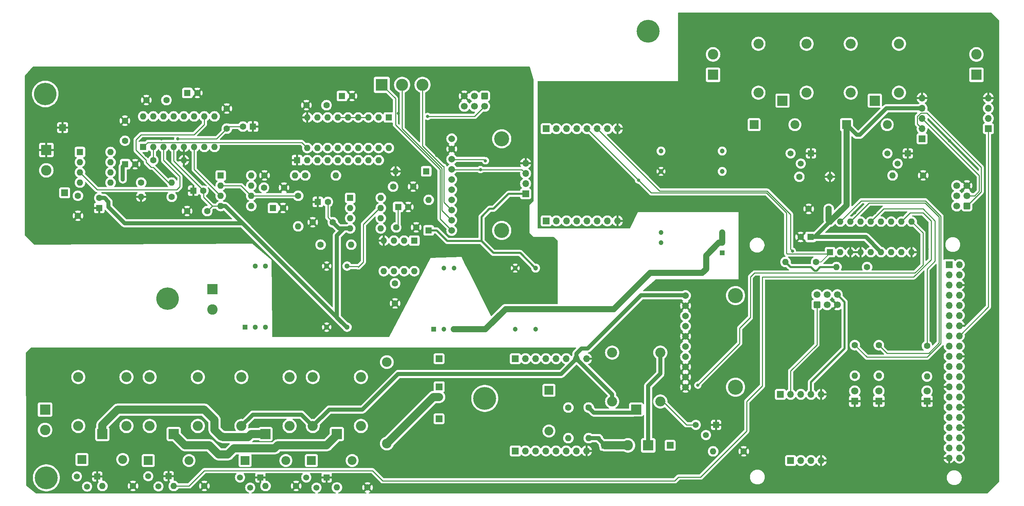
<source format=gbr>
%TF.GenerationSoftware,KiCad,Pcbnew,8.0.9-8.0.9-0~ubuntu24.04.1*%
%TF.CreationDate,2025-09-11T09:49:22+02:00*%
%TF.ProjectId,mb.2024.1.0,6d622e32-3032-4342-9e31-2e302e6b6963,rev?*%
%TF.SameCoordinates,Original*%
%TF.FileFunction,Copper,L2,Bot*%
%TF.FilePolarity,Positive*%
%FSLAX46Y46*%
G04 Gerber Fmt 4.6, Leading zero omitted, Abs format (unit mm)*
G04 Created by KiCad (PCBNEW 8.0.9-8.0.9-0~ubuntu24.04.1) date 2025-09-11 09:49:22*
%MOMM*%
%LPD*%
G01*
G04 APERTURE LIST*
G04 Aperture macros list*
%AMRoundRect*
0 Rectangle with rounded corners*
0 $1 Rounding radius*
0 $2 $3 $4 $5 $6 $7 $8 $9 X,Y pos of 4 corners*
0 Add a 4 corners polygon primitive as box body*
4,1,4,$2,$3,$4,$5,$6,$7,$8,$9,$2,$3,0*
0 Add four circle primitives for the rounded corners*
1,1,$1+$1,$2,$3*
1,1,$1+$1,$4,$5*
1,1,$1+$1,$6,$7*
1,1,$1+$1,$8,$9*
0 Add four rect primitives between the rounded corners*
20,1,$1+$1,$2,$3,$4,$5,0*
20,1,$1+$1,$4,$5,$6,$7,0*
20,1,$1+$1,$6,$7,$8,$9,0*
20,1,$1+$1,$8,$9,$2,$3,0*%
G04 Aperture macros list end*
%TA.AperFunction,ComponentPad*%
%ADD10R,1.700000X1.700000*%
%TD*%
%TA.AperFunction,ComponentPad*%
%ADD11R,1.600000X1.600000*%
%TD*%
%TA.AperFunction,ComponentPad*%
%ADD12O,1.600000X1.600000*%
%TD*%
%TA.AperFunction,ComponentPad*%
%ADD13C,1.600000*%
%TD*%
%TA.AperFunction,ComponentPad*%
%ADD14R,2.600000X2.600000*%
%TD*%
%TA.AperFunction,ComponentPad*%
%ADD15C,2.600000*%
%TD*%
%TA.AperFunction,ComponentPad*%
%ADD16R,2.500000X2.500000*%
%TD*%
%TA.AperFunction,ComponentPad*%
%ADD17O,2.500000X2.500000*%
%TD*%
%TA.AperFunction,ComponentPad*%
%ADD18R,2.200000X2.200000*%
%TD*%
%TA.AperFunction,ComponentPad*%
%ADD19O,2.200000X2.200000*%
%TD*%
%TA.AperFunction,ComponentPad*%
%ADD20O,1.700000X1.700000*%
%TD*%
%TA.AperFunction,ComponentPad*%
%ADD21RoundRect,0.250000X0.600000X0.600000X-0.600000X0.600000X-0.600000X-0.600000X0.600000X-0.600000X0*%
%TD*%
%TA.AperFunction,ComponentPad*%
%ADD22C,1.700000*%
%TD*%
%TA.AperFunction,ComponentPad*%
%ADD23R,3.000000X3.000000*%
%TD*%
%TA.AperFunction,ComponentPad*%
%ADD24C,3.000000*%
%TD*%
%TA.AperFunction,ComponentPad*%
%ADD25RoundRect,0.250000X0.600000X-0.600000X0.600000X0.600000X-0.600000X0.600000X-0.600000X-0.600000X0*%
%TD*%
%TA.AperFunction,ComponentPad*%
%ADD26C,5.600000*%
%TD*%
%TA.AperFunction,ComponentPad*%
%ADD27R,1.300000X1.300000*%
%TD*%
%TA.AperFunction,ComponentPad*%
%ADD28C,1.300000*%
%TD*%
%TA.AperFunction,ComponentPad*%
%ADD29R,1.500000X1.500000*%
%TD*%
%TA.AperFunction,ComponentPad*%
%ADD30C,1.500000*%
%TD*%
%TA.AperFunction,ComponentPad*%
%ADD31RoundRect,0.250000X-0.600000X0.600000X-0.600000X-0.600000X0.600000X-0.600000X0.600000X0.600000X0*%
%TD*%
%TA.AperFunction,ComponentPad*%
%ADD32R,1.800000X1.800000*%
%TD*%
%TA.AperFunction,ComponentPad*%
%ADD33C,1.800000*%
%TD*%
%TA.AperFunction,ComponentPad*%
%ADD34C,5.700000*%
%TD*%
%TA.AperFunction,ComponentPad*%
%ADD35C,1.665000*%
%TD*%
%TA.AperFunction,ComponentPad*%
%ADD36C,3.750000*%
%TD*%
%TA.AperFunction,ComponentPad*%
%ADD37R,1.200000X1.200000*%
%TD*%
%TA.AperFunction,ComponentPad*%
%ADD38C,1.200000*%
%TD*%
%TA.AperFunction,ComponentPad*%
%ADD39C,2.400000*%
%TD*%
%TA.AperFunction,ComponentPad*%
%ADD40O,2.400000X2.400000*%
%TD*%
%TA.AperFunction,ViaPad*%
%ADD41C,0.800000*%
%TD*%
%TA.AperFunction,Conductor*%
%ADD42C,0.500000*%
%TD*%
%TA.AperFunction,Conductor*%
%ADD43C,1.000000*%
%TD*%
%TA.AperFunction,Conductor*%
%ADD44C,1.500000*%
%TD*%
%TA.AperFunction,Conductor*%
%ADD45C,0.250000*%
%TD*%
%TA.AperFunction,Conductor*%
%ADD46C,0.200000*%
%TD*%
%TA.AperFunction,Conductor*%
%ADD47C,2.000000*%
%TD*%
G04 APERTURE END LIST*
D10*
%TO.P,J18,1,Pin_1*%
%TO.N,/Vmn_measurement/Electrode_M*%
X26162000Y-77978000D03*
%TD*%
D11*
%TO.P,U9,1,VOS*%
%TO.N,unconnected-(U9-VOS-Pad1)*%
X65034000Y-73670000D03*
D12*
%TO.P,U9,2,-*%
%TO.N,Net-(U9--)*%
X65034000Y-76210000D03*
%TO.P,U9,3,+*%
%TO.N,Net-(U9-+)*%
X65034000Y-78750000D03*
%TO.P,U9,4,V-*%
%TO.N,-12V_A*%
X65034000Y-81290000D03*
%TO.P,U9,5,NC*%
%TO.N,unconnected-(U9-NC-Pad5)*%
X72654000Y-81290000D03*
%TO.P,U9,6*%
%TO.N,Net-(U9--)*%
X72654000Y-78750000D03*
%TO.P,U9,7,V+*%
%TO.N,+12V_A*%
X72654000Y-76210000D03*
%TO.P,U9,8,VOS*%
%TO.N,unconnected-(U9-VOS-Pad8)*%
X72654000Y-73670000D03*
%TD*%
D11*
%TO.P,C21,1*%
%TO.N,GNDA*%
X73064379Y-61468000D03*
D13*
%TO.P,C21,2*%
%TO.N,-12V_A*%
X70564379Y-61468000D03*
%TD*%
%TO.P,R6,1*%
%TO.N,GNDD*%
X43180000Y-151130000D03*
D12*
%TO.P,R6,2*%
%TO.N,GP1*%
X35560000Y-151130000D03*
%TD*%
D14*
%TO.P,J1,1,Pin_1*%
%TO.N,/Relay_switch_DPS/out_12v_DPS*%
X253305000Y-48545000D03*
D15*
%TO.P,J1,2,Pin_2*%
%TO.N,/Relay_switch_DPS/out_GND_DPS*%
X253305000Y-43465000D03*
%TD*%
D13*
%TO.P,R1,1*%
%TO.N,GNDD*%
X240030000Y-73660000D03*
D12*
%TO.P,R1,2*%
%TO.N,GP2*%
X232410000Y-73660000D03*
%TD*%
D13*
%TO.P,R4,1*%
%TO.N,Net-(U6--)*%
X86106000Y-73660000D03*
D12*
%TO.P,R4,2*%
%TO.N,Net-(D5-A)*%
X93726000Y-73660000D03*
%TD*%
D14*
%TO.P,J9,1,Pin_1*%
%TO.N,+12V_TX_bat*%
X187695000Y-48545000D03*
D15*
%TO.P,J9,2,Pin_2*%
%TO.N,GND_TX_bat*%
X187695000Y-43465000D03*
%TD*%
D16*
%TO.P,K6,1*%
%TO.N,Net-(J14-Pin_2)*%
X93980000Y-138167500D03*
D17*
%TO.P,K6,2*%
%TO.N,Net-(D8-A)*%
X99980000Y-136167500D03*
%TO.P,K6,3*%
%TO.N,/Current_injection_and_measurement/B*%
X99980000Y-123967500D03*
%TO.P,K6,4*%
%TO.N,unconnected-(K6-Pad4)*%
X87980000Y-123967500D03*
%TO.P,K6,5*%
%TO.N,5VD*%
X87980000Y-136167500D03*
%TD*%
D13*
%TO.P,R3,1*%
%TO.N,Net-(U6-+)*%
X89916000Y-90932000D03*
D12*
%TO.P,R3,2*%
%TO.N,Net-(U7-VOUT)*%
X97536000Y-90932000D03*
%TD*%
D16*
%TO.P,K1,1*%
%TO.N,GND_TX_bat*%
X228000000Y-55000000D03*
D17*
%TO.P,K1,2*%
%TO.N,Net-(D1-A)*%
X234000000Y-53000000D03*
%TO.P,K1,3*%
%TO.N,/Relay_switch_DPS/out_GND_DPS*%
X234000000Y-40800000D03*
%TO.P,K1,4*%
%TO.N,unconnected-(K1-Pad4)*%
X222000000Y-40800000D03*
%TO.P,K1,5*%
%TO.N,5VD*%
X222000000Y-53000000D03*
%TD*%
D10*
%TO.P,J20,1,Pin_1*%
%TO.N,Net-(J14-Pin_2)*%
X119430000Y-134380000D03*
%TD*%
D16*
%TO.P,K4,1*%
%TO.N,/Current_injection_and_measurement/Input_DPS_+_alim*%
X76200000Y-138167500D03*
D17*
%TO.P,K4,2*%
%TO.N,Net-(D4-A)*%
X82200000Y-136167500D03*
%TO.P,K4,3*%
%TO.N,/Current_injection_and_measurement/A*%
X82200000Y-123967500D03*
%TO.P,K4,4*%
%TO.N,unconnected-(K4-Pad4)*%
X70200000Y-123967500D03*
%TO.P,K4,5*%
%TO.N,5VD*%
X70200000Y-136167500D03*
%TD*%
D11*
%TO.P,U7,1,NC*%
%TO.N,unconnected-(U7-NC-Pad1)*%
X113274000Y-89926000D03*
D12*
%TO.P,U7,2,VIN*%
%TO.N,+12V_A*%
X110734000Y-89926000D03*
%TO.P,U7,3,TEMP*%
%TO.N,unconnected-(U7-TEMP-Pad3)*%
X108194000Y-89926000D03*
%TO.P,U7,4,GND*%
%TO.N,GNDA*%
X105654000Y-89926000D03*
%TO.P,U7,5,TRIM*%
%TO.N,unconnected-(U7-TRIM-Pad5)*%
X105654000Y-97546000D03*
%TO.P,U7,6,VOUT*%
%TO.N,Net-(U7-VOUT)*%
X108194000Y-97546000D03*
%TO.P,U7,7,NC*%
%TO.N,unconnected-(U7-NC-Pad7)*%
X110734000Y-97546000D03*
%TO.P,U7,8,NC*%
%TO.N,unconnected-(U7-NC-Pad8)*%
X113274000Y-97546000D03*
%TD*%
D11*
%TO.P,D5,1,K*%
%TO.N,5VA*%
X116840000Y-87376000D03*
D12*
%TO.P,D5,2,A*%
%TO.N,Net-(D5-A)*%
X116840000Y-79756000D03*
%TD*%
D18*
%TO.P,D4,1,K*%
%TO.N,5VD*%
X71120000Y-144780000D03*
D19*
%TO.P,D4,2,A*%
%TO.N,Net-(D4-A)*%
X81280000Y-144780000D03*
%TD*%
D13*
%TO.P,R2,1*%
%TO.N,GP3*%
X209190000Y-74000000D03*
D12*
%TO.P,R2,2*%
%TO.N,GNDD*%
X216810000Y-74000000D03*
%TD*%
D10*
%TO.P,J26,1,Pin_1*%
%TO.N,unconnected-(J26-Pin_1-Pad1)*%
X204475000Y-128270000D03*
D20*
%TO.P,J26,2,Pin_2*%
%TO.N,SCL1*%
X207015000Y-128270000D03*
%TO.P,J26,3,Pin_3*%
%TO.N,SDA1*%
X209555000Y-128270000D03*
%TO.P,J26,4,Pin_4*%
%TO.N,5VD*%
X212095000Y-128270000D03*
%TO.P,J26,5,Pin_5*%
%TO.N,GNDD*%
X214635000Y-128270000D03*
%TD*%
D11*
%TO.P,U2,1,VOS*%
%TO.N,unconnected-(U2-VOS-Pad1)*%
X29972000Y-67818000D03*
D12*
%TO.P,U2,2,-*%
%TO.N,Net-(U2--)*%
X29972000Y-70358000D03*
%TO.P,U2,3,+*%
%TO.N,/Vmn_measurement/Electrode_M*%
X29972000Y-72898000D03*
%TO.P,U2,4,V-*%
%TO.N,-12V_A*%
X29972000Y-75438000D03*
%TO.P,U2,5,NC*%
%TO.N,unconnected-(U2-NC-Pad5)*%
X37592000Y-75438000D03*
%TO.P,U2,6*%
%TO.N,Net-(U2--)*%
X37592000Y-72898000D03*
%TO.P,U2,7,V+*%
%TO.N,+12V_A*%
X37592000Y-70358000D03*
%TO.P,U2,8,VOS*%
%TO.N,unconnected-(U2-VOS-Pad8)*%
X37592000Y-67818000D03*
%TD*%
D13*
%TO.P,R12,1*%
%TO.N,GP6*%
X229000000Y-116000000D03*
D12*
%TO.P,R12,2*%
%TO.N,Net-(LED11-OHMPI-STACK1-A)*%
X229000000Y-123620000D03*
%TD*%
D14*
%TO.P,J11,1,Pin_1*%
%TO.N,GNDA*%
X21590000Y-67310000D03*
D15*
%TO.P,J11,2,Pin_2*%
%TO.N,/Vmn_measurement/Electrode_M*%
X21590000Y-72390000D03*
%TD*%
D10*
%TO.P,J4,1,Pin_1*%
%TO.N,unconnected-(J4-Pin_1-Pad1)*%
X146125000Y-85000000D03*
D20*
%TO.P,J4,2,Pin_2*%
%TO.N,unconnected-(J4-Pin_2-Pad2)*%
X148665000Y-85000000D03*
%TO.P,J4,3,Pin_3*%
%TO.N,unconnected-(J4-Pin_3-Pad3)*%
X151205000Y-85000000D03*
%TO.P,J4,4,Pin_4*%
%TO.N,unconnected-(J4-Pin_4-Pad4)*%
X153745000Y-85000000D03*
%TO.P,J4,5,Pin_5*%
%TO.N,unconnected-(J4-Pin_5-Pad5)*%
X156285000Y-85000000D03*
%TO.P,J4,6,Pin_6*%
%TO.N,unconnected-(J4-Pin_6-Pad6)*%
X158825000Y-85000000D03*
%TO.P,J4,7,Pin_7*%
%TO.N,unconnected-(J4-Pin_7-Pad7)*%
X161365000Y-85000000D03*
%TO.P,J4,8,Pin_8*%
%TO.N,GNDD*%
X163905000Y-85000000D03*
%TD*%
D13*
%TO.P,R13,1*%
%TO.N,GP7*%
X223000000Y-116000000D03*
D12*
%TO.P,R13,2*%
%TO.N,Net-(LED12-LOW-TX-BATTERY1-A)*%
X223000000Y-123620000D03*
%TD*%
D10*
%TO.P,J6,1,Pin_1*%
%TO.N,unconnected-(J6-Pin_1-Pad1)*%
X146125000Y-62000000D03*
D20*
%TO.P,J6,2,Pin_2*%
%TO.N,unconnected-(J6-Pin_2-Pad2)*%
X148665000Y-62000000D03*
%TO.P,J6,3,Pin_3*%
%TO.N,unconnected-(J6-Pin_3-Pad3)*%
X151205000Y-62000000D03*
%TO.P,J6,4,Pin_4*%
%TO.N,unconnected-(J6-Pin_4-Pad4)*%
X153745000Y-62000000D03*
%TO.P,J6,5,Pin_5*%
%TO.N,SCL1*%
X156285000Y-62000000D03*
%TO.P,J6,6,Pin_6*%
%TO.N,SDA1*%
X158825000Y-62000000D03*
%TO.P,J6,7,Pin_7*%
%TO.N,5VD*%
X161365000Y-62000000D03*
%TO.P,J6,8,Pin_8*%
%TO.N,GNDD*%
X163905000Y-62000000D03*
%TD*%
D10*
%TO.P,J22,1,Pin_1*%
%TO.N,5VA*%
X141000000Y-78250000D03*
D20*
%TO.P,J22,2,Pin_2*%
%TO.N,SCL2*%
X141000000Y-75710000D03*
%TO.P,J22,3,Pin_3*%
%TO.N,SDA2*%
X141000000Y-73170000D03*
%TO.P,J22,4,Pin_4*%
%TO.N,GNDA*%
X141000000Y-70630000D03*
%TD*%
D13*
%TO.P,C4,1*%
%TO.N,-12V_A*%
X29464000Y-78730000D03*
%TO.P,C4,2*%
%TO.N,GNDA*%
X29464000Y-83730000D03*
%TD*%
D21*
%TO.P,J13,1,Pin_1*%
%TO.N,SCL3*%
X250942500Y-81285000D03*
D22*
%TO.P,J13,2,Pin_2*%
%TO.N,unconnected-(J13-Pin_2-Pad2)*%
X248402500Y-81285000D03*
%TO.P,J13,3,Pin_3*%
%TO.N,SDA3*%
X250942500Y-78745000D03*
%TO.P,J13,4,Pin_4*%
%TO.N,unconnected-(J13-Pin_4-Pad4)*%
X248402500Y-78745000D03*
%TO.P,J13,5,Pin_5*%
%TO.N,GNDD*%
X250942500Y-76205000D03*
%TO.P,J13,6,Pin_6*%
%TO.N,5VD*%
X248402500Y-76205000D03*
%TD*%
D11*
%TO.P,U1,1,SCL*%
%TO.N,SCL1*%
X216850000Y-92800000D03*
D12*
%TO.P,U1,2,SDA*%
%TO.N,SDA1*%
X219390000Y-92800000D03*
%TO.P,U1,3,A2*%
%TO.N,GNDD*%
X221930000Y-92800000D03*
%TO.P,U1,4,A1*%
X224470000Y-92800000D03*
%TO.P,U1,5,A0*%
%TO.N,5VD*%
X227010000Y-92800000D03*
%TO.P,U1,6,~{RESET}*%
X229550000Y-92800000D03*
%TO.P,U1,7,NC*%
%TO.N,unconnected-(U1-NC-Pad7)*%
X232090000Y-92800000D03*
%TO.P,U1,8,INT*%
%TO.N,unconnected-(U1-INT-Pad8)*%
X234630000Y-92800000D03*
%TO.P,U1,9,VSS*%
%TO.N,GNDD*%
X237170000Y-92800000D03*
%TO.P,U1,10,GP0*%
%TO.N,GP0*%
X237170000Y-85180000D03*
%TO.P,U1,11,GP1*%
%TO.N,GP1*%
X234630000Y-85180000D03*
%TO.P,U1,12,GP2*%
%TO.N,GP2*%
X232090000Y-85180000D03*
%TO.P,U1,13,GP3*%
%TO.N,GP3*%
X229550000Y-85180000D03*
%TO.P,U1,14,GP4*%
%TO.N,GP4*%
X227010000Y-85180000D03*
%TO.P,U1,15,GP5*%
%TO.N,GP5*%
X224470000Y-85180000D03*
%TO.P,U1,16,GP6*%
%TO.N,GP6*%
X221930000Y-85180000D03*
%TO.P,U1,17,GP7*%
%TO.N,GP7*%
X219390000Y-85180000D03*
%TO.P,U1,18,VDD*%
%TO.N,5VD*%
X216850000Y-85180000D03*
%TD*%
D23*
%TO.P,J27,1,Pin_1*%
%TO.N,Net-(J27-Pin_1)*%
X105156000Y-51054000D03*
D24*
%TO.P,J27,2,Pin_2*%
%TO.N,Net-(J27-Pin_2)*%
X110236000Y-51054000D03*
%TO.P,J27,3,Pin_3*%
%TO.N,Net-(J27-Pin_3)*%
X115316000Y-51054000D03*
%TD*%
D25*
%TO.P,J8,1,Pin_1*%
%TO.N,SCL1*%
X213560000Y-105937500D03*
D22*
%TO.P,J8,2,Pin_2*%
%TO.N,unconnected-(J8-Pin_2-Pad2)*%
X213560000Y-103397500D03*
%TO.P,J8,3,Pin_3*%
%TO.N,SDA1*%
X216100000Y-105937500D03*
%TO.P,J8,4,Pin_4*%
%TO.N,unconnected-(J8-Pin_4-Pad4)*%
X216100000Y-103397500D03*
%TO.P,J8,5,Pin_5*%
%TO.N,GNDD*%
X218640000Y-105937500D03*
%TO.P,J8,6,Pin_6*%
%TO.N,5VD*%
X218640000Y-103397500D03*
%TD*%
D26*
%TO.P,REF04,1*%
%TO.N,N/C*%
X51816000Y-104394000D03*
%TD*%
D27*
%TO.P,PS1,1,ON/OFF*%
%TO.N,unconnected-(PS1-ON{slash}OFF-Pad1)*%
X71120000Y-111506000D03*
D28*
%TO.P,PS1,2,-VIN(GND)*%
%TO.N,GNDPWR*%
X73660000Y-111506000D03*
%TO.P,PS1,3,-VIN(GND)*%
X76200000Y-111506000D03*
%TO.P,PS1,9,COMMON*%
%TO.N,GNDA*%
X91440000Y-111506000D03*
%TO.P,PS1,11,-VOUT*%
%TO.N,-12V_A*%
X96520000Y-111506000D03*
%TO.P,PS1,14,+VOUT*%
%TO.N,+12V_A*%
X96520000Y-96266000D03*
%TO.P,PS1,16,COMMON*%
%TO.N,GNDA*%
X91440000Y-96266000D03*
%TO.P,PS1,22,+VIN(VCC)*%
%TO.N,+12V*%
X76200000Y-96266000D03*
%TO.P,PS1,23,+VIN(VCC)*%
X73660000Y-96266000D03*
%TD*%
D10*
%TO.P,J14,1,Pin_1*%
%TO.N,/Current_injection_and_measurement/Input_DPS_GND_alim*%
X119475000Y-126395000D03*
D20*
%TO.P,J14,2,Pin_2*%
%TO.N,Net-(J14-Pin_2)*%
X119475000Y-128935000D03*
%TD*%
D13*
%TO.P,R19,1*%
%TO.N,Net-(R19-Pad1)*%
X48245000Y-69860000D03*
D12*
%TO.P,R19,2*%
%TO.N,GNDA*%
X55865000Y-69860000D03*
%TD*%
D29*
%TO.P,Q6,1,D*%
%TO.N,GNDD*%
X91450000Y-149010000D03*
D30*
%TO.P,Q6,2,G*%
%TO.N,GP0*%
X88910000Y-151550000D03*
%TO.P,Q6,3,S*%
%TO.N,Net-(D8-A)*%
X86370000Y-149010000D03*
%TD*%
D31*
%TO.P,J24,1,Pin_1*%
%TO.N,SCL2*%
X130810000Y-53857500D03*
D22*
%TO.P,J24,2,Pin_2*%
%TO.N,SDA2*%
X130810000Y-56397500D03*
%TO.P,J24,3,Pin_3*%
%TO.N,unconnected-(J24-Pin_3-Pad3)*%
X128270000Y-53857500D03*
%TO.P,J24,4,Pin_4*%
%TO.N,unconnected-(J24-Pin_4-Pad4)*%
X128270000Y-56397500D03*
%TO.P,J24,5,Pin_5*%
%TO.N,GNDA*%
X125730000Y-53857500D03*
%TO.P,J24,6,Pin_6*%
%TO.N,5VA*%
X125730000Y-56397500D03*
%TD*%
D11*
%TO.P,C6,1*%
%TO.N,GNDA*%
X34788000Y-81778000D03*
D13*
%TO.P,C6,2*%
%TO.N,-12V_A*%
X34788000Y-79278000D03*
%TD*%
D29*
%TO.P,Q7,1,D*%
%TO.N,GNDD*%
X188468000Y-135890000D03*
D30*
%TO.P,Q7,2,G*%
%TO.N,GP5*%
X185928000Y-138430000D03*
%TO.P,Q7,3,S*%
%TO.N,Net-(D9-A)*%
X183388000Y-135890000D03*
%TD*%
D14*
%TO.P,J3,1,Pin_1*%
%TO.N,/Current_injection_and_measurement/A*%
X21285000Y-132075000D03*
D15*
%TO.P,J3,2,Pin_2*%
%TO.N,/Current_injection_and_measurement/B*%
X21285000Y-137155000D03*
%TD*%
D11*
%TO.P,D6,1,K*%
%TO.N,Net-(D5-A)*%
X116232077Y-72644000D03*
D12*
%TO.P,D6,2,A*%
%TO.N,GNDA*%
X108612077Y-72644000D03*
%TD*%
D29*
%TO.P,Q5,1,D*%
%TO.N,GNDD*%
X52080000Y-148700000D03*
D30*
%TO.P,Q5,2,G*%
%TO.N,GP1*%
X49540000Y-151240000D03*
%TO.P,Q5,3,S*%
%TO.N,Net-(D7-A)*%
X47000000Y-148700000D03*
%TD*%
D29*
%TO.P,Q1,1,D*%
%TO.N,GNDD*%
X236230000Y-68160000D03*
D30*
%TO.P,Q1,2,G*%
%TO.N,GP2*%
X233690000Y-70700000D03*
%TO.P,Q1,3,S*%
%TO.N,Net-(D1-A)*%
X231150000Y-68160000D03*
%TD*%
D13*
%TO.P,R15,1*%
%TO.N,GNDD*%
X60960000Y-151130000D03*
D12*
%TO.P,R15,2*%
%TO.N,GP1*%
X53340000Y-151130000D03*
%TD*%
D13*
%TO.P,R23,1*%
%TO.N,Net-(U2--)*%
X45212000Y-75438000D03*
D12*
%TO.P,R23,2*%
%TO.N,Net-(R23-Pad2)*%
X52832000Y-75438000D03*
%TD*%
D13*
%TO.P,C15,1*%
%TO.N,+12V_A*%
X75819621Y-76708000D03*
%TO.P,C15,2*%
%TO.N,GNDA*%
X80819621Y-76708000D03*
%TD*%
%TO.P,C5,1*%
%TO.N,+12V_A*%
X41178000Y-65014000D03*
%TO.P,C5,2*%
%TO.N,GNDA*%
X41178000Y-60014000D03*
%TD*%
D11*
%TO.P,C2,1*%
%TO.N,5VD*%
X212000000Y-89000000D03*
D13*
%TO.P,C2,2*%
%TO.N,GNDD*%
X209500000Y-89000000D03*
%TD*%
D14*
%TO.P,J2,1,Pin_1*%
%TO.N,/Current_injection_and_measurement/Input_DPS_+_alim*%
X171545000Y-141000000D03*
D15*
%TO.P,J2,2,Pin_2*%
%TO.N,/Current_injection_and_measurement/Input_DPS_GND_alim*%
X166465000Y-141000000D03*
%TD*%
D11*
%TO.P,C3,1*%
%TO.N,+12V_A*%
X41235621Y-70866000D03*
D13*
%TO.P,C3,2*%
%TO.N,GNDA*%
X43735621Y-70866000D03*
%TD*%
%TO.P,R18,1*%
%TO.N,SDA1*%
X226060000Y-96520000D03*
D12*
%TO.P,R18,2*%
%TO.N,5VD*%
X218440000Y-96520000D03*
%TD*%
D11*
%TO.P,RN1,1,common*%
%TO.N,GNDA*%
X84074000Y-69850000D03*
D12*
%TO.P,RN1,2,R1*%
%TO.N,MNGP0*%
X86614000Y-69850000D03*
%TO.P,RN1,3,R2*%
%TO.N,MNGP1*%
X89154000Y-69850000D03*
%TO.P,RN1,4,R3*%
%TO.N,MNGP2*%
X91694000Y-69850000D03*
%TO.P,RN1,5,R4*%
%TO.N,Net-(RN1-R4)*%
X94234000Y-69850000D03*
%TO.P,RN1,6,R5*%
%TO.N,Net-(RN1-R5)*%
X96774000Y-69850000D03*
%TO.P,RN1,7,R6*%
%TO.N,Net-(RN1-R6)*%
X99314000Y-69850000D03*
%TO.P,RN1,8,R7*%
%TO.N,Net-(RN1-R7)*%
X101854000Y-69850000D03*
%TO.P,RN1,9,R8*%
%TO.N,Net-(RN1-R8)*%
X104394000Y-69850000D03*
%TD*%
D13*
%TO.P,R17,1*%
%TO.N,SCL1*%
X213360000Y-95250000D03*
D12*
%TO.P,R17,2*%
%TO.N,5VD*%
X205740000Y-95250000D03*
%TD*%
D13*
%TO.P,C22,1*%
%TO.N,Net-(U7-VOUT)*%
X108458000Y-100584000D03*
%TO.P,C22,2*%
%TO.N,GNDA*%
X108458000Y-105584000D03*
%TD*%
%TO.P,R5,1*%
%TO.N,Net-(U9--)*%
X84328000Y-78740000D03*
D12*
%TO.P,R5,2*%
%TO.N,Net-(U6-+)*%
X84328000Y-86360000D03*
%TD*%
D26*
%TO.P,REF05,1*%
%TO.N,N/C*%
X21336000Y-53340000D03*
%TD*%
D11*
%TO.P,C5,1*%
%TO.N,+12V_A*%
X109260000Y-81534000D03*
D13*
%TO.P,C5,2*%
%TO.N,GNDA*%
X111760000Y-81534000D03*
%TD*%
D32*
%TO.P,LED9-OHMPI-RUN-1,1,K*%
%TO.N,GNDD*%
X241000000Y-130000000D03*
D33*
%TO.P,LED9-OHMPI-RUN-1,2,A*%
%TO.N,Net-(LED9-OHMPI-RUN-1-A)*%
X241000000Y-127460000D03*
%TD*%
D18*
%TO.P,D7,1,K*%
%TO.N,5VD*%
X46990000Y-144780000D03*
D19*
%TO.P,D7,2,A*%
%TO.N,Net-(D7-A)*%
X57150000Y-144780000D03*
%TD*%
D18*
%TO.P,D2,1,K*%
%TO.N,5VD*%
X197920000Y-61000000D03*
D19*
%TO.P,D2,2,A*%
%TO.N,Net-(D2-A)*%
X208080000Y-61000000D03*
%TD*%
D13*
%TO.P,R7,1*%
%TO.N,GNDD*%
X83820000Y-151130000D03*
D12*
%TO.P,R7,2*%
%TO.N,GP0*%
X76200000Y-151130000D03*
%TD*%
D34*
%TO.P,REF\u002A\u002A,1*%
%TO.N,N/C*%
X21590000Y-149098000D03*
%TD*%
D35*
%TO.P,U5,1,A3*%
%TO.N,GNDD*%
X180848000Y-126492000D03*
%TO.P,U5,2,A2*%
X180848000Y-123952000D03*
%TO.P,U5,3,A1*%
X180848000Y-121412000D03*
%TO.P,U5,4,A0*%
%TO.N,AN*%
X180848000Y-118872000D03*
%TO.P,U5,5,ALRT*%
%TO.N,unconnected-(U5-ALRT-Pad5)*%
X180848000Y-116332000D03*
%TO.P,U5,6,ADDR*%
%TO.N,GNDD*%
X180848000Y-113792000D03*
%TO.P,U5,7,SDA*%
%TO.N,SDA1*%
X180848000Y-111252000D03*
%TO.P,U5,8,SCL*%
%TO.N,SCL1*%
X180848000Y-108712000D03*
%TO.P,U5,9,GND*%
%TO.N,GNDD*%
X180848000Y-106172000D03*
%TO.P,U5,10,VDD*%
%TO.N,5VD*%
X180848000Y-103632000D03*
D36*
%TO.P,U5,MH1,MH1*%
%TO.N,unconnected-(U5-PadMH1)*%
X193294000Y-103632000D03*
%TO.P,U5,MH2,MH2*%
%TO.N,unconnected-(U5-PadMH2)*%
X193294000Y-126492000D03*
%TD*%
D13*
%TO.P,R9,1*%
%TO.N,GNDD*%
X195326000Y-142494000D03*
D12*
%TO.P,R9,2*%
%TO.N,GP5*%
X187706000Y-142494000D03*
%TD*%
D10*
%TO.P,J12,1,Pin_1*%
%TO.N,AN*%
X138430000Y-142380000D03*
D20*
%TO.P,J12,2,Pin_2*%
%TO.N,unconnected-(J12-Pin_2-Pad2)*%
X140970000Y-142380000D03*
%TO.P,J12,3,Pin_3*%
%TO.N,unconnected-(J12-Pin_3-Pad3)*%
X143510000Y-142380000D03*
%TO.P,J12,4,Pin_4*%
%TO.N,unconnected-(J12-Pin_4-Pad4)*%
X146050000Y-142380000D03*
%TO.P,J12,5,Pin_5*%
%TO.N,unconnected-(J12-Pin_5-Pad5)*%
X148590000Y-142380000D03*
%TO.P,J12,6,Pin_6*%
%TO.N,unconnected-(J12-Pin_6-Pad6)*%
X151130000Y-142380000D03*
%TO.P,J12,7,Pin_7*%
%TO.N,unconnected-(J12-Pin_7-Pad7)*%
X153670000Y-142380000D03*
%TO.P,J12,8,Pin_8*%
%TO.N,GNDD*%
X156210000Y-142380000D03*
%TD*%
D11*
%TO.P,C12,1*%
%TO.N,+12V_A*%
X56729621Y-53086000D03*
D13*
%TO.P,C12,2*%
%TO.N,GNDA*%
X59229621Y-53086000D03*
%TD*%
D10*
%TO.P,J17,1,Pin_1*%
%TO.N,/Current_injection_and_measurement/Input_DPS_GND_alim*%
X119430000Y-119380000D03*
%TD*%
D18*
%TO.P,D8,1,K*%
%TO.N,5VD*%
X87630000Y-144780000D03*
D19*
%TO.P,D8,2,A*%
%TO.N,Net-(D8-A)*%
X97790000Y-144780000D03*
%TD*%
D18*
%TO.P,D1,1,K*%
%TO.N,5VD*%
X220920000Y-61000000D03*
D19*
%TO.P,D1,2,A*%
%TO.N,Net-(D1-A)*%
X231080000Y-61000000D03*
%TD*%
D10*
%TO.P,J19,1,Pin_1*%
%TO.N,GNDA*%
X25654000Y-61722000D03*
%TD*%
D37*
%TO.P,PS3,1,REMOTE_ON/OFF*%
%TO.N,unconnected-(PS3-REMOTE_ON{slash}OFF-Pad1)*%
X189992000Y-92964000D03*
D38*
%TO.P,PS3,2,-VIN_(GND)_1*%
%TO.N,GNDPWR*%
X189992000Y-90424000D03*
%TO.P,PS3,3,-VIN_(GND)_2*%
X189992000Y-87884000D03*
%TO.P,PS3,9,NC*%
%TO.N,unconnected-(PS3-NC-Pad9)*%
X189992000Y-72644000D03*
%TO.P,PS3,11,NC.*%
%TO.N,unconnected-(PS3-NC.-Pad11)*%
X189992000Y-67564000D03*
%TO.P,PS3,14,+VOUT*%
%TO.N,5VD*%
X174752000Y-67564000D03*
%TO.P,PS3,16,-VOUT*%
%TO.N,GNDD*%
X174752000Y-72644000D03*
%TO.P,PS3,22,+VIN_(VCC)_1*%
%TO.N,+12V*%
X174752000Y-87884000D03*
%TO.P,PS3,23,+VIN_(VCC)_2*%
X174752000Y-90424000D03*
%TD*%
D11*
%TO.P,U8,1,SCL*%
%TO.N,SCL2*%
X106924000Y-59192000D03*
D12*
%TO.P,U8,2,SDA*%
%TO.N,SDA2*%
X104384000Y-59192000D03*
%TO.P,U8,3,A2*%
%TO.N,5VA*%
X101844000Y-59192000D03*
%TO.P,U8,4,A1*%
X99304000Y-59192000D03*
%TO.P,U8,5,A0*%
X96764000Y-59192000D03*
%TO.P,U8,6,~{RESET}*%
X94224000Y-59192000D03*
%TO.P,U8,7,NC*%
%TO.N,unconnected-(U8-NC-Pad7)*%
X91684000Y-59192000D03*
%TO.P,U8,8,INT*%
%TO.N,unconnected-(U8-INT-Pad8)*%
X89144000Y-59192000D03*
%TO.P,U8,9,VSS*%
%TO.N,GNDA*%
X86604000Y-59192000D03*
%TO.P,U8,10,GP0*%
%TO.N,MNGP0*%
X86604000Y-66812000D03*
%TO.P,U8,11,GP1*%
%TO.N,MNGP1*%
X89144000Y-66812000D03*
%TO.P,U8,12,GP2*%
%TO.N,MNGP2*%
X91684000Y-66812000D03*
%TO.P,U8,13,GP3*%
%TO.N,Net-(RN1-R4)*%
X94224000Y-66812000D03*
%TO.P,U8,14,GP4*%
%TO.N,Net-(RN1-R5)*%
X96764000Y-66812000D03*
%TO.P,U8,15,GP5*%
%TO.N,Net-(RN1-R6)*%
X99304000Y-66812000D03*
%TO.P,U8,16,GP6*%
%TO.N,Net-(RN1-R7)*%
X101844000Y-66812000D03*
%TO.P,U8,17,GP7*%
%TO.N,Net-(RN1-R8)*%
X104384000Y-66812000D03*
%TO.P,U8,18,VDD*%
%TO.N,5VA*%
X106924000Y-66812000D03*
%TD*%
D32*
%TO.P,LED11-OHMPI-STACK1,1,K*%
%TO.N,GNDD*%
X229000000Y-130000000D03*
D33*
%TO.P,LED11-OHMPI-STACK1,2,A*%
%TO.N,Net-(LED11-OHMPI-STACK1-A)*%
X229000000Y-127460000D03*
%TD*%
D29*
%TO.P,Q4,1,D*%
%TO.N,GNDD*%
X74940000Y-149010000D03*
D30*
%TO.P,Q4,2,G*%
%TO.N,GP0*%
X72400000Y-151550000D03*
%TO.P,Q4,3,S*%
%TO.N,Net-(D4-A)*%
X69860000Y-149010000D03*
%TD*%
D18*
%TO.P,D3,1,K*%
%TO.N,5VD*%
X30480000Y-144517500D03*
D19*
%TO.P,D3,2,A*%
%TO.N,Net-(D3-A)*%
X40640000Y-144517500D03*
%TD*%
D16*
%TO.P,K2,1*%
%TO.N,+12V_TX_bat*%
X205000000Y-55000000D03*
D17*
%TO.P,K2,2*%
%TO.N,Net-(D2-A)*%
X211000000Y-53000000D03*
%TO.P,K2,3*%
%TO.N,/Relay_switch_DPS/out_12v_DPS*%
X211000000Y-40800000D03*
%TO.P,K2,4*%
%TO.N,unconnected-(K2-Pad4)*%
X199000000Y-40800000D03*
%TO.P,K2,5*%
%TO.N,5VD*%
X199000000Y-53000000D03*
%TD*%
D11*
%TO.P,C14,1*%
%TO.N,5VA*%
X95250000Y-53848000D03*
D13*
%TO.P,C14,2*%
%TO.N,GNDA*%
X97750000Y-53848000D03*
%TD*%
D16*
%TO.P,K7,1*%
%TO.N,Net-(K7-Pad1)*%
X168560000Y-132056000D03*
D17*
%TO.P,K7,2*%
%TO.N,Net-(D9-A)*%
X174560000Y-130056000D03*
%TO.P,K7,3*%
%TO.N,/Current_injection_and_measurement/Input_DPS_+_alim*%
X174560000Y-117856000D03*
%TO.P,K7,4*%
%TO.N,unconnected-(K7-Pad4)*%
X162560000Y-117856000D03*
%TO.P,K7,5*%
%TO.N,5VD*%
X162560000Y-130056000D03*
%TD*%
D34*
%TO.P,REF\u002A\u002A,1*%
%TO.N,N/C*%
X171480000Y-37690000D03*
%TD*%
D13*
%TO.P,R11,1*%
%TO.N,Net-(K7-Pad1)*%
X151638000Y-131572000D03*
D12*
%TO.P,R11,2*%
%TO.N,/Current_injection_and_measurement/Input_DPS_GND_alim*%
X151638000Y-139192000D03*
%TD*%
D13*
%TO.P,C11,1*%
%TO.N,+12V_A*%
X108752000Y-86614000D03*
%TO.P,C11,2*%
%TO.N,GNDA*%
X113752000Y-86614000D03*
%TD*%
%TO.P,C17,1*%
%TO.N,-12V_A*%
X61682000Y-82550000D03*
%TO.P,C17,2*%
%TO.N,GNDA*%
X56682000Y-82550000D03*
%TD*%
%TO.P,C7,1*%
%TO.N,+12V_A*%
X107990000Y-76454000D03*
%TO.P,C7,2*%
%TO.N,GNDA*%
X112990000Y-76454000D03*
%TD*%
D10*
%TO.P,J23,1,Pin_1*%
%TO.N,unconnected-(J23-Pin_1-Pad1)*%
X239776000Y-64511000D03*
D20*
%TO.P,J23,2,Pin_2*%
%TO.N,SCL3*%
X239776000Y-61971000D03*
%TO.P,J23,3,Pin_3*%
%TO.N,SDA3*%
X239776000Y-59431000D03*
%TO.P,J23,4,Pin_4*%
%TO.N,5VD*%
X239776000Y-56891000D03*
%TO.P,J23,5,Pin_5*%
%TO.N,GNDD*%
X239776000Y-54351000D03*
%TD*%
D18*
%TO.P,D9,1,K*%
%TO.N,5VD*%
X146812000Y-127254000D03*
D19*
%TO.P,D9,2,A*%
%TO.N,Net-(D9-A)*%
X146812000Y-137414000D03*
%TD*%
D11*
%TO.P,C18,1*%
%TO.N,GNDA*%
X58206000Y-77470000D03*
D13*
%TO.P,C18,2*%
%TO.N,-12V_A*%
X60706000Y-77470000D03*
%TD*%
%TO.P,C13,1*%
%TO.N,5VA*%
X91400000Y-56134000D03*
%TO.P,C13,2*%
%TO.N,GNDA*%
X86400000Y-56134000D03*
%TD*%
D29*
%TO.P,Q3,1,D*%
%TO.N,GNDD*%
X34300000Y-148747500D03*
D30*
%TO.P,Q3,2,G*%
%TO.N,GP1*%
X31760000Y-151287500D03*
%TO.P,Q3,3,S*%
%TO.N,Net-(D3-A)*%
X29220000Y-148747500D03*
%TD*%
D11*
%TO.P,C16,1*%
%TO.N,+12V_A*%
X78065621Y-81788000D03*
D13*
%TO.P,C16,2*%
%TO.N,GNDA*%
X80565621Y-81788000D03*
%TD*%
D11*
%TO.P,U6,1,VOS*%
%TO.N,unconnected-(U6-VOS-Pad1)*%
X97292000Y-79258000D03*
D12*
%TO.P,U6,2,-*%
%TO.N,Net-(U6--)*%
X97292000Y-81798000D03*
%TO.P,U6,3,+*%
%TO.N,Net-(U6-+)*%
X97292000Y-84338000D03*
%TO.P,U6,4,V-*%
%TO.N,-12V_A*%
X97292000Y-86878000D03*
%TO.P,U6,5,NC*%
%TO.N,unconnected-(U6-NC-Pad5)*%
X104912000Y-86878000D03*
%TO.P,U6,6*%
%TO.N,Net-(D5-A)*%
X104912000Y-84338000D03*
%TO.P,U6,7,V+*%
%TO.N,+12V_A*%
X104912000Y-81798000D03*
%TO.P,U6,8,VOS*%
%TO.N,unconnected-(U6-VOS-Pad8)*%
X104912000Y-79258000D03*
%TD*%
D13*
%TO.P,R16,1*%
%TO.N,GNDD*%
X101600000Y-151500000D03*
D12*
%TO.P,R16,2*%
%TO.N,GP0*%
X93980000Y-151500000D03*
%TD*%
D11*
%TO.P,C10,1*%
%TO.N,GNDA*%
X89241621Y-80264000D03*
D13*
%TO.P,C10,2*%
%TO.N,-12V_A*%
X91741621Y-80264000D03*
%TD*%
%TO.P,R10,1*%
%TO.N,GP4*%
X241000000Y-116190000D03*
D12*
%TO.P,R10,2*%
%TO.N,Net-(LED9-OHMPI-RUN-1-A)*%
X241000000Y-123810000D03*
%TD*%
D13*
%TO.P,R24,1*%
%TO.N,Net-(R23-Pad2)*%
X52832000Y-78994000D03*
D12*
%TO.P,R24,2*%
%TO.N,GNDA*%
X45212000Y-78994000D03*
%TD*%
D10*
%TO.P,J10,1,Pin_1*%
%TO.N,/Current_injection_and_measurement/Input_DPS_+_alim*%
X177000000Y-141000000D03*
%TD*%
D32*
%TO.P,LED12-LOW-TX-BATTERY1,1,K*%
%TO.N,GNDD*%
X223000000Y-130000000D03*
D33*
%TO.P,LED12-LOW-TX-BATTERY1,2,A*%
%TO.N,Net-(LED12-LOW-TX-BATTERY1-A)*%
X223000000Y-127460000D03*
%TD*%
D10*
%TO.P,J25,1,Pin_1*%
%TO.N,SCL1_3V3*%
X207020000Y-144780000D03*
D20*
%TO.P,J25,2,Pin_2*%
%TO.N,SDA1_3V3*%
X209560000Y-144780000D03*
%TO.P,J25,3,Pin_3*%
%TO.N,3V3*%
X212100000Y-144780000D03*
%TO.P,J25,4,Pin_4*%
%TO.N,GNDD*%
X214640000Y-144780000D03*
%TD*%
D10*
%TO.P,J21,1,Pin_1*%
%TO.N,/Current_injection_and_measurement/Input_DPS_GND_alim*%
X160782000Y-140970000D03*
%TD*%
D13*
%TO.P,C19,1*%
%TO.N,+12V_A*%
X51522000Y-54864000D03*
%TO.P,C19,2*%
%TO.N,GNDA*%
X46522000Y-54864000D03*
%TD*%
%TO.P,C8,1*%
%TO.N,-12V_A*%
X92964000Y-85344000D03*
%TO.P,C8,2*%
%TO.N,GNDA*%
X87964000Y-85344000D03*
%TD*%
%TO.P,C20,1*%
%TO.N,-12V_A*%
X66548000Y-61976000D03*
%TO.P,C20,2*%
%TO.N,GNDA*%
X66548000Y-56976000D03*
%TD*%
D14*
%TO.P,J16,1,Pin_1*%
%TO.N,+12V*%
X63000000Y-102000000D03*
D15*
%TO.P,J16,2,Pin_2*%
%TO.N,GNDPWR*%
X63000000Y-107080000D03*
%TD*%
D13*
%TO.P,R26,1*%
%TO.N,GNDA*%
X75946000Y-73660000D03*
D12*
%TO.P,R26,2*%
%TO.N,Net-(U6--)*%
X83566000Y-73660000D03*
%TD*%
D13*
%TO.P,C1,1*%
%TO.N,5VD*%
X216500000Y-82000000D03*
%TO.P,C1,2*%
%TO.N,GNDD*%
X211500000Y-82000000D03*
%TD*%
D16*
%TO.P,K3,1*%
%TO.N,/Current_injection_and_measurement/Input_DPS_+_alim*%
X35560000Y-138167500D03*
D17*
%TO.P,K3,2*%
%TO.N,Net-(D3-A)*%
X41560000Y-136167500D03*
%TO.P,K3,3*%
%TO.N,/Current_injection_and_measurement/B*%
X41560000Y-123967500D03*
%TO.P,K3,4*%
%TO.N,unconnected-(K3-Pad4)*%
X29560000Y-123967500D03*
%TO.P,K3,5*%
%TO.N,5VD*%
X29560000Y-136167500D03*
%TD*%
D39*
%TO.P,SH1,1*%
%TO.N,Net-(J14-Pin_2)*%
X106430000Y-140540000D03*
D40*
%TO.P,SH1,2*%
%TO.N,/Current_injection_and_measurement/Input_DPS_GND_alim*%
X106430000Y-120220000D03*
%TD*%
D34*
%TO.P,REF\u002A\u002A,1*%
%TO.N,N/C*%
X130810000Y-129286000D03*
%TD*%
D35*
%TO.P,U4,1,A3*%
%TO.N,Net-(J27-Pin_1)*%
X122600000Y-87376000D03*
%TO.P,U4,2,A2*%
%TO.N,Net-(J27-Pin_2)*%
X122600000Y-84836000D03*
%TO.P,U4,3,A1*%
%TO.N,Net-(J27-Pin_3)*%
X122600000Y-82296000D03*
%TO.P,U4,4,A0*%
%TO.N,Net-(D5-A)*%
X122600000Y-79756000D03*
%TO.P,U4,5,ALRT*%
%TO.N,unconnected-(U4-ALRT-Pad5)*%
X122600000Y-77216000D03*
%TO.P,U4,6,ADDR*%
%TO.N,5VA*%
X122600000Y-74676000D03*
%TO.P,U4,7,SDA*%
%TO.N,SDA2*%
X122600000Y-72136000D03*
%TO.P,U4,8,SCL*%
%TO.N,SCL2*%
X122600000Y-69596000D03*
%TO.P,U4,9,GND*%
%TO.N,GNDA*%
X122600000Y-67056000D03*
%TO.P,U4,10,VDD*%
%TO.N,5VA*%
X122600000Y-64516000D03*
D36*
%TO.P,U4,MH1,MH1*%
%TO.N,unconnected-(U4-PadMH1)*%
X135046000Y-64516000D03*
%TO.P,U4,MH2,MH2*%
%TO.N,unconnected-(U4-PadMH2)*%
X135046000Y-87376000D03*
%TD*%
D10*
%TO.P,J15,1,Pin_1*%
%TO.N,unconnected-(J15-Pin_1-Pad1)*%
X138430000Y-119380000D03*
D20*
%TO.P,J15,2,Pin_2*%
%TO.N,unconnected-(J15-Pin_2-Pad2)*%
X140970000Y-119380000D03*
%TO.P,J15,3,Pin_3*%
%TO.N,unconnected-(J15-Pin_3-Pad3)*%
X143510000Y-119380000D03*
%TO.P,J15,4,Pin_4*%
%TO.N,unconnected-(J15-Pin_4-Pad4)*%
X146050000Y-119380000D03*
%TO.P,J15,5,Pin_5*%
%TO.N,unconnected-(J15-Pin_5-Pad5)*%
X148590000Y-119380000D03*
%TO.P,J15,6,Pin_6*%
%TO.N,unconnected-(J15-Pin_6-Pad6)*%
X151130000Y-119380000D03*
%TO.P,J15,7,Pin_7*%
%TO.N,5VD*%
X153670000Y-119380000D03*
%TO.P,J15,8,Pin_8*%
%TO.N,GNDD*%
X156210000Y-119380000D03*
%TD*%
D16*
%TO.P,K5,1*%
%TO.N,Net-(J14-Pin_2)*%
X53340000Y-138167500D03*
D17*
%TO.P,K5,2*%
%TO.N,Net-(D7-A)*%
X59340000Y-136167500D03*
%TO.P,K5,3*%
%TO.N,/Current_injection_and_measurement/A*%
X59340000Y-123967500D03*
%TO.P,K5,4*%
%TO.N,unconnected-(K5-Pad4)*%
X47340000Y-123967500D03*
%TO.P,K5,5*%
%TO.N,5VD*%
X47340000Y-136167500D03*
%TD*%
D11*
%TO.P,U10,1*%
%TO.N,MNGP0*%
X45720000Y-66548000D03*
D12*
%TO.P,U10,2*%
%TO.N,Net-(R19-Pad1)*%
X48260000Y-66548000D03*
%TO.P,U10,3*%
%TO.N,/Vmn_measurement/Electrode_M*%
X50800000Y-66548000D03*
%TO.P,U10,4,V-*%
%TO.N,-12V_A*%
X53340000Y-66548000D03*
%TO.P,U10,5,GND*%
%TO.N,GNDA*%
X55880000Y-66548000D03*
%TO.P,U10,6*%
%TO.N,Net-(U9-+)*%
X58420000Y-66548000D03*
%TO.P,U10,7*%
%TO.N,Net-(U2--)*%
X60960000Y-66548000D03*
%TO.P,U10,8*%
%TO.N,MNGP1*%
X63500000Y-66548000D03*
%TO.P,U10,9*%
%TO.N,MNGP2*%
X63500000Y-58928000D03*
%TO.P,U10,10*%
%TO.N,Net-(R23-Pad2)*%
X60960000Y-58928000D03*
%TO.P,U10,11*%
%TO.N,Net-(U9-+)*%
X58420000Y-58928000D03*
%TO.P,U10,12,VL*%
%TO.N,5VA*%
X55880000Y-58928000D03*
%TO.P,U10,13,V+*%
%TO.N,+12V_A*%
X53340000Y-58928000D03*
%TO.P,U10,14*%
%TO.N,unconnected-(U10-Pad14)*%
X50800000Y-58928000D03*
%TO.P,U10,15*%
%TO.N,unconnected-(U10-Pad15)*%
X48260000Y-58928000D03*
%TO.P,U10,16*%
%TO.N,unconnected-(U10-Pad16)*%
X45720000Y-58928000D03*
%TD*%
D37*
%TO.P,PS2,1,REMOTE_ON/OFF*%
%TO.N,unconnected-(PS2-REMOTE_ON{slash}OFF-Pad1)*%
X118110000Y-112014000D03*
D38*
%TO.P,PS2,2,-VIN_(GND)_1*%
%TO.N,GNDPWR*%
X120650000Y-112014000D03*
%TO.P,PS2,3,-VIN_(GND)_2*%
X123190000Y-112014000D03*
%TO.P,PS2,9,NC*%
%TO.N,unconnected-(PS2-NC-Pad9)*%
X138430000Y-112014000D03*
%TO.P,PS2,11,NC.*%
%TO.N,unconnected-(PS2-NC.-Pad11)*%
X143510000Y-112014000D03*
%TO.P,PS2,14,+VOUT*%
%TO.N,5VA*%
X143510000Y-96774000D03*
%TO.P,PS2,16,-VOUT*%
%TO.N,GNDA*%
X138430000Y-96774000D03*
%TO.P,PS2,22,+VIN_(VCC)_1*%
%TO.N,+12V*%
X123190000Y-96774000D03*
%TO.P,PS2,23,+VIN_(VCC)_2*%
X120650000Y-96774000D03*
%TD*%
D29*
%TO.P,Q2,1,D*%
%TO.N,GNDD*%
X212100000Y-68160000D03*
D30*
%TO.P,Q2,2,G*%
%TO.N,GP3*%
X209560000Y-70700000D03*
%TO.P,Q2,3,S*%
%TO.N,Net-(D2-A)*%
X207020000Y-68160000D03*
%TD*%
D10*
%TO.P,J5,1,Pin_1*%
%TO.N,SCL3_3V3*%
X256286000Y-61976000D03*
D20*
%TO.P,J5,2,Pin_2*%
%TO.N,SDA3_3V3*%
X256286000Y-59436000D03*
%TO.P,J5,3,Pin_3*%
%TO.N,3V3*%
X256286000Y-56896000D03*
%TO.P,J5,4,Pin_4*%
%TO.N,GNDD*%
X256286000Y-54356000D03*
%TD*%
D13*
%TO.P,R8,1*%
%TO.N,Net-(K7-Pad1)*%
X156718000Y-131572000D03*
D12*
%TO.P,R8,2*%
%TO.N,/Current_injection_and_measurement/Input_DPS_GND_alim*%
X156718000Y-139192000D03*
%TD*%
D10*
%TO.P,J7,1,3V3*%
%TO.N,3V3*%
X246500000Y-95900000D03*
D20*
%TO.P,J7,2,5V*%
%TO.N,5VD*%
X249040000Y-95900000D03*
%TO.P,J7,3,SDA/GPIO2*%
%TO.N,SDA1_3V3*%
X246500000Y-98440000D03*
%TO.P,J7,4,5V*%
%TO.N,unconnected-(J7-5V-Pad4)*%
X249040000Y-98440000D03*
%TO.P,J7,5,SCL/GPIO3*%
%TO.N,SCL1_3V3*%
X246500000Y-100980000D03*
%TO.P,J7,6,GND*%
%TO.N,GNDD*%
X249040000Y-100980000D03*
%TO.P,J7,7,GCLK0/GPIO4*%
%TO.N,unconnected-(J7-GCLK0{slash}GPIO4-Pad7)*%
X246500000Y-103520000D03*
%TO.P,J7,8,GPIO14/TXD*%
%TO.N,unconnected-(J7-GPIO14{slash}TXD-Pad8)*%
X249040000Y-103520000D03*
%TO.P,J7,9,GND*%
%TO.N,GNDD*%
X246500000Y-106060000D03*
%TO.P,J7,10,GPIO15/RXD*%
%TO.N,unconnected-(J7-GPIO15{slash}RXD-Pad10)*%
X249040000Y-106060000D03*
%TO.P,J7,11,GPIO17*%
%TO.N,unconnected-(J7-GPIO17-Pad11)*%
X246500000Y-108600000D03*
%TO.P,J7,12,GPIO18/PWM0*%
%TO.N,unconnected-(J7-GPIO18{slash}PWM0-Pad12)*%
X249040000Y-108600000D03*
%TO.P,J7,13,GPIO27*%
%TO.N,unconnected-(J7-GPIO27-Pad13)*%
X246500000Y-111140000D03*
%TO.P,J7,14,GND*%
%TO.N,GNDD*%
X249040000Y-111140000D03*
%TO.P,J7,15,GPIO22*%
%TO.N,SDA3_3V3*%
X246500000Y-113680000D03*
%TO.P,J7,16,GPIO23*%
%TO.N,SCL3_3V3*%
X249040000Y-113680000D03*
%TO.P,J7,17,3V3*%
%TO.N,unconnected-(J7-3V3-Pad17)*%
X246500000Y-116220000D03*
%TO.P,J7,18,GPIO24*%
%TO.N,unconnected-(J7-GPIO24-Pad18)*%
X249040000Y-116220000D03*
%TO.P,J7,19,MOSI0/GPIO10*%
%TO.N,unconnected-(J7-MOSI0{slash}GPIO10-Pad19)*%
X246500000Y-118760000D03*
%TO.P,J7,20,GND*%
%TO.N,GNDD*%
X249040000Y-118760000D03*
%TO.P,J7,21,MISO0/GPIO9*%
%TO.N,unconnected-(J7-MISO0{slash}GPIO9-Pad21)*%
X246500000Y-121300000D03*
%TO.P,J7,22,GPIO25*%
%TO.N,unconnected-(J7-GPIO25-Pad22)*%
X249040000Y-121300000D03*
%TO.P,J7,23,SCLK0/GPIO11*%
%TO.N,unconnected-(J7-SCLK0{slash}GPIO11-Pad23)*%
X246500000Y-123840000D03*
%TO.P,J7,24,~{CE0}/GPIO8*%
%TO.N,unconnected-(J7-~{CE0}{slash}GPIO8-Pad24)*%
X249040000Y-123840000D03*
%TO.P,J7,25,GND*%
%TO.N,GNDD*%
X246500000Y-126380000D03*
%TO.P,J7,26,~{CE1}/GPIO7*%
%TO.N,unconnected-(J7-~{CE1}{slash}GPIO7-Pad26)*%
X249040000Y-126380000D03*
%TO.P,J7,27,ID_SD/GPIO0*%
%TO.N,unconnected-(J7-ID_SD{slash}GPIO0-Pad27)*%
X246500000Y-128920000D03*
%TO.P,J7,28,ID_SC/GPIO1*%
%TO.N,unconnected-(J7-ID_SC{slash}GPIO1-Pad28)*%
X249040000Y-128920000D03*
%TO.P,J7,29,GCLK1/GPIO5*%
%TO.N,unconnected-(J7-GCLK1{slash}GPIO5-Pad29)*%
X246500000Y-131460000D03*
%TO.P,J7,30,GND*%
%TO.N,GNDD*%
X249040000Y-131460000D03*
%TO.P,J7,31,GCLK2/GPIO6*%
%TO.N,unconnected-(J7-GCLK2{slash}GPIO6-Pad31)*%
X246500000Y-134000000D03*
%TO.P,J7,32,PWM0/GPIO12*%
%TO.N,unconnected-(J7-PWM0{slash}GPIO12-Pad32)*%
X249040000Y-134000000D03*
%TO.P,J7,33,PWM1/GPIO13*%
%TO.N,unconnected-(J7-PWM1{slash}GPIO13-Pad33)*%
X246500000Y-136540000D03*
%TO.P,J7,34,GND*%
%TO.N,GNDD*%
X249040000Y-136540000D03*
%TO.P,J7,35,GPIO19/MISO1*%
%TO.N,unconnected-(J7-GPIO19{slash}MISO1-Pad35)*%
X246500000Y-139080000D03*
%TO.P,J7,36,GPIO16*%
%TO.N,unconnected-(J7-GPIO16-Pad36)*%
X249040000Y-139080000D03*
%TO.P,J7,37,GPIO26*%
%TO.N,unconnected-(J7-GPIO26-Pad37)*%
X246500000Y-141620000D03*
%TO.P,J7,38,GPIO20/MOSI1*%
%TO.N,unconnected-(J7-GPIO20{slash}MOSI1-Pad38)*%
X249040000Y-141620000D03*
%TO.P,J7,39,GND*%
%TO.N,GNDD*%
X246500000Y-144160000D03*
%TO.P,J7,40,GPIO21/SCLK1*%
%TO.N,unconnected-(J7-GPIO21{slash}SCLK1-Pad40)*%
X249040000Y-144160000D03*
%TD*%
D41*
%TO.N,GNDD*%
X198120000Y-111760000D03*
X220000000Y-97000000D03*
X209296000Y-94742000D03*
X225806000Y-82804000D03*
X232410000Y-107950000D03*
X227965510Y-82955230D03*
X242000000Y-111000000D03*
X238506000Y-107696000D03*
X116430000Y-141380000D03*
X246634000Y-65024000D03*
X183000000Y-75000000D03*
X50038000Y-139827000D03*
X234000000Y-83000000D03*
X144000000Y-139000000D03*
X215138000Y-110998000D03*
X222997158Y-82955230D03*
X218105000Y-109185000D03*
X248920000Y-60198000D03*
X139430000Y-133380000D03*
X241000000Y-92000000D03*
%TO.N,GNDA*%
X50292000Y-64516000D03*
X137000000Y-100000000D03*
X50038000Y-70612000D03*
X127000000Y-63500000D03*
X76962000Y-62230000D03*
X138430000Y-74930000D03*
X132000000Y-104000000D03*
X109300000Y-58170000D03*
X118890000Y-68660000D03*
X39116000Y-71628000D03*
X62992000Y-79502000D03*
X106172000Y-62230000D03*
X46482000Y-68580000D03*
%TO.N,SDA1*%
X207460000Y-92540000D03*
%TO.N,SCL1*%
X169142500Y-74857500D03*
%TO.N,SCL2*%
X131000000Y-70000000D03*
%TO.N,SDA2*%
X129740000Y-72190000D03*
X116586000Y-58928000D03*
%TO.N,-12V_A*%
X54356000Y-64516000D03*
%TO.N,+12V_A*%
X40640000Y-74676000D03*
%TO.N,GP0*%
X183896000Y-125984000D03*
%TD*%
D42*
%TO.N,5VD*%
X212090000Y-125222000D02*
X212095000Y-125227000D01*
X205740000Y-95250000D02*
X207010000Y-96520000D01*
D43*
X223466984Y-63546984D02*
X224235016Y-63546984D01*
D42*
X212090000Y-96520000D02*
X212995000Y-97425000D01*
D43*
X225750000Y-89000000D02*
X229550000Y-92800000D01*
D44*
X220920000Y-61000000D02*
X220920000Y-81110000D01*
D42*
X214390000Y-96520000D02*
X218440000Y-96520000D01*
X212995000Y-97425000D02*
X213485000Y-97425000D01*
D43*
X92067500Y-132080000D02*
X87980000Y-136167500D01*
X109220000Y-123190000D02*
X100330000Y-132080000D01*
D44*
X216500000Y-82000000D02*
X216500000Y-84830000D01*
D43*
X220920000Y-61000000D02*
X223466984Y-63546984D01*
X224235016Y-63546984D02*
X230891000Y-56891000D01*
D42*
X220472000Y-116840000D02*
X212090000Y-125222000D01*
X220472000Y-105229500D02*
X220472000Y-116840000D01*
X207010000Y-96520000D02*
X212090000Y-96520000D01*
D43*
X100330000Y-132080000D02*
X92067500Y-132080000D01*
X212000000Y-89000000D02*
X225750000Y-89000000D01*
X85162500Y-133350000D02*
X87980000Y-136167500D01*
X162560000Y-128270000D02*
X162560000Y-130056000D01*
X153670000Y-119380000D02*
X162560000Y-128270000D01*
X213030000Y-89000000D02*
X216850000Y-85180000D01*
D42*
X212095000Y-125227000D02*
X212095000Y-128270000D01*
D43*
X153670000Y-119380000D02*
X149860000Y-123190000D01*
X230891000Y-56891000D02*
X239776000Y-56891000D01*
X169734000Y-103570000D02*
X156464000Y-116840000D01*
X149860000Y-123190000D02*
X109220000Y-123190000D01*
X70200000Y-136167500D02*
X73017500Y-133350000D01*
D42*
X218640000Y-103397500D02*
X220472000Y-105229500D01*
D44*
X216500000Y-84830000D02*
X216850000Y-85180000D01*
D43*
X212000000Y-89000000D02*
X213030000Y-89000000D01*
X156464000Y-116840000D02*
X154940000Y-116840000D01*
X180571000Y-103570000D02*
X169734000Y-103570000D01*
X73017500Y-133350000D02*
X85162500Y-133350000D01*
D42*
X213485000Y-97425000D02*
X214390000Y-96520000D01*
D43*
X153670000Y-118110000D02*
X153670000Y-119380000D01*
X154940000Y-116840000D02*
X153670000Y-118110000D01*
D44*
X220920000Y-81110000D02*
X216850000Y-85180000D01*
D45*
%TO.N,SDA1*%
X201186198Y-77550480D02*
X207000000Y-83364282D01*
X171912500Y-75087500D02*
X174375480Y-77550480D01*
X174375480Y-77550480D02*
X201186198Y-77550480D01*
X207000000Y-83364282D02*
X207000000Y-92080000D01*
X158825000Y-62000000D02*
X171912500Y-75087500D01*
X207000000Y-92080000D02*
X207460000Y-92540000D01*
%TO.N,SCL1*%
X206184511Y-93264511D02*
X216385489Y-93264511D01*
X207015000Y-128270000D02*
X207015000Y-122423000D01*
X213560000Y-115878000D02*
X213560000Y-105937500D01*
D46*
X214630000Y-95250000D02*
X216850000Y-93030000D01*
D45*
X156285000Y-62000000D02*
X169142500Y-74857500D01*
X169142500Y-74857500D02*
X172285000Y-78000000D01*
X201000000Y-78000000D02*
X206000000Y-83000000D01*
D46*
X216850000Y-93030000D02*
X216850000Y-92800000D01*
X213360000Y-95250000D02*
X214630000Y-95250000D01*
D45*
X206000000Y-93080000D02*
X206184511Y-93264511D01*
X207015000Y-122423000D02*
X213560000Y-115878000D01*
X172285000Y-78000000D02*
X201000000Y-78000000D01*
X206000000Y-83000000D02*
X206000000Y-93080000D01*
%TO.N,SCL2*%
X131000000Y-70000000D02*
X130650000Y-69650000D01*
X130650000Y-69650000D02*
X122571000Y-69650000D01*
%TO.N,SDA2*%
X140020000Y-72190000D02*
X141000000Y-73170000D01*
X140020000Y-72190000D02*
X129740000Y-72190000D01*
X128279500Y-58928000D02*
X130810000Y-56397500D01*
X116586000Y-58928000D02*
X128279500Y-58928000D01*
X129740000Y-72190000D02*
X122571000Y-72190000D01*
%TO.N,Net-(D9-A)*%
X181102000Y-135890000D02*
X175268000Y-130056000D01*
X175268000Y-130056000D02*
X174560000Y-130056000D01*
X183388000Y-135890000D02*
X181102000Y-135890000D01*
%TO.N,SDA3*%
X239776000Y-59431000D02*
X254000000Y-73655000D01*
X254000000Y-77591104D02*
X252846104Y-78745000D01*
X252846104Y-78745000D02*
X250942500Y-78745000D01*
X254000000Y-73655000D02*
X254000000Y-77591104D01*
%TO.N,SCL3*%
X240946000Y-58066000D02*
X254508000Y-71628000D01*
X239776000Y-61971000D02*
X238601000Y-60796000D01*
X254508000Y-71628000D02*
X254508000Y-77719500D01*
X239479299Y-58066000D02*
X240946000Y-58066000D01*
X238601000Y-60796000D02*
X238601000Y-58944299D01*
X254508000Y-77719500D02*
X250942500Y-81285000D01*
X238601000Y-58944299D02*
X239479299Y-58066000D01*
%TO.N,/Vmn_measurement/Electrode_M*%
X50800000Y-69850000D02*
X54864000Y-73914000D01*
X54864000Y-73914000D02*
X54864000Y-76454000D01*
X54864000Y-76454000D02*
X54102000Y-77216000D01*
X50800000Y-66548000D02*
X50800000Y-69850000D01*
X54102000Y-77216000D02*
X34290000Y-77216000D01*
X34290000Y-77216000D02*
X29972000Y-72898000D01*
D44*
%TO.N,GNDPWR*%
X190000000Y-87920000D02*
X190000000Y-90460000D01*
X131000000Y-112000000D02*
X123080000Y-112000000D01*
X186000000Y-93611472D02*
X186000000Y-97000000D01*
X136000000Y-107000000D02*
X131000000Y-112000000D01*
X163000000Y-107000000D02*
X136000000Y-107000000D01*
X189151472Y-90460000D02*
X186000000Y-93611472D01*
X185000000Y-98000000D02*
X172000000Y-98000000D01*
X186000000Y-97000000D02*
X185000000Y-98000000D01*
X190000000Y-90460000D02*
X189151472Y-90460000D01*
X172000000Y-98000000D02*
X163000000Y-107000000D01*
D43*
%TO.N,-12V_A*%
X37084000Y-81574000D02*
X37084000Y-80264000D01*
D45*
X91741621Y-84121621D02*
X92964000Y-85344000D01*
D43*
X41108000Y-85598000D02*
X37084000Y-81574000D01*
X96500000Y-111620000D02*
X93980000Y-109100000D01*
D45*
X91741621Y-80264000D02*
X91741621Y-84121621D01*
X67056000Y-61468000D02*
X66548000Y-61976000D01*
D43*
X96500000Y-111620000D02*
X70478000Y-85598000D01*
D45*
X65034000Y-81290000D02*
X62942000Y-81290000D01*
D43*
X95748000Y-86878000D02*
X97292000Y-86878000D01*
D45*
X53340000Y-70056379D02*
X60753621Y-77470000D01*
X70564379Y-61468000D02*
X67056000Y-61468000D01*
X53340000Y-66548000D02*
X53340000Y-70056379D01*
D43*
X66170000Y-81290000D02*
X65034000Y-81290000D01*
X36098000Y-79278000D02*
X34788000Y-79278000D01*
D45*
X64008000Y-64516000D02*
X54356000Y-64516000D01*
D43*
X37084000Y-80264000D02*
X36098000Y-79278000D01*
D45*
X66548000Y-61976000D02*
X64008000Y-64516000D01*
X60753621Y-79101621D02*
X62942000Y-81290000D01*
D43*
X93980000Y-88646000D02*
X95748000Y-86878000D01*
X93980000Y-109100000D02*
X93980000Y-88646000D01*
D45*
X60753621Y-77470000D02*
X60753621Y-79101621D01*
D43*
X70478000Y-85598000D02*
X41108000Y-85598000D01*
X97292000Y-86878000D02*
X94498000Y-86878000D01*
X94498000Y-86878000D02*
X92964000Y-85344000D01*
X70478000Y-85598000D02*
X66170000Y-81290000D01*
D45*
X62942000Y-81290000D02*
X61682000Y-82550000D01*
%TO.N,+12V_A*%
X109220000Y-86146000D02*
X108752000Y-86614000D01*
X99314000Y-96520000D02*
X99174000Y-96380000D01*
X104912000Y-81798000D02*
X104912000Y-81534695D01*
X100594695Y-85852000D02*
X100584000Y-85852000D01*
X104912000Y-81534695D02*
X100594695Y-85852000D01*
D43*
X40640000Y-74676000D02*
X40640000Y-71461621D01*
D45*
X99174000Y-96380000D02*
X96500000Y-96380000D01*
X109220000Y-81534000D02*
X109220000Y-86146000D01*
X100584000Y-95250000D02*
X99314000Y-96520000D01*
D43*
X40640000Y-71461621D02*
X41235621Y-70866000D01*
D45*
X100584000Y-85852000D02*
X100584000Y-95250000D01*
D42*
%TO.N,5VA*%
X136750000Y-78250000D02*
X141000000Y-78250000D01*
X132000000Y-82000000D02*
X133000000Y-82000000D01*
X118872000Y-87376000D02*
X116840000Y-87376000D01*
X133000000Y-82000000D02*
X136750000Y-78250000D01*
X139640000Y-93000000D02*
X143400000Y-96760000D01*
X130000000Y-90000000D02*
X130000000Y-84000000D01*
X133000000Y-93000000D02*
X130000000Y-90000000D01*
D45*
X94224000Y-59192000D02*
X96764000Y-59192000D01*
D42*
X133000000Y-93000000D02*
X139640000Y-93000000D01*
X121496000Y-90000000D02*
X118872000Y-87376000D01*
X130000000Y-90000000D02*
X121496000Y-90000000D01*
D45*
X99304000Y-59192000D02*
X101844000Y-59192000D01*
X99304000Y-59192000D02*
X96764000Y-59192000D01*
D42*
X130000000Y-84000000D02*
X132000000Y-82000000D01*
D45*
%TO.N,GP0*%
X194310000Y-111760000D02*
X197000000Y-109070000D01*
X198000000Y-98000000D02*
X238000000Y-98000000D01*
X183896000Y-125984000D02*
X194310000Y-115570000D01*
X238000000Y-98000000D02*
X240000000Y-96000000D01*
X197000000Y-109070000D02*
X197000000Y-99000000D01*
X240000000Y-88010000D02*
X237170000Y-85180000D01*
X194310000Y-115570000D02*
X194310000Y-111760000D01*
X197000000Y-99000000D02*
X198000000Y-98000000D01*
X240000000Y-96000000D02*
X240000000Y-88010000D01*
%TO.N,GP1*%
X60960000Y-147320000D02*
X102870000Y-147320000D01*
X242000000Y-94635717D02*
X242000000Y-85000000D01*
X105410000Y-149860000D02*
X178140000Y-149860000D01*
X179070000Y-148930000D02*
X184572000Y-148930000D01*
X196089305Y-130048000D02*
X200000000Y-126137305D01*
X178140000Y-149860000D02*
X179070000Y-148930000D01*
X236810000Y-83000000D02*
X234630000Y-85180000D01*
X102870000Y-147320000D02*
X105410000Y-149860000D01*
X53340000Y-151130000D02*
X57150000Y-151130000D01*
X242000000Y-85000000D02*
X240000000Y-83000000D01*
X200000000Y-126137305D02*
X200000000Y-99000000D01*
X57150000Y-151130000D02*
X60960000Y-147320000D01*
X240000000Y-83000000D02*
X236810000Y-83000000D01*
X184572000Y-148930000D02*
X196089305Y-137412695D01*
X237635717Y-99000000D02*
X242000000Y-94635717D01*
X196089305Y-137412695D02*
X196089305Y-130048000D01*
X200000000Y-99000000D02*
X237635717Y-99000000D01*
D47*
%TO.N,Net-(J14-Pin_2)*%
X93980000Y-138430000D02*
X91440000Y-140970000D01*
X78486000Y-141732000D02*
X68326000Y-141732000D01*
X68326000Y-141732000D02*
X66802000Y-143256000D01*
X56142500Y-140970000D02*
X53340000Y-138167500D01*
X64516000Y-143256000D02*
X62230000Y-140970000D01*
X119475000Y-128935000D02*
X118035000Y-128935000D01*
X79248000Y-140970000D02*
X78486000Y-141732000D01*
X118035000Y-128935000D02*
X106430000Y-140540000D01*
X62230000Y-140970000D02*
X56142500Y-140970000D01*
X93980000Y-138167500D02*
X93980000Y-138430000D01*
X66802000Y-143256000D02*
X64516000Y-143256000D01*
X91440000Y-140970000D02*
X79248000Y-140970000D01*
D45*
%TO.N,GP4*%
X243000000Y-85000000D02*
X243000000Y-95000000D01*
X243000000Y-95000000D02*
X241000000Y-97000000D01*
X240000000Y-82000000D02*
X243000000Y-85000000D01*
X227010000Y-85180000D02*
X230190000Y-82000000D01*
X241000000Y-97000000D02*
X241000000Y-116190000D01*
X230190000Y-82000000D02*
X240000000Y-82000000D01*
%TO.N,GP6*%
X226559520Y-80550480D02*
X240550480Y-80550480D01*
X241416017Y-118000000D02*
X231000000Y-118000000D01*
X221930000Y-85180000D02*
X226559520Y-80550480D01*
X231000000Y-118000000D02*
X229000000Y-116000000D01*
X244000000Y-84000000D02*
X244000000Y-115416017D01*
X244000000Y-115416017D02*
X241416017Y-118000000D01*
X240550480Y-80550480D02*
X244000000Y-84000000D01*
%TO.N,GP7*%
X244449520Y-83813803D02*
X244449520Y-115602215D01*
X241051734Y-119000000D02*
X226000000Y-119000000D01*
X244186197Y-115865537D02*
X241051734Y-119000000D01*
X224570000Y-80000000D02*
X240635717Y-80000000D01*
X240635717Y-80000000D02*
X244449520Y-83813803D01*
X244449520Y-115602215D02*
X244186197Y-115865537D01*
X219390000Y-85180000D02*
X224570000Y-80000000D01*
X226000000Y-119000000D02*
X223000000Y-116000000D01*
%TO.N,Net-(U9--)*%
X70114000Y-76210000D02*
X72654000Y-78750000D01*
X65034000Y-76210000D02*
X70114000Y-76210000D01*
X72664000Y-78740000D02*
X84328000Y-78740000D01*
X72654000Y-78750000D02*
X72664000Y-78740000D01*
%TO.N,Net-(R23-Pad2)*%
X52832000Y-75438000D02*
X52070000Y-75438000D01*
X45212000Y-63500000D02*
X58420000Y-63500000D01*
X48260000Y-71628000D02*
X47752000Y-71628000D01*
X52070000Y-75438000D02*
X48260000Y-71628000D01*
X47752000Y-71628000D02*
X46482000Y-70358000D01*
X46482000Y-70358000D02*
X46482000Y-69850000D01*
X43942000Y-64770000D02*
X45212000Y-63500000D01*
X46482000Y-69850000D02*
X43942000Y-67310000D01*
X60960000Y-60960000D02*
X60960000Y-58928000D01*
X58420000Y-63500000D02*
X60960000Y-60960000D01*
X43942000Y-67310000D02*
X43942000Y-64770000D01*
%TO.N,MNGP0*%
X46845000Y-65423000D02*
X45720000Y-66548000D01*
X85215000Y-65423000D02*
X46845000Y-65423000D01*
X86604000Y-66812000D02*
X85215000Y-65423000D01*
%TO.N,SCL3_3V3*%
X249040000Y-113680000D02*
X256286000Y-106434000D01*
X256286000Y-106434000D02*
X256286000Y-61976000D01*
%TO.N,Net-(R19-Pad1)*%
X48260000Y-66548000D02*
X48260000Y-69845000D01*
X48260000Y-69845000D02*
X48245000Y-69860000D01*
%TO.N,Net-(U9-+)*%
X58420000Y-66548000D02*
X58420000Y-72136000D01*
X58420000Y-72136000D02*
X65034000Y-78750000D01*
D47*
%TO.N,/Current_injection_and_measurement/Input_DPS_+_alim*%
X76200000Y-138167500D02*
X72652500Y-138167500D01*
X63500000Y-134620000D02*
X60960000Y-132080000D01*
X60960000Y-132080000D02*
X39370000Y-132080000D01*
X65110000Y-138770000D02*
X63500000Y-137160000D01*
X39370000Y-132080000D02*
X35560000Y-135890000D01*
D43*
X174560000Y-123118000D02*
X174560000Y-117856000D01*
D47*
X63500000Y-137160000D02*
X63500000Y-134620000D01*
X35560000Y-135890000D02*
X35560000Y-138167500D01*
X65595270Y-138938000D02*
X65427270Y-138770000D01*
X72652500Y-138167500D02*
X71882000Y-138938000D01*
X71882000Y-138938000D02*
X65595270Y-138938000D01*
X65427270Y-138770000D02*
X65110000Y-138770000D01*
D43*
X171545000Y-141000000D02*
X171545000Y-126133000D01*
X171545000Y-126133000D02*
X174560000Y-123118000D01*
%TO.N,/Current_injection_and_measurement/Input_DPS_GND_alim*%
X160782000Y-140970000D02*
X159258000Y-139446000D01*
X159258000Y-139446000D02*
X159258000Y-139192000D01*
D47*
X166465000Y-141000000D02*
X160812000Y-141000000D01*
X160812000Y-141000000D02*
X160782000Y-140970000D01*
D43*
X159258000Y-139192000D02*
X156718000Y-139192000D01*
%TO.N,Net-(K7-Pad1)*%
X156718000Y-131572000D02*
X156464000Y-131318000D01*
X157988000Y-132842000D02*
X167774000Y-132842000D01*
X167774000Y-132842000D02*
X168560000Y-132056000D01*
X156718000Y-131572000D02*
X157988000Y-132842000D01*
D45*
%TO.N,Net-(J27-Pin_1)*%
X119692000Y-72136000D02*
X108575000Y-61019000D01*
X122600000Y-87376000D02*
X119692000Y-84468000D01*
X119692000Y-84468000D02*
X119692000Y-72136000D01*
X108575000Y-61019000D02*
X108575000Y-54473000D01*
X108575000Y-54473000D02*
X105156000Y-51054000D01*
%TO.N,Net-(J27-Pin_2)*%
X120142000Y-71882000D02*
X120142000Y-82378000D01*
X110236000Y-61976000D02*
X120142000Y-71882000D01*
X120142000Y-82378000D02*
X122600000Y-84836000D01*
X110236000Y-51054000D02*
X110236000Y-61976000D01*
%TO.N,Net-(J27-Pin_3)*%
X115316000Y-51054000D02*
X115316000Y-66294000D01*
X115316000Y-66294000D02*
X120396000Y-71374000D01*
X120650000Y-71374000D02*
X120650000Y-80346000D01*
X120396000Y-71374000D02*
X120650000Y-71374000D01*
X120650000Y-80346000D02*
X122600000Y-82296000D01*
%TD*%
%TA.AperFunction,Conductor*%
%TO.N,GNDA*%
G36*
X52138958Y-67113337D02*
G01*
X52184195Y-67165543D01*
X52202476Y-67204747D01*
X52319863Y-67372394D01*
X52333802Y-67392300D01*
X52495700Y-67554198D01*
X52495703Y-67554200D01*
X52495708Y-67554204D01*
X52652770Y-67664180D01*
X52697099Y-67719637D01*
X52706500Y-67767393D01*
X52706500Y-70118775D01*
X52715511Y-70164075D01*
X52730845Y-70241164D01*
X52778600Y-70356454D01*
X52847929Y-70460212D01*
X52847931Y-70460214D01*
X58423095Y-76035378D01*
X58457121Y-76097690D01*
X58460000Y-76124473D01*
X58460000Y-77158314D01*
X58451606Y-77149920D01*
X58360394Y-77097259D01*
X58258661Y-77070000D01*
X58153339Y-77070000D01*
X58051606Y-77097259D01*
X57960394Y-77149920D01*
X57952000Y-77158314D01*
X57952000Y-76162000D01*
X57357402Y-76162000D01*
X57296906Y-76168505D01*
X57160035Y-76219555D01*
X57160034Y-76219555D01*
X57043095Y-76307095D01*
X56955555Y-76424034D01*
X56955555Y-76424035D01*
X56904505Y-76560906D01*
X56898000Y-76621402D01*
X56898000Y-77216000D01*
X57894314Y-77216000D01*
X57885920Y-77224394D01*
X57833259Y-77315606D01*
X57806000Y-77417339D01*
X57806000Y-77522661D01*
X57833259Y-77624394D01*
X57885920Y-77715606D01*
X57894314Y-77724000D01*
X56898000Y-77724000D01*
X56898000Y-78318597D01*
X56904505Y-78379093D01*
X56955555Y-78515964D01*
X56955555Y-78515965D01*
X57043095Y-78632904D01*
X57160034Y-78720444D01*
X57296906Y-78771494D01*
X57357402Y-78777999D01*
X57357415Y-78778000D01*
X57952000Y-78778000D01*
X57952000Y-77781686D01*
X57960394Y-77790080D01*
X58051606Y-77842741D01*
X58153339Y-77870000D01*
X58258661Y-77870000D01*
X58360394Y-77842741D01*
X58451606Y-77790080D01*
X58460000Y-77781686D01*
X58460000Y-78778000D01*
X59054585Y-78778000D01*
X59054597Y-78777999D01*
X59115093Y-78771494D01*
X59251964Y-78720444D01*
X59251965Y-78720444D01*
X59368904Y-78632904D01*
X59456444Y-78515965D01*
X59508822Y-78375534D01*
X59551369Y-78318698D01*
X59617889Y-78293887D01*
X59687263Y-78308978D01*
X59715973Y-78330471D01*
X59861700Y-78476198D01*
X59861703Y-78476200D01*
X60049253Y-78607525D01*
X60054015Y-78610274D01*
X60053163Y-78611749D01*
X60100650Y-78653553D01*
X60120121Y-78720841D01*
X60120121Y-79164017D01*
X60127128Y-79199240D01*
X60144466Y-79286406D01*
X60192221Y-79401696D01*
X60261550Y-79505454D01*
X60261552Y-79505456D01*
X61777589Y-81021493D01*
X61811615Y-81083805D01*
X61806550Y-81154620D01*
X61764003Y-81211456D01*
X61697483Y-81236267D01*
X61687501Y-81236192D01*
X61687501Y-81236502D01*
X61682006Y-81236502D01*
X61682002Y-81236502D01*
X61682000Y-81236502D01*
X61458302Y-81256073D01*
X61453913Y-81256457D01*
X61232759Y-81315715D01*
X61232753Y-81315717D01*
X61025250Y-81412477D01*
X60837703Y-81543799D01*
X60837697Y-81543804D01*
X60675804Y-81705697D01*
X60675799Y-81705703D01*
X60544477Y-81893250D01*
X60447717Y-82100753D01*
X60447715Y-82100759D01*
X60404541Y-82261888D01*
X60388457Y-82321913D01*
X60368502Y-82550000D01*
X60388457Y-82778087D01*
X60414452Y-82875100D01*
X60447715Y-82999240D01*
X60447717Y-82999246D01*
X60544477Y-83206749D01*
X60649865Y-83357259D01*
X60675802Y-83394300D01*
X60837700Y-83556198D01*
X61025251Y-83687523D01*
X61232757Y-83784284D01*
X61453913Y-83843543D01*
X61682000Y-83863498D01*
X61910087Y-83843543D01*
X62131243Y-83784284D01*
X62338749Y-83687523D01*
X62526300Y-83556198D01*
X62688198Y-83394300D01*
X62819523Y-83206749D01*
X62916284Y-82999243D01*
X62975543Y-82778087D01*
X62995498Y-82550000D01*
X62975543Y-82321913D01*
X62958540Y-82258457D01*
X62960229Y-82187483D01*
X62991149Y-82136754D01*
X63167500Y-81960404D01*
X63229812Y-81926379D01*
X63256595Y-81923500D01*
X63814606Y-81923500D01*
X63882727Y-81943502D01*
X63917819Y-81977229D01*
X64014705Y-82115596D01*
X64027802Y-82134300D01*
X64189700Y-82296198D01*
X64377251Y-82427523D01*
X64584757Y-82524284D01*
X64805913Y-82583543D01*
X65034000Y-82603498D01*
X65262087Y-82583543D01*
X65483243Y-82524284D01*
X65690749Y-82427523D01*
X65716210Y-82409694D01*
X65783482Y-82387005D01*
X65852343Y-82404288D01*
X65877577Y-82423811D01*
X67828171Y-84374405D01*
X67862197Y-84436717D01*
X67857132Y-84507532D01*
X67814585Y-84564368D01*
X67748065Y-84589179D01*
X67739076Y-84589500D01*
X41577924Y-84589500D01*
X41509803Y-84569498D01*
X41488829Y-84552595D01*
X39486234Y-82550000D01*
X55369004Y-82550000D01*
X55388951Y-82778002D01*
X55448186Y-82999068D01*
X55448188Y-82999073D01*
X55544913Y-83206501D01*
X55594899Y-83277888D01*
X56282000Y-82590788D01*
X56282000Y-82602661D01*
X56309259Y-82704394D01*
X56361920Y-82795606D01*
X56436394Y-82870080D01*
X56527606Y-82922741D01*
X56629339Y-82950000D01*
X56641210Y-82950000D01*
X55954110Y-83637098D01*
X55954110Y-83637100D01*
X56025498Y-83687086D01*
X56232926Y-83783811D01*
X56232931Y-83783813D01*
X56453999Y-83843048D01*
X56453995Y-83843048D01*
X56682000Y-83862995D01*
X56910002Y-83843048D01*
X57131068Y-83783813D01*
X57131073Y-83783811D01*
X57338497Y-83687088D01*
X57409888Y-83637099D01*
X57409888Y-83637097D01*
X56722791Y-82950000D01*
X56734661Y-82950000D01*
X56836394Y-82922741D01*
X56927606Y-82870080D01*
X57002080Y-82795606D01*
X57054741Y-82704394D01*
X57082000Y-82602661D01*
X57082000Y-82590791D01*
X57769097Y-83277888D01*
X57769099Y-83277888D01*
X57819088Y-83206497D01*
X57915811Y-82999073D01*
X57915813Y-82999068D01*
X57975048Y-82778002D01*
X57994995Y-82550000D01*
X57975048Y-82321997D01*
X57915813Y-82100931D01*
X57915811Y-82100926D01*
X57819086Y-81893498D01*
X57769100Y-81822110D01*
X57769098Y-81822110D01*
X57082000Y-82509208D01*
X57082000Y-82497339D01*
X57054741Y-82395606D01*
X57002080Y-82304394D01*
X56927606Y-82229920D01*
X56836394Y-82177259D01*
X56734661Y-82150000D01*
X56722790Y-82150000D01*
X57409888Y-81462899D01*
X57409888Y-81462898D01*
X57338501Y-81412913D01*
X57131073Y-81316188D01*
X57131068Y-81316186D01*
X56910000Y-81256951D01*
X56910004Y-81256951D01*
X56682000Y-81237004D01*
X56453997Y-81256951D01*
X56232931Y-81316186D01*
X56232926Y-81316188D01*
X56025500Y-81412913D01*
X55954109Y-81462900D01*
X56641209Y-82150000D01*
X56629339Y-82150000D01*
X56527606Y-82177259D01*
X56436394Y-82229920D01*
X56361920Y-82304394D01*
X56309259Y-82395606D01*
X56282000Y-82497339D01*
X56282000Y-82509209D01*
X55594900Y-81822109D01*
X55544913Y-81893500D01*
X55448188Y-82100926D01*
X55448186Y-82100931D01*
X55388951Y-82321997D01*
X55369004Y-82550000D01*
X39486234Y-82550000D01*
X38129405Y-81193171D01*
X38095379Y-81130859D01*
X38092500Y-81104076D01*
X38092500Y-80164672D01*
X38092499Y-80164668D01*
X38090074Y-80152476D01*
X38053744Y-79969831D01*
X38011393Y-79867587D01*
X37977722Y-79786297D01*
X37867354Y-79621119D01*
X36740881Y-78494647D01*
X36575704Y-78384279D01*
X36491740Y-78349500D01*
X36491739Y-78349499D01*
X36392176Y-78308258D01*
X36392171Y-78308257D01*
X36392169Y-78308256D01*
X36253902Y-78280753D01*
X36197331Y-78269500D01*
X36197329Y-78269500D01*
X35668740Y-78269500D01*
X35600619Y-78249498D01*
X35596470Y-78246713D01*
X35444749Y-78140477D01*
X35444747Y-78140476D01*
X35335846Y-78089695D01*
X35282561Y-78042778D01*
X35263100Y-77974501D01*
X35283642Y-77906541D01*
X35337664Y-77860475D01*
X35389096Y-77849500D01*
X44202519Y-77849500D01*
X44270640Y-77869502D01*
X44317133Y-77923158D01*
X44327237Y-77993432D01*
X44297743Y-78058012D01*
X44291614Y-78064595D01*
X44206189Y-78150019D01*
X44206184Y-78150025D01*
X44074912Y-78337501D01*
X43978188Y-78544926D01*
X43978186Y-78544931D01*
X43925917Y-78740000D01*
X44900314Y-78740000D01*
X44891920Y-78748394D01*
X44839259Y-78839606D01*
X44812000Y-78941339D01*
X44812000Y-79046661D01*
X44839259Y-79148394D01*
X44891920Y-79239606D01*
X44900314Y-79248000D01*
X43925918Y-79248000D01*
X43978186Y-79443068D01*
X43978188Y-79443073D01*
X44074912Y-79650498D01*
X44206184Y-79837974D01*
X44206189Y-79837980D01*
X44368019Y-79999810D01*
X44368025Y-79999815D01*
X44555501Y-80131087D01*
X44762926Y-80227811D01*
X44762931Y-80227813D01*
X44958000Y-80280081D01*
X44958000Y-79305686D01*
X44966394Y-79314080D01*
X45057606Y-79366741D01*
X45159339Y-79394000D01*
X45264661Y-79394000D01*
X45366394Y-79366741D01*
X45457606Y-79314080D01*
X45466000Y-79305686D01*
X45466000Y-80280081D01*
X45661068Y-80227813D01*
X45661073Y-80227811D01*
X45868498Y-80131087D01*
X46055974Y-79999815D01*
X46055980Y-79999810D01*
X46217810Y-79837980D01*
X46217815Y-79837974D01*
X46349087Y-79650498D01*
X46445811Y-79443073D01*
X46445813Y-79443068D01*
X46498082Y-79248000D01*
X45523686Y-79248000D01*
X45532080Y-79239606D01*
X45584741Y-79148394D01*
X45612000Y-79046661D01*
X45612000Y-78941339D01*
X45584741Y-78839606D01*
X45532080Y-78748394D01*
X45523686Y-78740000D01*
X46498082Y-78740000D01*
X46445813Y-78544931D01*
X46445811Y-78544926D01*
X46349087Y-78337501D01*
X46217815Y-78150025D01*
X46217810Y-78150019D01*
X46132386Y-78064595D01*
X46098360Y-78002283D01*
X46103425Y-77931468D01*
X46145972Y-77874632D01*
X46212492Y-77849821D01*
X46221481Y-77849500D01*
X51821812Y-77849500D01*
X51889933Y-77869502D01*
X51936426Y-77923158D01*
X51946530Y-77993432D01*
X51917036Y-78058012D01*
X51910907Y-78064595D01*
X51825804Y-78149697D01*
X51825799Y-78149703D01*
X51694477Y-78337250D01*
X51597717Y-78544753D01*
X51597715Y-78544759D01*
X51550640Y-78720444D01*
X51538457Y-78765913D01*
X51518502Y-78994000D01*
X51538457Y-79222087D01*
X51567370Y-79329990D01*
X51597715Y-79443240D01*
X51597717Y-79443246D01*
X51694477Y-79650749D01*
X51789387Y-79786295D01*
X51825802Y-79838300D01*
X51987700Y-80000198D01*
X52175251Y-80131523D01*
X52382757Y-80228284D01*
X52603913Y-80287543D01*
X52832000Y-80307498D01*
X53060087Y-80287543D01*
X53281243Y-80228284D01*
X53488749Y-80131523D01*
X53676300Y-80000198D01*
X53838198Y-79838300D01*
X53969523Y-79650749D01*
X54066284Y-79443243D01*
X54125543Y-79222087D01*
X54145498Y-78994000D01*
X54125543Y-78765913D01*
X54066284Y-78544757D01*
X53969523Y-78337251D01*
X53838198Y-78149700D01*
X53753093Y-78064595D01*
X53719067Y-78002283D01*
X53724132Y-77931468D01*
X53766679Y-77874632D01*
X53833199Y-77849821D01*
X53842188Y-77849500D01*
X54164393Y-77849500D01*
X54164394Y-77849500D01*
X54286785Y-77825155D01*
X54402075Y-77777400D01*
X54505833Y-77708071D01*
X55356072Y-76857833D01*
X55425401Y-76754075D01*
X55459279Y-76672284D01*
X55473155Y-76638785D01*
X55497500Y-76516394D01*
X55497500Y-73851606D01*
X55473155Y-73729215D01*
X55425400Y-73613925D01*
X55356071Y-73510167D01*
X55267833Y-73421929D01*
X51470405Y-69624501D01*
X51436379Y-69562189D01*
X51433500Y-69535406D01*
X51433500Y-67767393D01*
X51453502Y-67699272D01*
X51487230Y-67664180D01*
X51553339Y-67617890D01*
X51644300Y-67554198D01*
X51806198Y-67392300D01*
X51937523Y-67204749D01*
X51955805Y-67165543D01*
X52002721Y-67112258D01*
X52070998Y-67092796D01*
X52138958Y-67113337D01*
G37*
%TD.AperFunction*%
%TA.AperFunction,Conductor*%
G36*
X62015718Y-76628719D02*
G01*
X62026133Y-76638038D01*
X62879595Y-77491500D01*
X63724847Y-78336752D01*
X63758873Y-78399064D01*
X63757459Y-78458457D01*
X63740458Y-78521907D01*
X63740457Y-78521910D01*
X63740457Y-78521913D01*
X63720502Y-78750000D01*
X63740457Y-78978087D01*
X63768343Y-79082158D01*
X63799715Y-79199240D01*
X63799717Y-79199246D01*
X63896477Y-79406749D01*
X63977350Y-79522248D01*
X64027802Y-79594300D01*
X64189700Y-79756198D01*
X64377251Y-79887523D01*
X64412359Y-79903894D01*
X64416457Y-79905805D01*
X64469742Y-79952722D01*
X64489203Y-80020999D01*
X64468661Y-80088959D01*
X64416457Y-80134195D01*
X64377250Y-80152477D01*
X64189703Y-80283799D01*
X64189697Y-80283804D01*
X64027804Y-80445697D01*
X64027799Y-80445703D01*
X63917819Y-80602771D01*
X63862362Y-80647099D01*
X63814606Y-80656500D01*
X63256594Y-80656500D01*
X63188473Y-80636498D01*
X63167499Y-80619595D01*
X61424026Y-78876122D01*
X61390000Y-78813810D01*
X61387121Y-78787027D01*
X61387121Y-78656048D01*
X61407123Y-78587927D01*
X61440848Y-78552836D01*
X61550300Y-78476198D01*
X61712198Y-78314300D01*
X61843523Y-78126749D01*
X61940284Y-77919243D01*
X61999543Y-77698087D01*
X62019498Y-77470000D01*
X61999543Y-77241913D01*
X61940284Y-77020757D01*
X61843523Y-76813251D01*
X61843494Y-76813210D01*
X61833831Y-76799408D01*
X61811144Y-76732134D01*
X61828430Y-76663274D01*
X61880200Y-76614690D01*
X61950019Y-76601809D01*
X62015718Y-76628719D01*
G37*
%TD.AperFunction*%
%TA.AperFunction,Conductor*%
G36*
X56134000Y-67834081D02*
G01*
X56329068Y-67781813D01*
X56329073Y-67781811D01*
X56536498Y-67685087D01*
X56723974Y-67553815D01*
X56723980Y-67553810D01*
X56885810Y-67391980D01*
X56885815Y-67391974D01*
X57017087Y-67204498D01*
X57035529Y-67164951D01*
X57082446Y-67111666D01*
X57150723Y-67092205D01*
X57218683Y-67112747D01*
X57263919Y-67164951D01*
X57282477Y-67204749D01*
X57399863Y-67372394D01*
X57413802Y-67392300D01*
X57575700Y-67554198D01*
X57575703Y-67554200D01*
X57575708Y-67554204D01*
X57732770Y-67664180D01*
X57777099Y-67719637D01*
X57786500Y-67767393D01*
X57786500Y-72073606D01*
X57786500Y-72198394D01*
X57810845Y-72320785D01*
X57858600Y-72436075D01*
X57927929Y-72539833D01*
X57927931Y-72539835D01*
X61537955Y-76149860D01*
X61571981Y-76212172D01*
X61566916Y-76282988D01*
X61524369Y-76339823D01*
X61457849Y-76364634D01*
X61388475Y-76349543D01*
X61376588Y-76342167D01*
X61362750Y-76332477D01*
X61155246Y-76235717D01*
X61155240Y-76235715D01*
X60990582Y-76191595D01*
X60934087Y-76176457D01*
X60706000Y-76156502D01*
X60477913Y-76176457D01*
X60477910Y-76176457D01*
X60477907Y-76176458D01*
X60452014Y-76183396D01*
X60381038Y-76181706D01*
X60330309Y-76150784D01*
X55551111Y-71371586D01*
X55517085Y-71309274D01*
X55522150Y-71238459D01*
X55563502Y-71182529D01*
X55611000Y-71146082D01*
X55611000Y-70171686D01*
X55619394Y-70180080D01*
X55710606Y-70232741D01*
X55812339Y-70260000D01*
X55917661Y-70260000D01*
X56019394Y-70232741D01*
X56110606Y-70180080D01*
X56119000Y-70171686D01*
X56119000Y-71146081D01*
X56314068Y-71093813D01*
X56314073Y-71093811D01*
X56521498Y-70997087D01*
X56708974Y-70865815D01*
X56708980Y-70865810D01*
X56870810Y-70703980D01*
X56870815Y-70703974D01*
X57002087Y-70516498D01*
X57098811Y-70309073D01*
X57098813Y-70309068D01*
X57151082Y-70114000D01*
X56176686Y-70114000D01*
X56185080Y-70105606D01*
X56237741Y-70014394D01*
X56265000Y-69912661D01*
X56265000Y-69807339D01*
X56237741Y-69705606D01*
X56185080Y-69614394D01*
X56176686Y-69606000D01*
X57151082Y-69606000D01*
X57098813Y-69410931D01*
X57098811Y-69410926D01*
X57002087Y-69203501D01*
X56870815Y-69016025D01*
X56870810Y-69016019D01*
X56708980Y-68854189D01*
X56708974Y-68854184D01*
X56521498Y-68722912D01*
X56314073Y-68626188D01*
X56314071Y-68626187D01*
X56119000Y-68573917D01*
X56119000Y-69548314D01*
X56110606Y-69539920D01*
X56019394Y-69487259D01*
X55917661Y-69460000D01*
X55812339Y-69460000D01*
X55710606Y-69487259D01*
X55619394Y-69539920D01*
X55611000Y-69548314D01*
X55611000Y-68573917D01*
X55610999Y-68573917D01*
X55415928Y-68626187D01*
X55415926Y-68626188D01*
X55208501Y-68722912D01*
X55021025Y-68854184D01*
X55021019Y-68854189D01*
X54859189Y-69016019D01*
X54859184Y-69016025D01*
X54727912Y-69203501D01*
X54631188Y-69410926D01*
X54631186Y-69410931D01*
X54578917Y-69606000D01*
X55553314Y-69606000D01*
X55544920Y-69614394D01*
X55492259Y-69705606D01*
X55465000Y-69807339D01*
X55465000Y-69912661D01*
X55492259Y-70014394D01*
X55544920Y-70105606D01*
X55553314Y-70114000D01*
X54578917Y-70114000D01*
X54542469Y-70161498D01*
X54485131Y-70203365D01*
X54414260Y-70207586D01*
X54353413Y-70173888D01*
X54010405Y-69830880D01*
X53976379Y-69768568D01*
X53973500Y-69741785D01*
X53973500Y-67767393D01*
X53993502Y-67699272D01*
X54027230Y-67664180D01*
X54093339Y-67617890D01*
X54184300Y-67554198D01*
X54346198Y-67392300D01*
X54477523Y-67204749D01*
X54496081Y-67164950D01*
X54542995Y-67111667D01*
X54611272Y-67092205D01*
X54679232Y-67112745D01*
X54724469Y-67164949D01*
X54742911Y-67204497D01*
X54874184Y-67391974D01*
X54874189Y-67391980D01*
X55036019Y-67553810D01*
X55036025Y-67553815D01*
X55223501Y-67685087D01*
X55430926Y-67781811D01*
X55430931Y-67781813D01*
X55626000Y-67834081D01*
X55626000Y-66859686D01*
X55634394Y-66868080D01*
X55725606Y-66920741D01*
X55827339Y-66948000D01*
X55932661Y-66948000D01*
X56034394Y-66920741D01*
X56125606Y-66868080D01*
X56134000Y-66859686D01*
X56134000Y-67834081D01*
G37*
%TD.AperFunction*%
%TA.AperFunction,Conductor*%
G36*
X49598958Y-67113337D02*
G01*
X49644195Y-67165543D01*
X49662476Y-67204747D01*
X49779863Y-67372394D01*
X49793802Y-67392300D01*
X49955700Y-67554198D01*
X49955703Y-67554200D01*
X49955708Y-67554204D01*
X50112770Y-67664180D01*
X50157099Y-67719637D01*
X50166500Y-67767393D01*
X50166500Y-69787606D01*
X50166500Y-69912394D01*
X50190845Y-70034785D01*
X50238600Y-70150075D01*
X50307929Y-70253833D01*
X50307931Y-70253835D01*
X54193595Y-74139499D01*
X54227621Y-74201811D01*
X54230500Y-74228594D01*
X54230500Y-74772568D01*
X54210498Y-74840689D01*
X54156842Y-74887182D01*
X54086568Y-74897286D01*
X54021988Y-74867792D01*
X53990305Y-74825818D01*
X53981773Y-74807522D01*
X53969523Y-74781251D01*
X53838198Y-74593700D01*
X53676300Y-74431802D01*
X53675847Y-74431485D01*
X53488749Y-74300477D01*
X53281246Y-74203717D01*
X53281240Y-74203715D01*
X53144225Y-74167002D01*
X53060087Y-74144457D01*
X52832000Y-74124502D01*
X52603913Y-74144457D01*
X52382759Y-74203715D01*
X52382753Y-74203717D01*
X52175250Y-74300477D01*
X52057841Y-74382688D01*
X51990567Y-74405376D01*
X51921706Y-74388091D01*
X51896475Y-74368570D01*
X48772344Y-71244439D01*
X48738318Y-71182127D01*
X48743383Y-71111312D01*
X48785930Y-71054476D01*
X48808179Y-71041154D01*
X48901749Y-70997523D01*
X49089300Y-70866198D01*
X49251198Y-70704300D01*
X49382523Y-70516749D01*
X49479284Y-70309243D01*
X49538543Y-70088087D01*
X49558498Y-69860000D01*
X49538543Y-69631913D01*
X49479284Y-69410757D01*
X49382523Y-69203251D01*
X49251198Y-69015700D01*
X49089300Y-68853802D01*
X49089296Y-68853799D01*
X48947229Y-68754322D01*
X48902901Y-68698865D01*
X48893500Y-68651109D01*
X48893500Y-67767393D01*
X48913502Y-67699272D01*
X48947230Y-67664180D01*
X49013339Y-67617890D01*
X49104300Y-67554198D01*
X49266198Y-67392300D01*
X49397523Y-67204749D01*
X49415805Y-67165543D01*
X49462721Y-67112258D01*
X49530998Y-67092796D01*
X49598958Y-67113337D01*
G37*
%TD.AperFunction*%
%TA.AperFunction,Conductor*%
G36*
X47240490Y-67375405D02*
G01*
X47251487Y-67388995D01*
X47253796Y-67392292D01*
X47253802Y-67392300D01*
X47415700Y-67554198D01*
X47415703Y-67554200D01*
X47415708Y-67554204D01*
X47572770Y-67664180D01*
X47617099Y-67719637D01*
X47626500Y-67767393D01*
X47626500Y-68630103D01*
X47606498Y-68698224D01*
X47572771Y-68733316D01*
X47400703Y-68853799D01*
X47400697Y-68853804D01*
X47238804Y-69015697D01*
X47238799Y-69015703D01*
X47107475Y-69203252D01*
X47063848Y-69296811D01*
X47016931Y-69350095D01*
X46948654Y-69369556D01*
X46880694Y-69349014D01*
X46860559Y-69332655D01*
X45599499Y-68071595D01*
X45565473Y-68009283D01*
X45570538Y-67938468D01*
X45613085Y-67881632D01*
X45679605Y-67856821D01*
X45688594Y-67856500D01*
X46568632Y-67856500D01*
X46568638Y-67856500D01*
X46568645Y-67856499D01*
X46568649Y-67856499D01*
X46629196Y-67849990D01*
X46629199Y-67849989D01*
X46629201Y-67849989D01*
X46766204Y-67798889D01*
X46788389Y-67782282D01*
X46883261Y-67711261D01*
X46970887Y-67594207D01*
X46970887Y-67594206D01*
X46970889Y-67594204D01*
X47021989Y-67457201D01*
X47022998Y-67447808D01*
X47050163Y-67382215D01*
X47108478Y-67341721D01*
X47179429Y-67339182D01*
X47240490Y-67375405D01*
G37*
%TD.AperFunction*%
%TA.AperFunction,Conductor*%
G36*
X53419725Y-64153502D02*
G01*
X53466218Y-64207158D01*
X53476322Y-64277432D01*
X53471437Y-64298436D01*
X53462457Y-64326071D01*
X53442496Y-64516000D01*
X53456614Y-64650330D01*
X53443841Y-64720168D01*
X53395339Y-64772015D01*
X53331304Y-64789500D01*
X46782603Y-64789500D01*
X46709568Y-64804028D01*
X46660215Y-64813845D01*
X46660213Y-64813845D01*
X46660212Y-64813846D01*
X46544923Y-64861601D01*
X46441171Y-64930926D01*
X46441164Y-64930931D01*
X46169501Y-65202595D01*
X46107189Y-65236621D01*
X46080406Y-65239500D01*
X44871350Y-65239500D01*
X44810803Y-65246009D01*
X44810799Y-65246010D01*
X44745532Y-65270354D01*
X44674716Y-65275418D01*
X44612404Y-65241393D01*
X44578379Y-65179081D01*
X44575500Y-65152298D01*
X44575500Y-65084594D01*
X44595502Y-65016473D01*
X44612405Y-64995499D01*
X45437499Y-64170405D01*
X45499811Y-64136379D01*
X45526594Y-64133500D01*
X53351604Y-64133500D01*
X53419725Y-64153502D01*
G37*
%TD.AperFunction*%
%TA.AperFunction,Conductor*%
G36*
X126853077Y-54621366D02*
G01*
X126853078Y-54621366D01*
X126894217Y-54558399D01*
X126948221Y-54512310D01*
X127018568Y-54502735D01*
X127082926Y-54532712D01*
X127105183Y-54558398D01*
X127194279Y-54694770D01*
X127322539Y-54834096D01*
X127328395Y-54840457D01*
X127346762Y-54860408D01*
X127390183Y-54894204D01*
X127524424Y-54998689D01*
X127557155Y-55016402D01*
X127557680Y-55016686D01*
X127608071Y-55066700D01*
X127623423Y-55136016D01*
X127598862Y-55202629D01*
X127557680Y-55238313D01*
X127524426Y-55256310D01*
X127524424Y-55256311D01*
X127346762Y-55394591D01*
X127194279Y-55560229D01*
X127105483Y-55696143D01*
X127051479Y-55742231D01*
X126981131Y-55751806D01*
X126916774Y-55721829D01*
X126894517Y-55696143D01*
X126805720Y-55560229D01*
X126653237Y-55394591D01*
X126548721Y-55313243D01*
X126475576Y-55256311D01*
X126441792Y-55238028D01*
X126391402Y-55188016D01*
X126376050Y-55118699D01*
X126400610Y-55052086D01*
X126441795Y-55016400D01*
X126475298Y-54998269D01*
X126495688Y-54982398D01*
X125854947Y-54341657D01*
X125922993Y-54323425D01*
X126037007Y-54257599D01*
X126130099Y-54164507D01*
X126195925Y-54050493D01*
X126214158Y-53982447D01*
X126853077Y-54621366D01*
G37*
%TD.AperFunction*%
%TA.AperFunction,Conductor*%
G36*
X141961061Y-46502002D02*
G01*
X142007554Y-46555658D01*
X142013368Y-46570945D01*
X142996426Y-49765886D01*
X143001998Y-49802949D01*
X143000003Y-79947814D01*
X142979996Y-80015934D01*
X142963098Y-80036901D01*
X142000000Y-80999998D01*
X142000000Y-88000001D01*
X142999998Y-88999999D01*
X143000000Y-89000000D01*
X147947810Y-89000000D01*
X148015931Y-89020002D01*
X148036905Y-89036905D01*
X148963095Y-89963095D01*
X148997121Y-90025407D01*
X149000000Y-90052190D01*
X149000000Y-105615500D01*
X148979998Y-105683621D01*
X148926342Y-105730114D01*
X148874000Y-105741500D01*
X135900954Y-105741500D01*
X135705300Y-105772488D01*
X135705297Y-105772488D01*
X135705296Y-105772489D01*
X135683553Y-105779553D01*
X135659978Y-105787214D01*
X135516908Y-105833699D01*
X135516902Y-105833702D01*
X135340402Y-105923633D01*
X135180135Y-106040075D01*
X132530350Y-108689860D01*
X132468038Y-108723886D01*
X132397222Y-108718821D01*
X132340387Y-108676274D01*
X132328557Y-108657114D01*
X126858107Y-97716214D01*
X137846994Y-97716214D01*
X137934007Y-97770090D01*
X137934014Y-97770093D01*
X138125474Y-97844266D01*
X138125477Y-97844267D01*
X138327331Y-97882000D01*
X138532669Y-97882000D01*
X138734522Y-97844267D01*
X138734525Y-97844266D01*
X138925988Y-97770092D01*
X138925997Y-97770087D01*
X139013005Y-97716214D01*
X138430001Y-97133210D01*
X138430000Y-97133210D01*
X137846994Y-97716214D01*
X126858107Y-97716214D01*
X126387002Y-96774004D01*
X137317253Y-96774004D01*
X137336199Y-96978461D01*
X137336199Y-96978465D01*
X137392391Y-97175962D01*
X137392394Y-97175970D01*
X137483922Y-97359785D01*
X137483925Y-97359789D01*
X137484387Y-97360400D01*
X137484388Y-97360400D01*
X138024711Y-96820078D01*
X138080000Y-96820078D01*
X138103852Y-96909095D01*
X138149930Y-96988905D01*
X138215095Y-97054070D01*
X138294905Y-97100148D01*
X138383922Y-97124000D01*
X138476078Y-97124000D01*
X138565095Y-97100148D01*
X138644905Y-97054070D01*
X138710070Y-96988905D01*
X138756148Y-96909095D01*
X138780000Y-96820078D01*
X138780000Y-96774001D01*
X138789210Y-96774001D01*
X139375609Y-97360400D01*
X139375612Y-97360400D01*
X139376074Y-97359790D01*
X139467605Y-97175970D01*
X139467608Y-97175962D01*
X139523800Y-96978465D01*
X139523800Y-96978461D01*
X139542747Y-96774004D01*
X139542747Y-96773995D01*
X139523800Y-96569538D01*
X139523800Y-96569534D01*
X139467608Y-96372037D01*
X139467605Y-96372029D01*
X139376074Y-96188210D01*
X139375611Y-96187598D01*
X138789210Y-96773999D01*
X138789210Y-96774001D01*
X138780000Y-96774001D01*
X138780000Y-96727922D01*
X138756148Y-96638905D01*
X138710070Y-96559095D01*
X138644905Y-96493930D01*
X138565095Y-96447852D01*
X138476078Y-96424000D01*
X138383922Y-96424000D01*
X138294905Y-96447852D01*
X138215095Y-96493930D01*
X138149930Y-96559095D01*
X138103852Y-96638905D01*
X138080000Y-96727922D01*
X138080000Y-96820078D01*
X138024711Y-96820078D01*
X138070790Y-96773999D01*
X137484389Y-96187598D01*
X137484387Y-96187598D01*
X137483923Y-96188213D01*
X137392394Y-96372029D01*
X137392391Y-96372037D01*
X137336199Y-96569534D01*
X137336199Y-96569538D01*
X137317253Y-96773995D01*
X137317253Y-96774004D01*
X126387002Y-96774004D01*
X125915892Y-95831784D01*
X137846993Y-95831784D01*
X138429999Y-96414790D01*
X138430000Y-96414790D01*
X139013005Y-95831783D01*
X138925999Y-95777913D01*
X138925987Y-95777907D01*
X138734525Y-95703733D01*
X138734522Y-95703732D01*
X138532669Y-95666000D01*
X138327331Y-95666000D01*
X138125477Y-95703732D01*
X138125474Y-95703733D01*
X137934004Y-95777910D01*
X137934000Y-95777912D01*
X137846993Y-95831783D01*
X137846993Y-95831784D01*
X125915892Y-95831784D01*
X125000000Y-94000000D01*
X124999999Y-93999999D01*
X117347999Y-94233999D01*
X107035369Y-113932440D01*
X106986053Y-113983513D01*
X106923741Y-114000000D01*
X78028827Y-114000000D01*
X77960706Y-113979998D01*
X77914213Y-113926342D01*
X77902833Y-113875178D01*
X77894751Y-113010538D01*
X77880689Y-111506004D01*
X90277039Y-111506004D01*
X90296840Y-111719688D01*
X90296840Y-111719692D01*
X90355570Y-111926109D01*
X90355571Y-111926111D01*
X90451232Y-112118221D01*
X90458690Y-112128097D01*
X90458691Y-112128097D01*
X91040000Y-111546788D01*
X91040000Y-111558661D01*
X91067259Y-111660394D01*
X91119920Y-111751606D01*
X91194394Y-111826080D01*
X91285606Y-111878741D01*
X91387339Y-111906000D01*
X91399210Y-111906000D01*
X90820674Y-112484534D01*
X90921623Y-112547039D01*
X90921630Y-112547042D01*
X91121736Y-112624564D01*
X91121735Y-112624564D01*
X91332697Y-112664000D01*
X91547303Y-112664000D01*
X91758264Y-112624564D01*
X91958370Y-112547042D01*
X91958379Y-112547037D01*
X92059325Y-112484534D01*
X91480791Y-111906000D01*
X91492661Y-111906000D01*
X91594394Y-111878741D01*
X91685606Y-111826080D01*
X91760080Y-111751606D01*
X91812741Y-111660394D01*
X91840000Y-111558661D01*
X91840000Y-111546789D01*
X92421308Y-112128097D01*
X92428769Y-112118219D01*
X92524429Y-111926107D01*
X92583159Y-111719692D01*
X92583159Y-111719688D01*
X92602961Y-111506004D01*
X92602961Y-111505995D01*
X92583159Y-111292311D01*
X92583159Y-111292307D01*
X92524429Y-111085890D01*
X92524428Y-111085888D01*
X92428768Y-110893779D01*
X92421308Y-110883901D01*
X91840000Y-111465209D01*
X91840000Y-111453339D01*
X91812741Y-111351606D01*
X91760080Y-111260394D01*
X91685606Y-111185920D01*
X91594394Y-111133259D01*
X91492661Y-111106000D01*
X91480790Y-111106000D01*
X92059324Y-110527464D01*
X91958376Y-110464960D01*
X91958369Y-110464957D01*
X91758263Y-110387435D01*
X91758264Y-110387435D01*
X91547303Y-110348000D01*
X91332697Y-110348000D01*
X91121735Y-110387435D01*
X90921630Y-110464957D01*
X90921618Y-110464963D01*
X90820673Y-110527464D01*
X91399209Y-111106000D01*
X91387339Y-111106000D01*
X91285606Y-111133259D01*
X91194394Y-111185920D01*
X91119920Y-111260394D01*
X91067259Y-111351606D01*
X91040000Y-111453339D01*
X91040000Y-111465210D01*
X90458690Y-110883901D01*
X90451232Y-110893777D01*
X90451232Y-110893778D01*
X90355571Y-111085888D01*
X90355570Y-111085890D01*
X90296840Y-111292307D01*
X90296840Y-111292311D01*
X90277039Y-111505995D01*
X90277039Y-111506004D01*
X77880689Y-111506004D01*
X77724000Y-94742000D01*
X72898000Y-90678000D01*
X18594534Y-90931754D01*
X18526320Y-90912070D01*
X18504850Y-90894850D01*
X16292905Y-88682905D01*
X16258879Y-88620593D01*
X16256000Y-88593810D01*
X16256000Y-83730000D01*
X28151004Y-83730000D01*
X28170951Y-83958002D01*
X28230186Y-84179068D01*
X28230188Y-84179073D01*
X28326913Y-84386501D01*
X28376899Y-84457888D01*
X29064000Y-83770788D01*
X29064000Y-83782661D01*
X29091259Y-83884394D01*
X29143920Y-83975606D01*
X29218394Y-84050080D01*
X29309606Y-84102741D01*
X29411339Y-84130000D01*
X29423210Y-84130000D01*
X28736110Y-84817098D01*
X28736110Y-84817100D01*
X28807498Y-84867086D01*
X29014926Y-84963811D01*
X29014931Y-84963813D01*
X29235999Y-85023048D01*
X29235995Y-85023048D01*
X29464000Y-85042995D01*
X29692002Y-85023048D01*
X29913068Y-84963813D01*
X29913073Y-84963811D01*
X30120497Y-84867088D01*
X30191888Y-84817099D01*
X30191888Y-84817097D01*
X29504791Y-84130000D01*
X29516661Y-84130000D01*
X29618394Y-84102741D01*
X29709606Y-84050080D01*
X29784080Y-83975606D01*
X29836741Y-83884394D01*
X29864000Y-83782661D01*
X29864000Y-83770791D01*
X30551097Y-84457888D01*
X30551099Y-84457888D01*
X30601088Y-84386497D01*
X30697811Y-84179073D01*
X30697813Y-84179068D01*
X30757048Y-83958002D01*
X30776995Y-83730000D01*
X30757048Y-83501997D01*
X30697813Y-83280931D01*
X30697811Y-83280926D01*
X30601086Y-83073498D01*
X30551100Y-83002110D01*
X30551098Y-83002110D01*
X29864000Y-83689208D01*
X29864000Y-83677339D01*
X29836741Y-83575606D01*
X29784080Y-83484394D01*
X29709606Y-83409920D01*
X29618394Y-83357259D01*
X29516661Y-83330000D01*
X29504790Y-83330000D01*
X30191888Y-82642899D01*
X30191888Y-82642898D01*
X30120501Y-82592913D01*
X29913073Y-82496188D01*
X29913068Y-82496186D01*
X29692000Y-82436951D01*
X29692004Y-82436951D01*
X29464000Y-82417004D01*
X29235997Y-82436951D01*
X29014931Y-82496186D01*
X29014926Y-82496188D01*
X28807500Y-82592913D01*
X28736109Y-82642900D01*
X29423209Y-83330000D01*
X29411339Y-83330000D01*
X29309606Y-83357259D01*
X29218394Y-83409920D01*
X29143920Y-83484394D01*
X29091259Y-83575606D01*
X29064000Y-83677339D01*
X29064000Y-83689209D01*
X28376900Y-83002109D01*
X28326913Y-83073500D01*
X28230188Y-83280926D01*
X28230186Y-83280931D01*
X28170951Y-83501997D01*
X28151004Y-83730000D01*
X16256000Y-83730000D01*
X16256000Y-78876649D01*
X24803500Y-78876649D01*
X24810009Y-78937196D01*
X24810011Y-78937204D01*
X24861110Y-79074202D01*
X24861112Y-79074207D01*
X24948738Y-79191261D01*
X25065792Y-79278887D01*
X25065794Y-79278888D01*
X25065796Y-79278889D01*
X25110586Y-79295595D01*
X25202795Y-79329988D01*
X25202803Y-79329990D01*
X25263350Y-79336499D01*
X25263355Y-79336499D01*
X25263362Y-79336500D01*
X25263368Y-79336500D01*
X27060632Y-79336500D01*
X27060638Y-79336500D01*
X27060645Y-79336499D01*
X27060649Y-79336499D01*
X27121196Y-79329990D01*
X27121199Y-79329989D01*
X27121201Y-79329989D01*
X27258204Y-79278889D01*
X27286109Y-79258000D01*
X27375261Y-79191261D01*
X27462887Y-79074207D01*
X27462887Y-79074206D01*
X27462889Y-79074204D01*
X27513989Y-78937201D01*
X27516731Y-78911703D01*
X27520499Y-78876649D01*
X27520500Y-78876632D01*
X27520500Y-78730000D01*
X28150502Y-78730000D01*
X28170457Y-78958087D01*
X28203702Y-79082158D01*
X28229715Y-79179240D01*
X28229717Y-79179246D01*
X28326477Y-79386749D01*
X28410038Y-79506087D01*
X28457802Y-79574300D01*
X28619700Y-79736198D01*
X28807251Y-79867523D01*
X29014757Y-79964284D01*
X29235913Y-80023543D01*
X29464000Y-80043498D01*
X29692087Y-80023543D01*
X29913243Y-79964284D01*
X30120749Y-79867523D01*
X30308300Y-79736198D01*
X30470198Y-79574300D01*
X30601523Y-79386749D01*
X30698284Y-79179243D01*
X30757543Y-78958087D01*
X30777498Y-78730000D01*
X30757543Y-78501913D01*
X30698284Y-78280757D01*
X30601523Y-78073251D01*
X30470198Y-77885700D01*
X30308300Y-77723802D01*
X30285835Y-77708072D01*
X30120749Y-77592477D01*
X29913246Y-77495717D01*
X29913240Y-77495715D01*
X29780689Y-77460198D01*
X29692087Y-77436457D01*
X29464000Y-77416502D01*
X29235913Y-77436457D01*
X29014759Y-77495715D01*
X29014753Y-77495717D01*
X28807250Y-77592477D01*
X28619703Y-77723799D01*
X28619697Y-77723804D01*
X28457804Y-77885697D01*
X28457799Y-77885703D01*
X28326477Y-78073250D01*
X28229717Y-78280753D01*
X28229715Y-78280759D01*
X28188735Y-78433700D01*
X28170457Y-78501913D01*
X28150502Y-78730000D01*
X27520500Y-78730000D01*
X27520500Y-77079367D01*
X27520499Y-77079350D01*
X27513990Y-77018803D01*
X27513988Y-77018795D01*
X27471996Y-76906213D01*
X27462889Y-76881796D01*
X27462888Y-76881794D01*
X27462887Y-76881792D01*
X27375261Y-76764738D01*
X27258207Y-76677112D01*
X27258202Y-76677110D01*
X27121204Y-76626011D01*
X27121196Y-76626009D01*
X27060649Y-76619500D01*
X27060638Y-76619500D01*
X25263362Y-76619500D01*
X25263350Y-76619500D01*
X25202803Y-76626009D01*
X25202795Y-76626011D01*
X25065797Y-76677110D01*
X25065792Y-76677112D01*
X24948738Y-76764738D01*
X24861112Y-76881792D01*
X24861110Y-76881797D01*
X24810011Y-77018795D01*
X24810009Y-77018803D01*
X24803500Y-77079350D01*
X24803500Y-78876649D01*
X16256000Y-78876649D01*
X16256000Y-75438000D01*
X28658502Y-75438000D01*
X28678457Y-75666087D01*
X28712670Y-75793771D01*
X28737715Y-75887240D01*
X28737717Y-75887246D01*
X28834477Y-76094749D01*
X28927383Y-76227433D01*
X28965802Y-76282300D01*
X29127700Y-76444198D01*
X29315251Y-76575523D01*
X29522757Y-76672284D01*
X29743913Y-76731543D01*
X29972000Y-76751498D01*
X30200087Y-76731543D01*
X30421243Y-76672284D01*
X30628749Y-76575523D01*
X30816300Y-76444198D01*
X30978198Y-76282300D01*
X31109523Y-76094749D01*
X31206284Y-75887243D01*
X31265543Y-75666087D01*
X31285498Y-75438000D01*
X31283973Y-75420570D01*
X31297960Y-75350966D01*
X31347358Y-75299973D01*
X31416484Y-75283781D01*
X31483390Y-75307532D01*
X31498588Y-75320492D01*
X33886167Y-77708071D01*
X33989925Y-77777400D01*
X34105215Y-77825155D01*
X34219945Y-77847976D01*
X34282854Y-77880884D01*
X34317986Y-77942579D01*
X34314186Y-78013474D01*
X34272660Y-78071060D01*
X34248613Y-78085750D01*
X34131250Y-78140477D01*
X33943703Y-78271799D01*
X33943697Y-78271804D01*
X33781804Y-78433697D01*
X33781799Y-78433703D01*
X33650477Y-78621250D01*
X33553717Y-78828753D01*
X33553715Y-78828759D01*
X33499816Y-79029913D01*
X33494457Y-79049913D01*
X33474502Y-79278000D01*
X33494457Y-79506087D01*
X33506461Y-79550887D01*
X33553715Y-79727240D01*
X33553717Y-79727246D01*
X33650477Y-79934749D01*
X33781799Y-80122296D01*
X33781804Y-80122302D01*
X33927528Y-80268026D01*
X33961554Y-80330338D01*
X33956489Y-80401153D01*
X33913942Y-80457989D01*
X33882466Y-80475176D01*
X33742039Y-80527553D01*
X33742034Y-80527555D01*
X33625095Y-80615095D01*
X33537555Y-80732034D01*
X33537555Y-80732035D01*
X33486505Y-80868906D01*
X33480000Y-80929402D01*
X33480000Y-81524000D01*
X34476314Y-81524000D01*
X34467920Y-81532394D01*
X34415259Y-81623606D01*
X34388000Y-81725339D01*
X34388000Y-81830661D01*
X34415259Y-81932394D01*
X34467920Y-82023606D01*
X34476314Y-82032000D01*
X33480000Y-82032000D01*
X33480000Y-82626597D01*
X33486505Y-82687093D01*
X33537555Y-82823964D01*
X33537555Y-82823965D01*
X33625095Y-82940904D01*
X33742034Y-83028444D01*
X33878906Y-83079494D01*
X33939402Y-83085999D01*
X33939415Y-83086000D01*
X34534000Y-83086000D01*
X34534000Y-82089686D01*
X34542394Y-82098080D01*
X34633606Y-82150741D01*
X34735339Y-82178000D01*
X34840661Y-82178000D01*
X34942394Y-82150741D01*
X35033606Y-82098080D01*
X35042000Y-82089686D01*
X35042000Y-83086000D01*
X35636585Y-83086000D01*
X35636597Y-83085999D01*
X35697093Y-83079494D01*
X35833964Y-83028444D01*
X35833965Y-83028444D01*
X35950904Y-82940904D01*
X36038444Y-82823965D01*
X36038444Y-82823964D01*
X36089494Y-82687093D01*
X36095999Y-82626597D01*
X36096000Y-82626585D01*
X36096000Y-82316424D01*
X36116002Y-82248303D01*
X36169658Y-82201810D01*
X36239932Y-82191706D01*
X36304512Y-82221200D01*
X36311095Y-82227329D01*
X40324647Y-86240881D01*
X40465119Y-86381353D01*
X40630296Y-86491721D01*
X40813831Y-86567744D01*
X41008671Y-86606500D01*
X70008076Y-86606500D01*
X70076197Y-86626502D01*
X70097171Y-86643405D01*
X95475162Y-112021396D01*
X95498857Y-112054328D01*
X95530800Y-112118479D01*
X95530804Y-112118484D01*
X95660191Y-112289821D01*
X95818854Y-112434462D01*
X95818856Y-112434463D01*
X95818857Y-112434464D01*
X96001400Y-112547489D01*
X96001408Y-112547492D01*
X96201598Y-112625047D01*
X96201603Y-112625049D01*
X96412649Y-112664500D01*
X96412651Y-112664500D01*
X96627349Y-112664500D01*
X96627351Y-112664500D01*
X96838397Y-112625049D01*
X97038600Y-112547489D01*
X97221143Y-112434464D01*
X97379810Y-112289820D01*
X97509196Y-112118484D01*
X97604897Y-111926291D01*
X97663653Y-111719786D01*
X97683463Y-111506000D01*
X97663653Y-111292214D01*
X97663467Y-111291562D01*
X97604899Y-111085716D01*
X97604898Y-111085715D01*
X97604897Y-111085709D01*
X97509196Y-110893516D01*
X97379810Y-110722180D01*
X97256531Y-110609796D01*
X97221145Y-110577537D01*
X97038598Y-110464510D01*
X97038591Y-110464507D01*
X96838401Y-110386952D01*
X96838394Y-110386950D01*
X96698150Y-110360733D01*
X96634865Y-110328554D01*
X96632208Y-110325974D01*
X95025405Y-108719171D01*
X94991379Y-108656859D01*
X94988500Y-108630076D01*
X94988500Y-105584000D01*
X107145004Y-105584000D01*
X107164951Y-105812002D01*
X107224186Y-106033068D01*
X107224188Y-106033073D01*
X107320913Y-106240501D01*
X107370899Y-106311888D01*
X108058000Y-105624788D01*
X108058000Y-105636661D01*
X108085259Y-105738394D01*
X108137920Y-105829606D01*
X108212394Y-105904080D01*
X108303606Y-105956741D01*
X108405339Y-105984000D01*
X108417210Y-105984000D01*
X107730110Y-106671098D01*
X107730110Y-106671100D01*
X107801498Y-106721086D01*
X108008926Y-106817811D01*
X108008931Y-106817813D01*
X108229999Y-106877048D01*
X108229995Y-106877048D01*
X108458000Y-106896995D01*
X108686002Y-106877048D01*
X108907068Y-106817813D01*
X108907073Y-106817811D01*
X109114497Y-106721088D01*
X109185888Y-106671099D01*
X109185888Y-106671097D01*
X108498791Y-105984000D01*
X108510661Y-105984000D01*
X108612394Y-105956741D01*
X108703606Y-105904080D01*
X108778080Y-105829606D01*
X108830741Y-105738394D01*
X108858000Y-105636661D01*
X108858000Y-105624791D01*
X109545097Y-106311888D01*
X109545099Y-106311888D01*
X109595088Y-106240497D01*
X109691811Y-106033073D01*
X109691813Y-106033068D01*
X109751048Y-105812002D01*
X109770995Y-105584000D01*
X109751048Y-105355997D01*
X109691813Y-105134931D01*
X109691811Y-105134926D01*
X109595086Y-104927498D01*
X109545100Y-104856110D01*
X109545098Y-104856110D01*
X108858000Y-105543208D01*
X108858000Y-105531339D01*
X108830741Y-105429606D01*
X108778080Y-105338394D01*
X108703606Y-105263920D01*
X108612394Y-105211259D01*
X108510661Y-105184000D01*
X108498790Y-105184000D01*
X109185888Y-104496899D01*
X109185888Y-104496898D01*
X109114501Y-104446913D01*
X108907073Y-104350188D01*
X108907068Y-104350186D01*
X108686000Y-104290951D01*
X108686004Y-104290951D01*
X108458000Y-104271004D01*
X108229997Y-104290951D01*
X108008931Y-104350186D01*
X108008926Y-104350188D01*
X107801500Y-104446913D01*
X107730109Y-104496900D01*
X108417209Y-105184000D01*
X108405339Y-105184000D01*
X108303606Y-105211259D01*
X108212394Y-105263920D01*
X108137920Y-105338394D01*
X108085259Y-105429606D01*
X108058000Y-105531339D01*
X108058000Y-105543209D01*
X107370900Y-104856109D01*
X107320913Y-104927500D01*
X107224188Y-105134926D01*
X107224186Y-105134931D01*
X107164951Y-105355997D01*
X107145004Y-105584000D01*
X94988500Y-105584000D01*
X94988500Y-100584000D01*
X107144502Y-100584000D01*
X107164457Y-100812086D01*
X107223715Y-101033240D01*
X107223717Y-101033246D01*
X107266171Y-101124289D01*
X107320477Y-101240749D01*
X107451802Y-101428300D01*
X107613700Y-101590198D01*
X107801251Y-101721523D01*
X108008757Y-101818284D01*
X108229913Y-101877543D01*
X108458000Y-101897498D01*
X108686087Y-101877543D01*
X108907243Y-101818284D01*
X109114749Y-101721523D01*
X109302300Y-101590198D01*
X109464198Y-101428300D01*
X109595523Y-101240749D01*
X109692284Y-101033243D01*
X109751543Y-100812087D01*
X109771498Y-100584000D01*
X109751543Y-100355913D01*
X109692284Y-100134757D01*
X109595523Y-99927251D01*
X109464198Y-99739700D01*
X109302300Y-99577802D01*
X109114749Y-99446477D01*
X108907246Y-99349717D01*
X108907240Y-99349715D01*
X108813771Y-99324670D01*
X108686087Y-99290457D01*
X108458000Y-99270502D01*
X108229913Y-99290457D01*
X108008759Y-99349715D01*
X108008753Y-99349717D01*
X107801250Y-99446477D01*
X107613703Y-99577799D01*
X107613697Y-99577804D01*
X107451804Y-99739697D01*
X107451799Y-99739703D01*
X107320477Y-99927250D01*
X107223717Y-100134753D01*
X107223715Y-100134759D01*
X107164457Y-100355913D01*
X107144502Y-100584000D01*
X94988500Y-100584000D01*
X94988500Y-97546000D01*
X104340502Y-97546000D01*
X104360457Y-97774087D01*
X104419716Y-97995243D01*
X104516477Y-98202749D01*
X104647802Y-98390300D01*
X104809700Y-98552198D01*
X104997251Y-98683523D01*
X105204757Y-98780284D01*
X105425913Y-98839543D01*
X105654000Y-98859498D01*
X105882087Y-98839543D01*
X106103243Y-98780284D01*
X106310749Y-98683523D01*
X106498300Y-98552198D01*
X106660198Y-98390300D01*
X106791523Y-98202749D01*
X106809805Y-98163543D01*
X106856721Y-98110258D01*
X106924998Y-98090796D01*
X106992958Y-98111337D01*
X107038195Y-98163543D01*
X107056477Y-98202749D01*
X107187802Y-98390300D01*
X107349700Y-98552198D01*
X107537251Y-98683523D01*
X107744757Y-98780284D01*
X107965913Y-98839543D01*
X108194000Y-98859498D01*
X108422087Y-98839543D01*
X108643243Y-98780284D01*
X108850749Y-98683523D01*
X109038300Y-98552198D01*
X109200198Y-98390300D01*
X109331523Y-98202749D01*
X109349805Y-98163543D01*
X109396721Y-98110258D01*
X109464998Y-98090796D01*
X109532958Y-98111337D01*
X109578195Y-98163543D01*
X109596477Y-98202749D01*
X109727802Y-98390300D01*
X109889700Y-98552198D01*
X110077251Y-98683523D01*
X110284757Y-98780284D01*
X110505913Y-98839543D01*
X110734000Y-98859498D01*
X110962087Y-98839543D01*
X111183243Y-98780284D01*
X111390749Y-98683523D01*
X111578300Y-98552198D01*
X111740198Y-98390300D01*
X111871523Y-98202749D01*
X111889805Y-98163543D01*
X111936721Y-98110258D01*
X112004998Y-98090796D01*
X112072958Y-98111337D01*
X112118195Y-98163543D01*
X112136477Y-98202749D01*
X112267802Y-98390300D01*
X112429700Y-98552198D01*
X112617251Y-98683523D01*
X112824757Y-98780284D01*
X113045913Y-98839543D01*
X113274000Y-98859498D01*
X113502087Y-98839543D01*
X113723243Y-98780284D01*
X113930749Y-98683523D01*
X114118300Y-98552198D01*
X114280198Y-98390300D01*
X114411523Y-98202749D01*
X114508284Y-97995243D01*
X114567543Y-97774087D01*
X114587498Y-97546000D01*
X114567543Y-97317913D01*
X114508284Y-97096757D01*
X114411523Y-96889251D01*
X114280198Y-96701700D01*
X114118300Y-96539802D01*
X113930749Y-96408477D01*
X113852603Y-96372037D01*
X113723246Y-96311717D01*
X113723240Y-96311715D01*
X113629771Y-96286670D01*
X113502087Y-96252457D01*
X113274000Y-96232502D01*
X113045913Y-96252457D01*
X112824759Y-96311715D01*
X112824753Y-96311717D01*
X112617250Y-96408477D01*
X112429703Y-96539799D01*
X112429697Y-96539804D01*
X112267804Y-96701697D01*
X112267799Y-96701703D01*
X112136477Y-96889250D01*
X112118195Y-96928457D01*
X112071278Y-96981742D01*
X112003001Y-97001203D01*
X111935041Y-96980661D01*
X111889805Y-96928457D01*
X111880776Y-96909095D01*
X111871523Y-96889251D01*
X111740198Y-96701700D01*
X111578300Y-96539802D01*
X111390749Y-96408477D01*
X111312603Y-96372037D01*
X111183246Y-96311717D01*
X111183240Y-96311715D01*
X111089771Y-96286670D01*
X110962087Y-96252457D01*
X110734000Y-96232502D01*
X110505913Y-96252457D01*
X110284759Y-96311715D01*
X110284753Y-96311717D01*
X110077250Y-96408477D01*
X109889703Y-96539799D01*
X109889697Y-96539804D01*
X109727804Y-96701697D01*
X109727799Y-96701703D01*
X109596477Y-96889250D01*
X109578195Y-96928457D01*
X109531278Y-96981742D01*
X109463001Y-97001203D01*
X109395041Y-96980661D01*
X109349805Y-96928457D01*
X109340776Y-96909095D01*
X109331523Y-96889251D01*
X109200198Y-96701700D01*
X109038300Y-96539802D01*
X108850749Y-96408477D01*
X108772603Y-96372037D01*
X108643246Y-96311717D01*
X108643240Y-96311715D01*
X108549771Y-96286670D01*
X108422087Y-96252457D01*
X108194000Y-96232502D01*
X107965913Y-96252457D01*
X107744759Y-96311715D01*
X107744753Y-96311717D01*
X107537250Y-96408477D01*
X107349703Y-96539799D01*
X107349697Y-96539804D01*
X107187804Y-96701697D01*
X107187799Y-96701703D01*
X107056477Y-96889250D01*
X107038195Y-96928457D01*
X106991278Y-96981742D01*
X106923001Y-97001203D01*
X106855041Y-96980661D01*
X106809805Y-96928457D01*
X106800776Y-96909095D01*
X106791523Y-96889251D01*
X106660198Y-96701700D01*
X106498300Y-96539802D01*
X106310749Y-96408477D01*
X106232603Y-96372037D01*
X106103246Y-96311717D01*
X106103240Y-96311715D01*
X106009771Y-96286670D01*
X105882087Y-96252457D01*
X105654000Y-96232502D01*
X105425913Y-96252457D01*
X105204759Y-96311715D01*
X105204753Y-96311717D01*
X104997250Y-96408477D01*
X104809703Y-96539799D01*
X104809697Y-96539804D01*
X104647804Y-96701697D01*
X104647799Y-96701703D01*
X104516477Y-96889250D01*
X104419717Y-97096753D01*
X104419715Y-97096759D01*
X104398444Y-97176144D01*
X104360457Y-97317913D01*
X104340502Y-97546000D01*
X94988500Y-97546000D01*
X94988500Y-96266000D01*
X95356537Y-96266000D01*
X95376347Y-96479789D01*
X95435100Y-96686283D01*
X95435103Y-96686291D01*
X95530804Y-96878484D01*
X95648799Y-97034735D01*
X95660191Y-97049821D01*
X95818854Y-97194462D01*
X95818856Y-97194463D01*
X95818857Y-97194464D01*
X96001400Y-97307489D01*
X96200351Y-97384564D01*
X96201598Y-97385047D01*
X96201603Y-97385049D01*
X96412649Y-97424500D01*
X96412651Y-97424500D01*
X96627349Y-97424500D01*
X96627351Y-97424500D01*
X96838397Y-97385049D01*
X97038600Y-97307489D01*
X97221143Y-97194464D01*
X97379810Y-97049820D01*
X97379812Y-97049817D01*
X97383577Y-97046385D01*
X97447394Y-97015274D01*
X97468463Y-97013500D01*
X98874084Y-97013500D01*
X98942205Y-97033502D01*
X98944086Y-97034735D01*
X99013925Y-97081400D01*
X99129215Y-97129155D01*
X99251606Y-97153500D01*
X99251607Y-97153500D01*
X99376393Y-97153500D01*
X99376394Y-97153500D01*
X99498785Y-97129155D01*
X99614075Y-97081400D01*
X99717833Y-97012071D01*
X101076071Y-95653833D01*
X101145400Y-95550075D01*
X101193155Y-95434785D01*
X101217500Y-95312394D01*
X101217500Y-95187606D01*
X101217500Y-89672000D01*
X104367917Y-89672000D01*
X105342314Y-89672000D01*
X105333920Y-89680394D01*
X105281259Y-89771606D01*
X105254000Y-89873339D01*
X105254000Y-89978661D01*
X105281259Y-90080394D01*
X105333920Y-90171606D01*
X105342314Y-90180000D01*
X104367918Y-90180000D01*
X104420186Y-90375068D01*
X104420188Y-90375073D01*
X104516912Y-90582498D01*
X104648184Y-90769974D01*
X104648189Y-90769980D01*
X104810019Y-90931810D01*
X104810025Y-90931815D01*
X104997501Y-91063087D01*
X105204926Y-91159811D01*
X105204931Y-91159813D01*
X105400000Y-91212081D01*
X105400000Y-90237686D01*
X105408394Y-90246080D01*
X105499606Y-90298741D01*
X105601339Y-90326000D01*
X105706661Y-90326000D01*
X105808394Y-90298741D01*
X105899606Y-90246080D01*
X105908000Y-90237686D01*
X105908000Y-91212081D01*
X106103068Y-91159813D01*
X106103073Y-91159811D01*
X106310498Y-91063087D01*
X106497974Y-90931815D01*
X106497980Y-90931810D01*
X106659810Y-90769980D01*
X106659815Y-90769974D01*
X106791087Y-90582498D01*
X106809529Y-90542951D01*
X106856446Y-90489666D01*
X106924723Y-90470205D01*
X106992683Y-90490747D01*
X107037919Y-90542951D01*
X107056477Y-90582749D01*
X107179539Y-90758500D01*
X107187802Y-90770300D01*
X107349700Y-90932198D01*
X107537251Y-91063523D01*
X107744757Y-91160284D01*
X107965913Y-91219543D01*
X108194000Y-91239498D01*
X108422087Y-91219543D01*
X108643243Y-91160284D01*
X108850749Y-91063523D01*
X109038300Y-90932198D01*
X109200198Y-90770300D01*
X109331523Y-90582749D01*
X109349805Y-90543543D01*
X109396721Y-90490258D01*
X109464998Y-90470796D01*
X109532958Y-90491337D01*
X109578195Y-90543543D01*
X109596477Y-90582749D01*
X109681317Y-90703913D01*
X109719539Y-90758500D01*
X109727802Y-90770300D01*
X109889700Y-90932198D01*
X110077251Y-91063523D01*
X110284757Y-91160284D01*
X110505913Y-91219543D01*
X110734000Y-91239498D01*
X110962087Y-91219543D01*
X111183243Y-91160284D01*
X111390749Y-91063523D01*
X111578300Y-90932198D01*
X111740198Y-90770300D01*
X111742506Y-90767004D01*
X111797961Y-90722673D01*
X111868580Y-90715361D01*
X111931942Y-90747389D01*
X111967929Y-90808588D01*
X111971000Y-90825802D01*
X111972009Y-90835196D01*
X111972011Y-90835204D01*
X112023110Y-90972202D01*
X112023112Y-90972207D01*
X112110738Y-91089261D01*
X112227792Y-91176887D01*
X112227794Y-91176888D01*
X112227796Y-91176889D01*
X112266294Y-91191248D01*
X112364795Y-91227988D01*
X112364803Y-91227990D01*
X112425350Y-91234499D01*
X112425355Y-91234499D01*
X112425362Y-91234500D01*
X112425368Y-91234500D01*
X114122632Y-91234500D01*
X114122638Y-91234500D01*
X114122645Y-91234499D01*
X114122649Y-91234499D01*
X114183196Y-91227990D01*
X114183199Y-91227989D01*
X114183201Y-91227989D01*
X114320204Y-91176889D01*
X114342389Y-91160282D01*
X114437261Y-91089261D01*
X114524887Y-90972207D01*
X114524887Y-90972206D01*
X114524889Y-90972204D01*
X114575989Y-90835201D01*
X114577000Y-90825802D01*
X114582499Y-90774649D01*
X114582500Y-90774632D01*
X114582500Y-89077367D01*
X114582499Y-89077350D01*
X114575990Y-89016803D01*
X114575988Y-89016795D01*
X114539811Y-88919804D01*
X114524889Y-88879796D01*
X114524888Y-88879794D01*
X114524887Y-88879792D01*
X114437261Y-88762738D01*
X114320207Y-88675112D01*
X114320202Y-88675110D01*
X114183204Y-88624011D01*
X114183196Y-88624009D01*
X114122649Y-88617500D01*
X114122638Y-88617500D01*
X112425362Y-88617500D01*
X112425350Y-88617500D01*
X112364803Y-88624009D01*
X112364795Y-88624011D01*
X112227797Y-88675110D01*
X112227792Y-88675112D01*
X112110738Y-88762738D01*
X112023112Y-88879792D01*
X112023110Y-88879797D01*
X111972011Y-89016795D01*
X111972009Y-89016803D01*
X111971000Y-89026197D01*
X111943831Y-89091790D01*
X111885513Y-89132281D01*
X111814562Y-89134815D01*
X111753504Y-89098588D01*
X111742510Y-89085001D01*
X111740203Y-89081706D01*
X111740195Y-89081697D01*
X111578302Y-88919804D01*
X111578296Y-88919799D01*
X111390749Y-88788477D01*
X111183246Y-88691717D01*
X111183240Y-88691715D01*
X110993749Y-88640941D01*
X110962087Y-88632457D01*
X110734000Y-88612502D01*
X110505913Y-88632457D01*
X110284759Y-88691715D01*
X110284753Y-88691717D01*
X110077250Y-88788477D01*
X109889703Y-88919799D01*
X109889697Y-88919804D01*
X109727804Y-89081697D01*
X109727799Y-89081703D01*
X109596477Y-89269250D01*
X109578195Y-89308457D01*
X109531278Y-89361742D01*
X109463001Y-89381203D01*
X109395041Y-89360661D01*
X109349805Y-89308457D01*
X109332346Y-89271017D01*
X109331523Y-89269251D01*
X109200198Y-89081700D01*
X109038300Y-88919802D01*
X108850749Y-88788477D01*
X108841174Y-88784012D01*
X108643246Y-88691717D01*
X108643240Y-88691715D01*
X108453749Y-88640941D01*
X108422087Y-88632457D01*
X108194000Y-88612502D01*
X107965913Y-88632457D01*
X107744759Y-88691715D01*
X107744753Y-88691717D01*
X107537250Y-88788477D01*
X107349703Y-88919799D01*
X107349697Y-88919804D01*
X107187804Y-89081697D01*
X107187799Y-89081703D01*
X107056475Y-89269252D01*
X107037918Y-89309049D01*
X106991001Y-89362333D01*
X106922724Y-89381794D01*
X106854764Y-89361252D01*
X106809530Y-89309049D01*
X106791089Y-89269503D01*
X106659815Y-89082025D01*
X106659810Y-89082019D01*
X106497980Y-88920189D01*
X106497974Y-88920184D01*
X106310498Y-88788912D01*
X106103073Y-88692188D01*
X106103071Y-88692187D01*
X105908000Y-88639917D01*
X105908000Y-89614314D01*
X105899606Y-89605920D01*
X105808394Y-89553259D01*
X105706661Y-89526000D01*
X105601339Y-89526000D01*
X105499606Y-89553259D01*
X105408394Y-89605920D01*
X105400000Y-89614314D01*
X105400000Y-88639917D01*
X105399999Y-88639917D01*
X105204928Y-88692187D01*
X105204926Y-88692188D01*
X104997501Y-88788912D01*
X104810025Y-88920184D01*
X104810019Y-88920189D01*
X104648189Y-89082019D01*
X104648184Y-89082025D01*
X104516912Y-89269501D01*
X104420188Y-89476926D01*
X104420186Y-89476931D01*
X104367917Y-89672000D01*
X101217500Y-89672000D01*
X101217500Y-86177288D01*
X101237502Y-86109167D01*
X101254400Y-86088198D01*
X103427153Y-83915444D01*
X103489463Y-83881421D01*
X103560278Y-83886485D01*
X103617114Y-83929032D01*
X103641925Y-83995552D01*
X103637953Y-84037151D01*
X103618457Y-84109911D01*
X103614652Y-84153406D01*
X103598502Y-84338000D01*
X103618457Y-84566087D01*
X103631861Y-84616110D01*
X103677715Y-84787240D01*
X103677717Y-84787246D01*
X103774477Y-84994749D01*
X103859318Y-85115915D01*
X103905802Y-85182300D01*
X104067700Y-85344198D01*
X104255251Y-85475523D01*
X104290359Y-85491894D01*
X104294457Y-85493805D01*
X104347742Y-85540722D01*
X104367203Y-85608999D01*
X104346661Y-85676959D01*
X104294457Y-85722195D01*
X104255250Y-85740477D01*
X104067703Y-85871799D01*
X104067697Y-85871804D01*
X103905804Y-86033697D01*
X103905799Y-86033703D01*
X103774477Y-86221250D01*
X103677717Y-86428753D01*
X103677715Y-86428759D01*
X103628080Y-86613999D01*
X103618457Y-86649913D01*
X103598502Y-86878000D01*
X103618457Y-87106087D01*
X103644772Y-87204296D01*
X103677715Y-87327240D01*
X103677717Y-87327246D01*
X103774477Y-87534749D01*
X103890957Y-87701100D01*
X103905802Y-87722300D01*
X104067700Y-87884198D01*
X104255251Y-88015523D01*
X104462757Y-88112284D01*
X104683913Y-88171543D01*
X104912000Y-88191498D01*
X105140087Y-88171543D01*
X105361243Y-88112284D01*
X105568749Y-88015523D01*
X105756300Y-87884198D01*
X105918198Y-87722300D01*
X106049523Y-87534749D01*
X106146284Y-87327243D01*
X106205543Y-87106087D01*
X106225498Y-86878000D01*
X106205543Y-86649913D01*
X106195920Y-86614000D01*
X107438502Y-86614000D01*
X107458457Y-86842086D01*
X107517715Y-87063240D01*
X107517717Y-87063246D01*
X107614477Y-87270749D01*
X107654032Y-87327240D01*
X107745802Y-87458300D01*
X107907700Y-87620198D01*
X108095251Y-87751523D01*
X108302757Y-87848284D01*
X108523913Y-87907543D01*
X108752000Y-87927498D01*
X108980087Y-87907543D01*
X109201243Y-87848284D01*
X109408749Y-87751523D01*
X109596300Y-87620198D01*
X109758198Y-87458300D01*
X109889523Y-87270749D01*
X109986284Y-87063243D01*
X110045543Y-86842087D01*
X110065498Y-86614000D01*
X112439004Y-86614000D01*
X112458951Y-86842002D01*
X112518186Y-87063068D01*
X112518188Y-87063073D01*
X112614913Y-87270501D01*
X112664899Y-87341888D01*
X113352000Y-86654788D01*
X113352000Y-86666661D01*
X113379259Y-86768394D01*
X113431920Y-86859606D01*
X113506394Y-86934080D01*
X113597606Y-86986741D01*
X113699339Y-87014000D01*
X113711210Y-87014000D01*
X113024110Y-87701098D01*
X113024110Y-87701100D01*
X113095498Y-87751086D01*
X113302926Y-87847811D01*
X113302931Y-87847813D01*
X113523999Y-87907048D01*
X113523995Y-87907048D01*
X113752000Y-87926995D01*
X113980002Y-87907048D01*
X114201068Y-87847813D01*
X114201073Y-87847811D01*
X114408497Y-87751088D01*
X114479888Y-87701099D01*
X114479888Y-87701097D01*
X113792791Y-87014000D01*
X113804661Y-87014000D01*
X113906394Y-86986741D01*
X113997606Y-86934080D01*
X114072080Y-86859606D01*
X114124741Y-86768394D01*
X114152000Y-86666661D01*
X114152000Y-86654791D01*
X114839097Y-87341888D01*
X114839099Y-87341888D01*
X114889088Y-87270497D01*
X114985811Y-87063073D01*
X114985813Y-87063068D01*
X115045048Y-86842002D01*
X115064995Y-86614000D01*
X115045048Y-86385997D01*
X114985813Y-86164931D01*
X114985811Y-86164926D01*
X114889086Y-85957498D01*
X114839100Y-85886110D01*
X114839098Y-85886110D01*
X114152000Y-86573208D01*
X114152000Y-86561339D01*
X114124741Y-86459606D01*
X114072080Y-86368394D01*
X113997606Y-86293920D01*
X113906394Y-86241259D01*
X113804661Y-86214000D01*
X113792790Y-86214000D01*
X114479888Y-85526899D01*
X114479888Y-85526898D01*
X114408501Y-85476913D01*
X114201073Y-85380188D01*
X114201068Y-85380186D01*
X113980000Y-85320951D01*
X113980004Y-85320951D01*
X113752000Y-85301004D01*
X113523997Y-85320951D01*
X113302931Y-85380186D01*
X113302926Y-85380188D01*
X113095500Y-85476913D01*
X113024109Y-85526900D01*
X113711209Y-86214000D01*
X113699339Y-86214000D01*
X113597606Y-86241259D01*
X113506394Y-86293920D01*
X113431920Y-86368394D01*
X113379259Y-86459606D01*
X113352000Y-86561339D01*
X113352000Y-86573209D01*
X112664900Y-85886109D01*
X112614913Y-85957500D01*
X112518188Y-86164926D01*
X112518186Y-86164931D01*
X112458951Y-86385997D01*
X112439004Y-86614000D01*
X110065498Y-86614000D01*
X110045543Y-86385913D01*
X109986284Y-86164757D01*
X109889523Y-85957251D01*
X109889520Y-85957248D01*
X109889520Y-85957246D01*
X109876286Y-85938345D01*
X109853599Y-85871071D01*
X109853500Y-85866076D01*
X109853500Y-82968500D01*
X109873502Y-82900379D01*
X109927158Y-82853886D01*
X109979500Y-82842500D01*
X110108632Y-82842500D01*
X110108638Y-82842500D01*
X110108645Y-82842499D01*
X110108649Y-82842499D01*
X110169196Y-82835990D01*
X110169199Y-82835989D01*
X110169201Y-82835989D01*
X110306204Y-82784889D01*
X110315291Y-82778087D01*
X110423261Y-82697261D01*
X110510887Y-82580207D01*
X110510887Y-82580206D01*
X110510889Y-82580204D01*
X110561989Y-82443201D01*
X110564806Y-82417004D01*
X110568861Y-82379283D01*
X110569908Y-82379395D01*
X110592056Y-82316567D01*
X110648113Y-82273000D01*
X110664105Y-82270682D01*
X111360000Y-81574788D01*
X111360000Y-81586661D01*
X111387259Y-81688394D01*
X111439920Y-81779606D01*
X111514394Y-81854080D01*
X111605606Y-81906741D01*
X111707339Y-81934000D01*
X111719210Y-81934000D01*
X111032110Y-82621098D01*
X111032110Y-82621100D01*
X111103498Y-82671086D01*
X111310926Y-82767811D01*
X111310931Y-82767813D01*
X111531999Y-82827048D01*
X111531995Y-82827048D01*
X111760000Y-82846995D01*
X111988002Y-82827048D01*
X112209068Y-82767813D01*
X112209073Y-82767811D01*
X112416497Y-82671088D01*
X112487888Y-82621099D01*
X112487888Y-82621097D01*
X111800791Y-81934000D01*
X111812661Y-81934000D01*
X111914394Y-81906741D01*
X112005606Y-81854080D01*
X112080080Y-81779606D01*
X112132741Y-81688394D01*
X112160000Y-81586661D01*
X112160000Y-81574791D01*
X112847097Y-82261888D01*
X112847099Y-82261888D01*
X112897088Y-82190497D01*
X112993811Y-81983073D01*
X112993813Y-81983068D01*
X113053048Y-81762002D01*
X113072995Y-81534000D01*
X113053048Y-81305997D01*
X112993813Y-81084931D01*
X112993811Y-81084926D01*
X112897086Y-80877498D01*
X112847100Y-80806110D01*
X112847098Y-80806110D01*
X112160000Y-81493208D01*
X112160000Y-81481339D01*
X112132741Y-81379606D01*
X112080080Y-81288394D01*
X112005606Y-81213920D01*
X111914394Y-81161259D01*
X111812661Y-81134000D01*
X111800790Y-81134000D01*
X112487888Y-80446899D01*
X112487888Y-80446898D01*
X112416501Y-80396913D01*
X112209073Y-80300188D01*
X112209068Y-80300186D01*
X111988000Y-80240951D01*
X111988004Y-80240951D01*
X111760000Y-80221004D01*
X111531997Y-80240951D01*
X111310931Y-80300186D01*
X111310926Y-80300188D01*
X111103500Y-80396913D01*
X111032109Y-80446900D01*
X111719209Y-81134000D01*
X111707339Y-81134000D01*
X111605606Y-81161259D01*
X111514394Y-81213920D01*
X111439920Y-81288394D01*
X111387259Y-81379606D01*
X111360000Y-81481339D01*
X111360000Y-81493209D01*
X110661219Y-80794428D01*
X110635649Y-80789289D01*
X110584657Y-80739890D01*
X110569666Y-80688630D01*
X110568861Y-80688717D01*
X110561990Y-80624803D01*
X110561988Y-80624795D01*
X110525512Y-80527002D01*
X110510889Y-80487796D01*
X110510888Y-80487794D01*
X110510887Y-80487792D01*
X110423261Y-80370738D01*
X110306207Y-80283112D01*
X110306202Y-80283110D01*
X110169204Y-80232011D01*
X110169196Y-80232009D01*
X110108649Y-80225500D01*
X110108638Y-80225500D01*
X108411362Y-80225500D01*
X108411350Y-80225500D01*
X108350803Y-80232009D01*
X108350795Y-80232011D01*
X108213797Y-80283110D01*
X108213792Y-80283112D01*
X108096738Y-80370738D01*
X108009112Y-80487792D01*
X108009110Y-80487797D01*
X107958011Y-80624795D01*
X107958009Y-80624803D01*
X107951500Y-80685350D01*
X107951500Y-82382649D01*
X107958009Y-82443196D01*
X107958011Y-82443204D01*
X108009110Y-82580202D01*
X108009112Y-82580207D01*
X108096738Y-82697261D01*
X108213792Y-82784887D01*
X108213794Y-82784888D01*
X108213796Y-82784889D01*
X108265557Y-82804195D01*
X108350795Y-82835988D01*
X108350803Y-82835990D01*
X108411350Y-82842499D01*
X108411355Y-82842499D01*
X108411362Y-82842500D01*
X108460500Y-82842500D01*
X108528621Y-82862502D01*
X108575114Y-82916158D01*
X108586500Y-82968500D01*
X108586500Y-85207003D01*
X108566498Y-85275124D01*
X108512842Y-85321617D01*
X108493112Y-85328710D01*
X108302756Y-85379716D01*
X108302753Y-85379717D01*
X108095250Y-85476477D01*
X107907703Y-85607799D01*
X107907697Y-85607804D01*
X107745804Y-85769697D01*
X107745799Y-85769703D01*
X107614477Y-85957250D01*
X107517717Y-86164753D01*
X107517715Y-86164759D01*
X107458457Y-86385913D01*
X107438502Y-86614000D01*
X106195920Y-86614000D01*
X106146284Y-86428757D01*
X106049523Y-86221251D01*
X105918198Y-86033700D01*
X105756300Y-85871802D01*
X105753012Y-85869500D01*
X105693998Y-85828177D01*
X105568749Y-85740477D01*
X105529543Y-85722195D01*
X105476258Y-85675279D01*
X105456796Y-85607002D01*
X105477337Y-85539042D01*
X105529543Y-85493805D01*
X105531997Y-85492660D01*
X105568749Y-85475523D01*
X105756300Y-85344198D01*
X105918198Y-85182300D01*
X106049523Y-84994749D01*
X106146284Y-84787243D01*
X106205543Y-84566087D01*
X106225498Y-84338000D01*
X106205543Y-84109913D01*
X106146284Y-83888757D01*
X106049523Y-83681251D01*
X105918198Y-83493700D01*
X105756300Y-83331802D01*
X105753726Y-83330000D01*
X105577346Y-83206497D01*
X105568749Y-83200477D01*
X105529543Y-83182195D01*
X105476258Y-83135279D01*
X105456796Y-83067002D01*
X105477337Y-82999042D01*
X105529543Y-82953805D01*
X105531997Y-82952660D01*
X105568749Y-82935523D01*
X105756300Y-82804198D01*
X105918198Y-82642300D01*
X106049523Y-82454749D01*
X106146284Y-82247243D01*
X106205543Y-82026087D01*
X106225498Y-81798000D01*
X106205543Y-81569913D01*
X106146284Y-81348757D01*
X106049523Y-81141251D01*
X105918198Y-80953700D01*
X105756300Y-80791802D01*
X105756291Y-80791796D01*
X105684884Y-80741796D01*
X105568749Y-80660477D01*
X105529543Y-80642195D01*
X105476258Y-80595279D01*
X105456796Y-80527002D01*
X105477337Y-80459042D01*
X105529543Y-80413805D01*
X105531997Y-80412660D01*
X105568749Y-80395523D01*
X105756300Y-80264198D01*
X105918198Y-80102300D01*
X106049523Y-79914749D01*
X106123548Y-79756000D01*
X115526502Y-79756000D01*
X115546457Y-79984087D01*
X115565056Y-80053498D01*
X115605715Y-80205240D01*
X115605717Y-80205246D01*
X115702477Y-80412749D01*
X115831462Y-80596959D01*
X115833802Y-80600300D01*
X115995700Y-80762198D01*
X116183251Y-80893523D01*
X116390757Y-80990284D01*
X116611913Y-81049543D01*
X116840000Y-81069498D01*
X117068087Y-81049543D01*
X117289243Y-80990284D01*
X117496749Y-80893523D01*
X117684300Y-80762198D01*
X117846198Y-80600300D01*
X117977523Y-80412749D01*
X118074284Y-80205243D01*
X118133543Y-79984087D01*
X118153498Y-79756000D01*
X118133543Y-79527913D01*
X118074284Y-79306757D01*
X117977523Y-79099251D01*
X117846198Y-78911700D01*
X117684300Y-78749802D01*
X117670301Y-78740000D01*
X117496749Y-78618477D01*
X117289246Y-78521717D01*
X117289240Y-78521715D01*
X117155950Y-78486000D01*
X117068087Y-78462457D01*
X116840000Y-78442502D01*
X116611913Y-78462457D01*
X116390759Y-78521715D01*
X116390753Y-78521717D01*
X116183250Y-78618477D01*
X115995703Y-78749799D01*
X115995697Y-78749804D01*
X115833804Y-78911697D01*
X115833799Y-78911703D01*
X115702477Y-79099250D01*
X115605717Y-79306753D01*
X115605715Y-79306759D01*
X115557665Y-79486086D01*
X115546457Y-79527913D01*
X115526502Y-79756000D01*
X106123548Y-79756000D01*
X106146284Y-79707243D01*
X106205543Y-79486087D01*
X106225498Y-79258000D01*
X106205543Y-79029913D01*
X106146284Y-78808757D01*
X106049523Y-78601251D01*
X105918198Y-78413700D01*
X105756300Y-78251802D01*
X105568749Y-78120477D01*
X105538775Y-78106500D01*
X105361246Y-78023717D01*
X105361240Y-78023715D01*
X105214727Y-77984457D01*
X105140087Y-77964457D01*
X104912000Y-77944502D01*
X104683913Y-77964457D01*
X104462759Y-78023715D01*
X104462753Y-78023717D01*
X104255250Y-78120477D01*
X104067703Y-78251799D01*
X104067697Y-78251804D01*
X103905804Y-78413697D01*
X103905799Y-78413703D01*
X103774477Y-78601250D01*
X103677717Y-78808753D01*
X103677715Y-78808759D01*
X103632344Y-78978086D01*
X103618457Y-79029913D01*
X103598502Y-79258000D01*
X103618457Y-79486087D01*
X103635820Y-79550887D01*
X103677715Y-79707240D01*
X103677717Y-79707246D01*
X103774477Y-79914749D01*
X103896460Y-80088959D01*
X103905802Y-80102300D01*
X104067700Y-80264198D01*
X104255251Y-80395523D01*
X104267325Y-80401153D01*
X104294457Y-80413805D01*
X104347742Y-80460722D01*
X104367203Y-80528999D01*
X104346661Y-80596959D01*
X104294457Y-80642195D01*
X104255250Y-80660477D01*
X104067703Y-80791799D01*
X104067697Y-80791804D01*
X103905804Y-80953697D01*
X103905799Y-80953703D01*
X103774477Y-81141250D01*
X103677717Y-81348753D01*
X103677715Y-81348759D01*
X103641640Y-81483393D01*
X103618457Y-81569913D01*
X103606578Y-81705697D01*
X103598502Y-81798001D01*
X103605793Y-81881347D01*
X103591803Y-81950952D01*
X103569367Y-81981422D01*
X100221174Y-85329615D01*
X100202086Y-85345282D01*
X100180167Y-85359929D01*
X100180165Y-85359930D01*
X100091927Y-85448169D01*
X100091926Y-85448171D01*
X100022601Y-85551923D01*
X99976144Y-85664080D01*
X99974845Y-85667215D01*
X99967685Y-85703210D01*
X99950500Y-85789603D01*
X99950500Y-94935406D01*
X99930498Y-95003527D01*
X99913595Y-95024501D01*
X99228501Y-95709595D01*
X99166189Y-95743621D01*
X99139406Y-95746500D01*
X97633513Y-95746500D01*
X97565392Y-95726498D01*
X97520723Y-95676664D01*
X97514680Y-95664529D01*
X97509196Y-95653516D01*
X97379810Y-95482180D01*
X97379808Y-95482178D01*
X97221145Y-95337537D01*
X97090411Y-95256591D01*
X97038600Y-95224511D01*
X97038598Y-95224510D01*
X97038591Y-95224507D01*
X96838401Y-95146952D01*
X96838402Y-95146952D01*
X96838397Y-95146951D01*
X96627351Y-95107500D01*
X96412649Y-95107500D01*
X96253390Y-95137270D01*
X96201597Y-95146952D01*
X96001408Y-95224507D01*
X96001401Y-95224510D01*
X95818854Y-95337537D01*
X95660191Y-95482178D01*
X95530805Y-95653514D01*
X95435103Y-95845708D01*
X95435100Y-95845716D01*
X95376347Y-96052210D01*
X95356537Y-96266000D01*
X94988500Y-96266000D01*
X94988500Y-90932000D01*
X96222502Y-90932000D01*
X96242457Y-91160087D01*
X96301716Y-91381243D01*
X96398477Y-91588749D01*
X96529802Y-91776300D01*
X96691700Y-91938198D01*
X96879251Y-92069523D01*
X97086757Y-92166284D01*
X97307913Y-92225543D01*
X97536000Y-92245498D01*
X97764087Y-92225543D01*
X97985243Y-92166284D01*
X98192749Y-92069523D01*
X98380300Y-91938198D01*
X98542198Y-91776300D01*
X98673523Y-91588749D01*
X98770284Y-91381243D01*
X98829543Y-91160087D01*
X98849498Y-90932000D01*
X98829543Y-90703913D01*
X98770284Y-90482757D01*
X98673523Y-90275251D01*
X98542198Y-90087700D01*
X98380300Y-89925802D01*
X98192749Y-89794477D01*
X98084880Y-89744177D01*
X97985246Y-89697717D01*
X97985240Y-89697715D01*
X97889270Y-89672000D01*
X97764087Y-89638457D01*
X97536000Y-89618502D01*
X97307913Y-89638457D01*
X97086759Y-89697715D01*
X97086753Y-89697717D01*
X96879250Y-89794477D01*
X96691703Y-89925799D01*
X96691697Y-89925804D01*
X96529804Y-90087697D01*
X96529799Y-90087703D01*
X96398477Y-90275250D01*
X96301717Y-90482753D01*
X96301715Y-90482759D01*
X96299706Y-90490258D01*
X96242457Y-90703913D01*
X96222502Y-90932000D01*
X94988500Y-90932000D01*
X94988500Y-89115924D01*
X95008502Y-89047803D01*
X95025405Y-89026829D01*
X96128830Y-87923405D01*
X96191142Y-87889379D01*
X96217925Y-87886500D01*
X96411260Y-87886500D01*
X96479381Y-87906502D01*
X96483530Y-87909287D01*
X96591082Y-87984595D01*
X96635251Y-88015523D01*
X96842757Y-88112284D01*
X97063913Y-88171543D01*
X97292000Y-88191498D01*
X97520087Y-88171543D01*
X97741243Y-88112284D01*
X97948749Y-88015523D01*
X98136300Y-87884198D01*
X98298198Y-87722300D01*
X98429523Y-87534749D01*
X98526284Y-87327243D01*
X98585543Y-87106087D01*
X98605498Y-86878000D01*
X98585543Y-86649913D01*
X98526284Y-86428757D01*
X98429523Y-86221251D01*
X98298198Y-86033700D01*
X98136300Y-85871802D01*
X98133012Y-85869500D01*
X98073998Y-85828177D01*
X97948749Y-85740477D01*
X97909543Y-85722195D01*
X97856258Y-85675279D01*
X97836796Y-85607002D01*
X97857337Y-85539042D01*
X97909543Y-85493805D01*
X97911997Y-85492660D01*
X97948749Y-85475523D01*
X98136300Y-85344198D01*
X98298198Y-85182300D01*
X98429523Y-84994749D01*
X98526284Y-84787243D01*
X98585543Y-84566087D01*
X98605498Y-84338000D01*
X98585543Y-84109913D01*
X98526284Y-83888757D01*
X98429523Y-83681251D01*
X98298198Y-83493700D01*
X98136300Y-83331802D01*
X98133726Y-83330000D01*
X97957346Y-83206497D01*
X97948749Y-83200477D01*
X97909543Y-83182195D01*
X97856258Y-83135279D01*
X97836796Y-83067002D01*
X97857337Y-82999042D01*
X97909543Y-82953805D01*
X97911997Y-82952660D01*
X97948749Y-82935523D01*
X98136300Y-82804198D01*
X98298198Y-82642300D01*
X98429523Y-82454749D01*
X98526284Y-82247243D01*
X98585543Y-82026087D01*
X98605498Y-81798000D01*
X98585543Y-81569913D01*
X98526284Y-81348757D01*
X98429523Y-81141251D01*
X98298198Y-80953700D01*
X98136300Y-80791802D01*
X98136295Y-80791799D01*
X98136292Y-80791796D01*
X98132995Y-80789487D01*
X98088669Y-80734028D01*
X98081363Y-80663409D01*
X98113396Y-80600049D01*
X98174599Y-80564067D01*
X98191801Y-80560999D01*
X98201201Y-80559989D01*
X98338204Y-80508889D01*
X98341197Y-80506649D01*
X98455261Y-80421261D01*
X98542887Y-80304207D01*
X98542887Y-80304206D01*
X98542889Y-80304204D01*
X98593989Y-80167201D01*
X98594262Y-80164668D01*
X98600499Y-80106649D01*
X98600500Y-80106632D01*
X98600500Y-78409367D01*
X98600499Y-78409350D01*
X98593990Y-78348803D01*
X98593988Y-78348795D01*
X98557811Y-78251804D01*
X98542889Y-78211796D01*
X98542888Y-78211794D01*
X98542887Y-78211792D01*
X98455261Y-78094738D01*
X98338207Y-78007112D01*
X98338202Y-78007110D01*
X98201204Y-77956011D01*
X98201196Y-77956009D01*
X98140649Y-77949500D01*
X98140638Y-77949500D01*
X96443362Y-77949500D01*
X96443350Y-77949500D01*
X96382803Y-77956009D01*
X96382795Y-77956011D01*
X96245797Y-78007110D01*
X96245792Y-78007112D01*
X96128738Y-78094738D01*
X96041112Y-78211792D01*
X96041110Y-78211797D01*
X95990011Y-78348795D01*
X95990009Y-78348803D01*
X95983500Y-78409350D01*
X95983500Y-80106649D01*
X95990009Y-80167196D01*
X95990011Y-80167204D01*
X96041110Y-80304202D01*
X96041112Y-80304207D01*
X96128738Y-80421261D01*
X96245792Y-80508887D01*
X96245794Y-80508888D01*
X96245796Y-80508889D01*
X96382799Y-80559989D01*
X96392191Y-80560998D01*
X96457784Y-80588163D01*
X96498279Y-80646479D01*
X96500817Y-80717430D01*
X96464593Y-80778490D01*
X96451010Y-80789483D01*
X96447708Y-80791795D01*
X96447697Y-80791804D01*
X96285804Y-80953697D01*
X96285799Y-80953703D01*
X96154477Y-81141250D01*
X96057717Y-81348753D01*
X96057715Y-81348759D01*
X96021640Y-81483393D01*
X95998457Y-81569913D01*
X95978502Y-81798000D01*
X95998457Y-82026087D01*
X96018510Y-82100926D01*
X96057715Y-82247240D01*
X96057717Y-82247246D01*
X96154477Y-82454749D01*
X96279566Y-82633395D01*
X96285802Y-82642300D01*
X96447700Y-82804198D01*
X96635251Y-82935523D01*
X96670359Y-82951894D01*
X96674457Y-82953805D01*
X96727742Y-83000722D01*
X96747203Y-83068999D01*
X96726661Y-83136959D01*
X96674457Y-83182195D01*
X96635250Y-83200477D01*
X96447703Y-83331799D01*
X96447697Y-83331804D01*
X96285804Y-83493697D01*
X96285799Y-83493703D01*
X96154477Y-83681250D01*
X96057717Y-83888753D01*
X96057715Y-83888759D01*
X96029100Y-83995552D01*
X95998457Y-84109913D01*
X95978502Y-84338000D01*
X95998457Y-84566087D01*
X96011861Y-84616110D01*
X96057715Y-84787240D01*
X96057717Y-84787246D01*
X96154477Y-84994749D01*
X96239318Y-85115915D01*
X96285802Y-85182300D01*
X96447700Y-85344198D01*
X96635251Y-85475523D01*
X96670359Y-85491894D01*
X96674457Y-85493805D01*
X96727742Y-85540722D01*
X96747203Y-85608999D01*
X96726661Y-85676959D01*
X96674457Y-85722195D01*
X96635252Y-85740476D01*
X96635250Y-85740477D01*
X96483530Y-85846713D01*
X96416257Y-85869401D01*
X96411260Y-85869500D01*
X94967925Y-85869500D01*
X94899804Y-85849498D01*
X94878830Y-85832595D01*
X94299117Y-85252882D01*
X94265091Y-85190570D01*
X94262693Y-85174782D01*
X94257543Y-85115913D01*
X94198284Y-84894757D01*
X94101523Y-84687251D01*
X93970198Y-84499700D01*
X93808300Y-84337802D01*
X93789498Y-84324637D01*
X93620749Y-84206477D01*
X93413246Y-84109717D01*
X93413240Y-84109715D01*
X93319771Y-84084670D01*
X93192087Y-84050457D01*
X92964000Y-84030502D01*
X92735913Y-84050457D01*
X92735910Y-84050457D01*
X92735907Y-84050458D01*
X92672456Y-84067459D01*
X92601479Y-84065769D01*
X92550751Y-84034847D01*
X92412026Y-83896122D01*
X92378000Y-83833810D01*
X92375121Y-83807027D01*
X92375121Y-81483393D01*
X92395123Y-81415272D01*
X92428851Y-81380180D01*
X92487760Y-81338931D01*
X92585921Y-81270198D01*
X92747819Y-81108300D01*
X92879144Y-80920749D01*
X92975905Y-80713243D01*
X93035164Y-80492087D01*
X93055119Y-80264000D01*
X93035164Y-80035913D01*
X92975905Y-79814757D01*
X92879144Y-79607251D01*
X92747819Y-79419700D01*
X92585921Y-79257802D01*
X92571922Y-79248000D01*
X92398370Y-79126477D01*
X92190867Y-79029717D01*
X92190861Y-79029715D01*
X91998183Y-78978087D01*
X91969708Y-78970457D01*
X91741621Y-78950502D01*
X91513534Y-78970457D01*
X91292380Y-79029715D01*
X91292374Y-79029717D01*
X91084871Y-79126477D01*
X90897324Y-79257799D01*
X90751594Y-79403529D01*
X90689282Y-79437554D01*
X90618466Y-79432489D01*
X90561631Y-79389942D01*
X90544443Y-79358465D01*
X90492065Y-79218035D01*
X90492065Y-79218034D01*
X90404525Y-79101095D01*
X90287586Y-79013555D01*
X90150714Y-78962505D01*
X90090218Y-78956000D01*
X89495621Y-78956000D01*
X89495621Y-79952314D01*
X89487227Y-79943920D01*
X89396015Y-79891259D01*
X89294282Y-79864000D01*
X89188960Y-79864000D01*
X89087227Y-79891259D01*
X88996015Y-79943920D01*
X88987621Y-79952314D01*
X88987621Y-78956000D01*
X88393023Y-78956000D01*
X88332527Y-78962505D01*
X88195656Y-79013555D01*
X88195655Y-79013555D01*
X88078716Y-79101095D01*
X87991176Y-79218034D01*
X87991176Y-79218035D01*
X87940126Y-79354906D01*
X87933621Y-79415402D01*
X87933621Y-80010000D01*
X88929935Y-80010000D01*
X88921541Y-80018394D01*
X88868880Y-80109606D01*
X88841621Y-80211339D01*
X88841621Y-80316661D01*
X88868880Y-80418394D01*
X88921541Y-80509606D01*
X88929935Y-80518000D01*
X87933621Y-80518000D01*
X87933621Y-81112597D01*
X87940126Y-81173093D01*
X87991176Y-81309964D01*
X87991176Y-81309965D01*
X88078716Y-81426904D01*
X88195655Y-81514444D01*
X88332527Y-81565494D01*
X88393023Y-81571999D01*
X88393036Y-81572000D01*
X88987621Y-81572000D01*
X88987621Y-80575686D01*
X88996015Y-80584080D01*
X89087227Y-80636741D01*
X89188960Y-80664000D01*
X89294282Y-80664000D01*
X89396015Y-80636741D01*
X89487227Y-80584080D01*
X89495621Y-80575686D01*
X89495621Y-81572000D01*
X90090206Y-81572000D01*
X90090218Y-81571999D01*
X90150714Y-81565494D01*
X90287585Y-81514444D01*
X90287586Y-81514444D01*
X90404525Y-81426904D01*
X90492065Y-81309965D01*
X90544443Y-81169534D01*
X90586990Y-81112698D01*
X90653510Y-81087887D01*
X90722884Y-81102978D01*
X90751594Y-81124471D01*
X90897321Y-81270198D01*
X90897325Y-81270201D01*
X90897329Y-81270204D01*
X91054391Y-81380180D01*
X91098720Y-81435637D01*
X91108121Y-81483393D01*
X91108121Y-84184017D01*
X91117806Y-84232707D01*
X91132466Y-84306406D01*
X91180221Y-84421696D01*
X91249550Y-84525454D01*
X91249552Y-84525456D01*
X91654847Y-84930751D01*
X91688873Y-84993063D01*
X91687459Y-85052456D01*
X91670458Y-85115907D01*
X91670457Y-85115910D01*
X91670457Y-85115913D01*
X91650502Y-85344000D01*
X91670457Y-85572087D01*
X91680080Y-85608000D01*
X91729715Y-85793240D01*
X91729717Y-85793246D01*
X91826477Y-86000749D01*
X91893315Y-86096204D01*
X91957802Y-86188300D01*
X92119700Y-86350198D01*
X92307251Y-86481523D01*
X92514757Y-86578284D01*
X92735913Y-86637543D01*
X92794770Y-86642692D01*
X92860886Y-86668554D01*
X92872882Y-86679117D01*
X93607669Y-87413904D01*
X93641695Y-87476216D01*
X93636630Y-87547031D01*
X93607670Y-87592094D01*
X93337119Y-87862647D01*
X93196645Y-88003121D01*
X93196644Y-88003123D01*
X93086279Y-88168296D01*
X93010258Y-88351825D01*
X93010256Y-88351830D01*
X92971500Y-88546668D01*
X92971500Y-106361076D01*
X92951498Y-106429197D01*
X92897842Y-106475690D01*
X92827568Y-106485794D01*
X92762988Y-106456300D01*
X92756405Y-106450171D01*
X82572238Y-96266004D01*
X90277039Y-96266004D01*
X90296840Y-96479688D01*
X90296840Y-96479692D01*
X90355570Y-96686109D01*
X90355571Y-96686111D01*
X90451232Y-96878221D01*
X90458690Y-96888097D01*
X90458691Y-96888097D01*
X91040000Y-96306788D01*
X91040000Y-96318661D01*
X91067259Y-96420394D01*
X91119920Y-96511606D01*
X91194394Y-96586080D01*
X91285606Y-96638741D01*
X91387339Y-96666000D01*
X91399210Y-96666000D01*
X90820674Y-97244534D01*
X90921623Y-97307039D01*
X90921630Y-97307042D01*
X91121736Y-97384564D01*
X91121735Y-97384564D01*
X91332697Y-97424000D01*
X91547303Y-97424000D01*
X91758264Y-97384564D01*
X91958370Y-97307042D01*
X91958379Y-97307037D01*
X92059325Y-97244534D01*
X91480791Y-96666000D01*
X91492661Y-96666000D01*
X91594394Y-96638741D01*
X91685606Y-96586080D01*
X91760080Y-96511606D01*
X91812741Y-96420394D01*
X91840000Y-96318661D01*
X91840000Y-96306789D01*
X92421308Y-96888097D01*
X92428769Y-96878219D01*
X92524429Y-96686107D01*
X92583159Y-96479692D01*
X92583159Y-96479688D01*
X92602961Y-96266004D01*
X92602961Y-96265995D01*
X92583159Y-96052311D01*
X92583159Y-96052307D01*
X92524429Y-95845890D01*
X92524428Y-95845888D01*
X92428768Y-95653779D01*
X92421308Y-95643901D01*
X91840000Y-96225209D01*
X91840000Y-96213339D01*
X91812741Y-96111606D01*
X91760080Y-96020394D01*
X91685606Y-95945920D01*
X91594394Y-95893259D01*
X91492661Y-95866000D01*
X91480790Y-95866000D01*
X92059324Y-95287464D01*
X91958376Y-95224960D01*
X91958369Y-95224957D01*
X91758263Y-95147435D01*
X91758264Y-95147435D01*
X91547303Y-95108000D01*
X91332697Y-95108000D01*
X91121735Y-95147435D01*
X90921630Y-95224957D01*
X90921618Y-95224963D01*
X90820673Y-95287464D01*
X91399209Y-95866000D01*
X91387339Y-95866000D01*
X91285606Y-95893259D01*
X91194394Y-95945920D01*
X91119920Y-96020394D01*
X91067259Y-96111606D01*
X91040000Y-96213339D01*
X91040000Y-96225210D01*
X90458690Y-95643901D01*
X90451232Y-95653777D01*
X90451232Y-95653778D01*
X90355571Y-95845888D01*
X90355570Y-95845890D01*
X90296840Y-96052307D01*
X90296840Y-96052311D01*
X90277039Y-96265995D01*
X90277039Y-96266004D01*
X82572238Y-96266004D01*
X77238234Y-90932000D01*
X88602502Y-90932000D01*
X88622457Y-91160087D01*
X88681716Y-91381243D01*
X88778477Y-91588749D01*
X88909802Y-91776300D01*
X89071700Y-91938198D01*
X89259251Y-92069523D01*
X89466757Y-92166284D01*
X89687913Y-92225543D01*
X89916000Y-92245498D01*
X90144087Y-92225543D01*
X90365243Y-92166284D01*
X90572749Y-92069523D01*
X90760300Y-91938198D01*
X90922198Y-91776300D01*
X91053523Y-91588749D01*
X91150284Y-91381243D01*
X91209543Y-91160087D01*
X91229498Y-90932000D01*
X91209543Y-90703913D01*
X91150284Y-90482757D01*
X91053523Y-90275251D01*
X90922198Y-90087700D01*
X90760300Y-89925802D01*
X90572749Y-89794477D01*
X90464880Y-89744177D01*
X90365246Y-89697717D01*
X90365240Y-89697715D01*
X90269270Y-89672000D01*
X90144087Y-89638457D01*
X89916000Y-89618502D01*
X89687913Y-89638457D01*
X89466759Y-89697715D01*
X89466753Y-89697717D01*
X89259250Y-89794477D01*
X89071703Y-89925799D01*
X89071697Y-89925804D01*
X88909804Y-90087697D01*
X88909799Y-90087703D01*
X88778477Y-90275250D01*
X88681717Y-90482753D01*
X88681715Y-90482759D01*
X88679706Y-90490258D01*
X88622457Y-90703913D01*
X88602502Y-90932000D01*
X77238234Y-90932000D01*
X72666234Y-86360000D01*
X83014502Y-86360000D01*
X83034457Y-86588087D01*
X83051023Y-86649913D01*
X83093715Y-86809240D01*
X83093717Y-86809246D01*
X83190477Y-87016749D01*
X83278352Y-87142248D01*
X83321802Y-87204300D01*
X83483700Y-87366198D01*
X83671251Y-87497523D01*
X83878757Y-87594284D01*
X84099913Y-87653543D01*
X84328000Y-87673498D01*
X84556087Y-87653543D01*
X84777243Y-87594284D01*
X84984749Y-87497523D01*
X85172300Y-87366198D01*
X85334198Y-87204300D01*
X85465523Y-87016749D01*
X85562284Y-86809243D01*
X85621543Y-86588087D01*
X85641498Y-86360000D01*
X85621543Y-86131913D01*
X85562284Y-85910757D01*
X85465523Y-85703251D01*
X85334198Y-85515700D01*
X85172300Y-85353802D01*
X85158301Y-85344000D01*
X86651004Y-85344000D01*
X86670951Y-85572002D01*
X86730186Y-85793068D01*
X86730188Y-85793073D01*
X86826913Y-86000501D01*
X86876899Y-86071888D01*
X87564000Y-85384788D01*
X87564000Y-85396661D01*
X87591259Y-85498394D01*
X87643920Y-85589606D01*
X87718394Y-85664080D01*
X87809606Y-85716741D01*
X87911339Y-85744000D01*
X87923210Y-85744000D01*
X87236110Y-86431098D01*
X87236110Y-86431100D01*
X87307498Y-86481086D01*
X87514926Y-86577811D01*
X87514931Y-86577813D01*
X87735999Y-86637048D01*
X87735995Y-86637048D01*
X87964000Y-86656995D01*
X88192002Y-86637048D01*
X88413068Y-86577813D01*
X88413073Y-86577811D01*
X88620497Y-86481088D01*
X88691888Y-86431099D01*
X88691888Y-86431097D01*
X88004791Y-85744000D01*
X88016661Y-85744000D01*
X88118394Y-85716741D01*
X88209606Y-85664080D01*
X88284080Y-85589606D01*
X88336741Y-85498394D01*
X88364000Y-85396661D01*
X88364000Y-85384791D01*
X89051097Y-86071888D01*
X89051099Y-86071888D01*
X89101088Y-86000497D01*
X89197811Y-85793073D01*
X89197813Y-85793068D01*
X89257048Y-85572002D01*
X89276995Y-85344000D01*
X89257048Y-85115997D01*
X89197813Y-84894931D01*
X89197811Y-84894926D01*
X89101086Y-84687498D01*
X89051100Y-84616110D01*
X89051098Y-84616110D01*
X88364000Y-85303208D01*
X88364000Y-85291339D01*
X88336741Y-85189606D01*
X88284080Y-85098394D01*
X88209606Y-85023920D01*
X88118394Y-84971259D01*
X88016661Y-84944000D01*
X88004790Y-84944000D01*
X88691888Y-84256899D01*
X88691888Y-84256898D01*
X88620501Y-84206913D01*
X88413073Y-84110188D01*
X88413068Y-84110186D01*
X88192000Y-84050951D01*
X88192004Y-84050951D01*
X87964000Y-84031004D01*
X87735997Y-84050951D01*
X87514931Y-84110186D01*
X87514926Y-84110188D01*
X87307500Y-84206913D01*
X87236109Y-84256900D01*
X87923209Y-84944000D01*
X87911339Y-84944000D01*
X87809606Y-84971259D01*
X87718394Y-85023920D01*
X87643920Y-85098394D01*
X87591259Y-85189606D01*
X87564000Y-85291339D01*
X87564000Y-85303209D01*
X86876900Y-84616109D01*
X86826913Y-84687500D01*
X86730188Y-84894926D01*
X86730186Y-84894931D01*
X86670951Y-85115997D01*
X86651004Y-85344000D01*
X85158301Y-85344000D01*
X84984749Y-85222477D01*
X84777246Y-85125717D01*
X84777240Y-85125715D01*
X84675277Y-85098394D01*
X84556087Y-85066457D01*
X84328000Y-85046502D01*
X84099913Y-85066457D01*
X83878759Y-85125715D01*
X83878753Y-85125717D01*
X83671250Y-85222477D01*
X83483703Y-85353799D01*
X83483697Y-85353804D01*
X83321804Y-85515697D01*
X83321799Y-85515703D01*
X83190477Y-85703250D01*
X83093717Y-85910753D01*
X83093715Y-85910759D01*
X83046172Y-86088193D01*
X83034457Y-86131913D01*
X83014502Y-86360000D01*
X72666234Y-86360000D01*
X68942883Y-82636649D01*
X76757121Y-82636649D01*
X76763630Y-82697196D01*
X76763632Y-82697204D01*
X76814731Y-82834202D01*
X76814733Y-82834207D01*
X76902359Y-82951261D01*
X77019413Y-83038887D01*
X77019415Y-83038888D01*
X77019417Y-83038889D01*
X77078496Y-83060924D01*
X77156416Y-83089988D01*
X77156424Y-83089990D01*
X77216971Y-83096499D01*
X77216976Y-83096499D01*
X77216983Y-83096500D01*
X77216989Y-83096500D01*
X78914253Y-83096500D01*
X78914259Y-83096500D01*
X78914266Y-83096499D01*
X78914270Y-83096499D01*
X78974817Y-83089990D01*
X78974820Y-83089989D01*
X78974822Y-83089989D01*
X78985520Y-83085999D01*
X78993666Y-83082960D01*
X79111825Y-83038889D01*
X79120649Y-83032284D01*
X79228882Y-82951261D01*
X79316508Y-82834207D01*
X79316508Y-82834206D01*
X79316510Y-82834204D01*
X79367610Y-82697201D01*
X79370418Y-82671088D01*
X79374482Y-82633283D01*
X79375529Y-82633395D01*
X79397677Y-82570567D01*
X79453734Y-82527000D01*
X79469726Y-82524682D01*
X80165621Y-81828788D01*
X80165621Y-81840661D01*
X80192880Y-81942394D01*
X80245541Y-82033606D01*
X80320015Y-82108080D01*
X80411227Y-82160741D01*
X80512960Y-82188000D01*
X80524831Y-82188000D01*
X79837731Y-82875098D01*
X79837731Y-82875100D01*
X79909119Y-82925086D01*
X80116547Y-83021811D01*
X80116552Y-83021813D01*
X80337620Y-83081048D01*
X80337616Y-83081048D01*
X80565621Y-83100995D01*
X80793623Y-83081048D01*
X81014689Y-83021813D01*
X81014694Y-83021811D01*
X81222118Y-82925088D01*
X81293509Y-82875099D01*
X81293509Y-82875097D01*
X80606412Y-82188000D01*
X80618282Y-82188000D01*
X80720015Y-82160741D01*
X80811227Y-82108080D01*
X80885701Y-82033606D01*
X80938362Y-81942394D01*
X80965621Y-81840661D01*
X80965621Y-81828791D01*
X81652718Y-82515888D01*
X81652720Y-82515888D01*
X81702709Y-82444497D01*
X81799432Y-82237073D01*
X81799434Y-82237068D01*
X81858669Y-82016002D01*
X81878616Y-81788000D01*
X81858669Y-81559997D01*
X81799434Y-81338931D01*
X81799432Y-81338926D01*
X81702707Y-81131498D01*
X81652721Y-81060110D01*
X81652719Y-81060110D01*
X80965621Y-81747208D01*
X80965621Y-81735339D01*
X80938362Y-81633606D01*
X80885701Y-81542394D01*
X80811227Y-81467920D01*
X80720015Y-81415259D01*
X80618282Y-81388000D01*
X80606411Y-81388000D01*
X81293509Y-80700899D01*
X81293509Y-80700898D01*
X81222122Y-80650913D01*
X81014694Y-80554188D01*
X81014689Y-80554186D01*
X80793621Y-80494951D01*
X80793625Y-80494951D01*
X80565621Y-80475004D01*
X80337618Y-80494951D01*
X80116552Y-80554186D01*
X80116547Y-80554188D01*
X79909121Y-80650913D01*
X79837730Y-80700900D01*
X80524830Y-81388000D01*
X80512960Y-81388000D01*
X80411227Y-81415259D01*
X80320015Y-81467920D01*
X80245541Y-81542394D01*
X80192880Y-81633606D01*
X80165621Y-81735339D01*
X80165621Y-81747209D01*
X79466840Y-81048428D01*
X79441270Y-81043289D01*
X79390278Y-80993890D01*
X79375287Y-80942630D01*
X79374482Y-80942717D01*
X79367611Y-80878803D01*
X79367609Y-80878795D01*
X79334298Y-80789487D01*
X79316510Y-80741796D01*
X79316509Y-80741794D01*
X79316508Y-80741792D01*
X79228882Y-80624738D01*
X79111828Y-80537112D01*
X79111823Y-80537110D01*
X78974825Y-80486011D01*
X78974817Y-80486009D01*
X78914270Y-80479500D01*
X78914259Y-80479500D01*
X77216983Y-80479500D01*
X77216971Y-80479500D01*
X77156424Y-80486009D01*
X77156416Y-80486011D01*
X77019418Y-80537110D01*
X77019413Y-80537112D01*
X76902359Y-80624738D01*
X76814733Y-80741792D01*
X76814731Y-80741797D01*
X76763632Y-80878795D01*
X76763630Y-80878803D01*
X76757121Y-80939350D01*
X76757121Y-82636649D01*
X68942883Y-82636649D01*
X66812883Y-80506649D01*
X66812881Y-80506647D01*
X66647704Y-80396279D01*
X66544376Y-80353479D01*
X66464169Y-80320256D01*
X66446096Y-80316661D01*
X66269331Y-80281500D01*
X66269329Y-80281500D01*
X65914740Y-80281500D01*
X65846619Y-80261498D01*
X65842470Y-80258713D01*
X65690749Y-80152477D01*
X65690743Y-80152474D01*
X65651543Y-80134195D01*
X65598258Y-80087279D01*
X65578796Y-80019002D01*
X65599337Y-79951042D01*
X65651543Y-79905805D01*
X65653997Y-79904660D01*
X65690749Y-79887523D01*
X65878300Y-79756198D01*
X66040198Y-79594300D01*
X66171523Y-79406749D01*
X66268284Y-79199243D01*
X66327543Y-78978087D01*
X66347498Y-78750000D01*
X66327543Y-78521913D01*
X66268284Y-78300757D01*
X66171523Y-78093251D01*
X66040198Y-77905700D01*
X65878300Y-77743802D01*
X65864021Y-77733804D01*
X65759815Y-77660838D01*
X65690749Y-77612477D01*
X65651543Y-77594195D01*
X65598258Y-77547279D01*
X65578796Y-77479002D01*
X65599337Y-77411042D01*
X65651543Y-77365805D01*
X65654348Y-77364497D01*
X65690749Y-77347523D01*
X65878300Y-77216198D01*
X66040198Y-77054300D01*
X66143890Y-76906213D01*
X66150181Y-76897229D01*
X66205638Y-76852901D01*
X66253394Y-76843500D01*
X69799406Y-76843500D01*
X69867527Y-76863502D01*
X69888501Y-76880405D01*
X71344847Y-78336751D01*
X71378873Y-78399063D01*
X71377459Y-78458456D01*
X71360458Y-78521907D01*
X71360457Y-78521910D01*
X71360457Y-78521913D01*
X71340502Y-78750000D01*
X71360457Y-78978087D01*
X71388343Y-79082158D01*
X71419715Y-79199240D01*
X71419717Y-79199246D01*
X71516477Y-79406749D01*
X71597350Y-79522248D01*
X71647802Y-79594300D01*
X71809700Y-79756198D01*
X71997251Y-79887523D01*
X72032359Y-79903894D01*
X72036457Y-79905805D01*
X72089742Y-79952722D01*
X72109203Y-80020999D01*
X72088661Y-80088959D01*
X72036457Y-80134195D01*
X71997250Y-80152477D01*
X71809703Y-80283799D01*
X71809697Y-80283804D01*
X71647804Y-80445697D01*
X71647799Y-80445703D01*
X71516477Y-80633250D01*
X71419717Y-80840753D01*
X71419715Y-80840759D01*
X71370080Y-81026000D01*
X71360457Y-81061913D01*
X71340502Y-81290000D01*
X71360457Y-81518087D01*
X71381778Y-81597658D01*
X71419715Y-81739240D01*
X71419717Y-81739246D01*
X71516477Y-81946749D01*
X71629442Y-82108080D01*
X71647802Y-82134300D01*
X71809700Y-82296198D01*
X71997251Y-82427523D01*
X72204757Y-82524284D01*
X72425913Y-82583543D01*
X72654000Y-82603498D01*
X72882087Y-82583543D01*
X73103243Y-82524284D01*
X73310749Y-82427523D01*
X73498300Y-82296198D01*
X73660198Y-82134300D01*
X73791523Y-81946749D01*
X73888284Y-81739243D01*
X73947543Y-81518087D01*
X73967498Y-81290000D01*
X73947543Y-81061913D01*
X73888284Y-80840757D01*
X73791523Y-80633251D01*
X73660198Y-80445700D01*
X73498300Y-80283802D01*
X73495012Y-80281500D01*
X73394812Y-80211339D01*
X73310749Y-80152477D01*
X73271543Y-80134195D01*
X73218258Y-80087279D01*
X73198796Y-80019002D01*
X73219337Y-79951042D01*
X73271543Y-79905805D01*
X73273997Y-79904660D01*
X73310749Y-79887523D01*
X73498300Y-79756198D01*
X73660198Y-79594300D01*
X73751953Y-79463261D01*
X73777183Y-79427229D01*
X73832640Y-79382901D01*
X73880396Y-79373500D01*
X83108606Y-79373500D01*
X83176727Y-79393502D01*
X83211819Y-79427229D01*
X83282319Y-79527913D01*
X83321802Y-79584300D01*
X83483700Y-79746198D01*
X83671251Y-79877523D01*
X83878757Y-79974284D01*
X84099913Y-80033543D01*
X84328000Y-80053498D01*
X84556087Y-80033543D01*
X84777243Y-79974284D01*
X84984749Y-79877523D01*
X85172300Y-79746198D01*
X85334198Y-79584300D01*
X85465523Y-79396749D01*
X85562284Y-79189243D01*
X85621543Y-78968087D01*
X85641498Y-78740000D01*
X85621543Y-78511913D01*
X85562284Y-78290757D01*
X85465523Y-78083251D01*
X85334198Y-77895700D01*
X85172300Y-77733802D01*
X85158301Y-77724000D01*
X84984749Y-77602477D01*
X84777246Y-77505717D01*
X84777240Y-77505715D01*
X84607376Y-77460200D01*
X84556087Y-77446457D01*
X84328000Y-77426502D01*
X84099913Y-77446457D01*
X83878759Y-77505715D01*
X83878753Y-77505717D01*
X83671250Y-77602477D01*
X83483703Y-77733799D01*
X83483697Y-77733804D01*
X83321804Y-77895697D01*
X83321799Y-77895703D01*
X83211819Y-78052771D01*
X83156362Y-78097099D01*
X83108606Y-78106500D01*
X81483869Y-78106500D01*
X81415748Y-78086498D01*
X81369255Y-78032842D01*
X81359151Y-77962568D01*
X81388645Y-77897988D01*
X81430619Y-77866305D01*
X81476118Y-77845088D01*
X81547509Y-77795099D01*
X81547509Y-77795097D01*
X80860412Y-77108000D01*
X80872282Y-77108000D01*
X80974015Y-77080741D01*
X81065227Y-77028080D01*
X81139701Y-76953606D01*
X81192362Y-76862394D01*
X81219621Y-76760661D01*
X81219621Y-76748791D01*
X81906718Y-77435888D01*
X81906720Y-77435888D01*
X81956709Y-77364497D01*
X82053432Y-77157073D01*
X82053434Y-77157068D01*
X82112669Y-76936002D01*
X82132616Y-76708000D01*
X82112669Y-76479997D01*
X82105703Y-76454000D01*
X106676502Y-76454000D01*
X106696457Y-76682087D01*
X106718604Y-76764739D01*
X106755715Y-76903240D01*
X106755717Y-76903246D01*
X106852477Y-77110749D01*
X106978552Y-77290803D01*
X106983802Y-77298300D01*
X107145700Y-77460198D01*
X107333251Y-77591523D01*
X107540757Y-77688284D01*
X107761913Y-77747543D01*
X107990000Y-77767498D01*
X108218087Y-77747543D01*
X108439243Y-77688284D01*
X108646749Y-77591523D01*
X108834300Y-77460198D01*
X108996198Y-77298300D01*
X109127523Y-77110749D01*
X109224284Y-76903243D01*
X109283543Y-76682087D01*
X109303498Y-76454000D01*
X111677004Y-76454000D01*
X111696951Y-76682002D01*
X111756186Y-76903068D01*
X111756188Y-76903073D01*
X111852913Y-77110501D01*
X111902899Y-77181888D01*
X112590000Y-76494788D01*
X112590000Y-76506661D01*
X112617259Y-76608394D01*
X112669920Y-76699606D01*
X112744394Y-76774080D01*
X112835606Y-76826741D01*
X112937339Y-76854000D01*
X112949210Y-76854000D01*
X112262110Y-77541098D01*
X112262110Y-77541100D01*
X112333498Y-77591086D01*
X112540926Y-77687811D01*
X112540931Y-77687813D01*
X112761999Y-77747048D01*
X112761995Y-77747048D01*
X112990000Y-77766995D01*
X113218002Y-77747048D01*
X113439068Y-77687813D01*
X113439073Y-77687811D01*
X113646497Y-77591088D01*
X113717888Y-77541099D01*
X113717888Y-77541097D01*
X113030791Y-76854000D01*
X113042661Y-76854000D01*
X113144394Y-76826741D01*
X113235606Y-76774080D01*
X113310080Y-76699606D01*
X113362741Y-76608394D01*
X113390000Y-76506661D01*
X113390000Y-76494791D01*
X114077097Y-77181888D01*
X114077099Y-77181888D01*
X114127088Y-77110497D01*
X114223811Y-76903073D01*
X114223813Y-76903068D01*
X114283048Y-76682002D01*
X114302995Y-76454000D01*
X114283048Y-76225997D01*
X114223813Y-76004931D01*
X114223811Y-76004926D01*
X114127086Y-75797498D01*
X114077100Y-75726110D01*
X114077098Y-75726110D01*
X113390000Y-76413208D01*
X113390000Y-76401339D01*
X113362741Y-76299606D01*
X113310080Y-76208394D01*
X113235606Y-76133920D01*
X113144394Y-76081259D01*
X113042661Y-76054000D01*
X113030790Y-76054000D01*
X113717888Y-75366899D01*
X113717888Y-75366898D01*
X113646501Y-75316913D01*
X113439073Y-75220188D01*
X113439068Y-75220186D01*
X113218000Y-75160951D01*
X113218004Y-75160951D01*
X112990000Y-75141004D01*
X112761997Y-75160951D01*
X112540931Y-75220186D01*
X112540926Y-75220188D01*
X112333500Y-75316913D01*
X112262109Y-75366900D01*
X112949209Y-76054000D01*
X112937339Y-76054000D01*
X112835606Y-76081259D01*
X112744394Y-76133920D01*
X112669920Y-76208394D01*
X112617259Y-76299606D01*
X112590000Y-76401339D01*
X112590000Y-76413209D01*
X111902900Y-75726109D01*
X111852913Y-75797500D01*
X111756188Y-76004926D01*
X111756186Y-76004931D01*
X111696951Y-76225997D01*
X111677004Y-76454000D01*
X109303498Y-76454000D01*
X109283543Y-76225913D01*
X109224284Y-76004757D01*
X109127523Y-75797251D01*
X108996198Y-75609700D01*
X108834300Y-75447802D01*
X108820301Y-75438000D01*
X108646749Y-75316477D01*
X108439246Y-75219717D01*
X108439240Y-75219715D01*
X108330171Y-75190490D01*
X108218087Y-75160457D01*
X107990000Y-75140502D01*
X107761913Y-75160457D01*
X107540759Y-75219715D01*
X107540753Y-75219717D01*
X107333250Y-75316477D01*
X107145703Y-75447799D01*
X107145697Y-75447804D01*
X106983804Y-75609697D01*
X106983799Y-75609703D01*
X106852477Y-75797250D01*
X106755717Y-76004753D01*
X106755715Y-76004759D01*
X106702804Y-76202224D01*
X106696457Y-76225913D01*
X106676502Y-76454000D01*
X82105703Y-76454000D01*
X82053434Y-76258931D01*
X82053432Y-76258926D01*
X81956707Y-76051498D01*
X81906721Y-75980110D01*
X81906719Y-75980110D01*
X81219621Y-76667208D01*
X81219621Y-76655339D01*
X81192362Y-76553606D01*
X81139701Y-76462394D01*
X81065227Y-76387920D01*
X80974015Y-76335259D01*
X80872282Y-76308000D01*
X80860411Y-76308000D01*
X81547509Y-75620899D01*
X81547509Y-75620898D01*
X81476122Y-75570913D01*
X81268694Y-75474188D01*
X81268689Y-75474186D01*
X81047621Y-75414951D01*
X81047625Y-75414951D01*
X80819621Y-75395004D01*
X80591618Y-75414951D01*
X80370552Y-75474186D01*
X80370547Y-75474188D01*
X80163121Y-75570913D01*
X80091730Y-75620900D01*
X80778830Y-76308000D01*
X80766960Y-76308000D01*
X80665227Y-76335259D01*
X80574015Y-76387920D01*
X80499541Y-76462394D01*
X80446880Y-76553606D01*
X80419621Y-76655339D01*
X80419621Y-76667209D01*
X79732521Y-75980109D01*
X79682534Y-76051500D01*
X79585809Y-76258926D01*
X79585807Y-76258931D01*
X79526572Y-76479997D01*
X79506625Y-76708000D01*
X79526572Y-76936002D01*
X79585807Y-77157068D01*
X79585809Y-77157073D01*
X79682534Y-77364501D01*
X79732520Y-77435888D01*
X80419621Y-76748788D01*
X80419621Y-76760661D01*
X80446880Y-76862394D01*
X80499541Y-76953606D01*
X80574015Y-77028080D01*
X80665227Y-77080741D01*
X80766960Y-77108000D01*
X80778831Y-77108000D01*
X80091731Y-77795098D01*
X80091731Y-77795100D01*
X80163119Y-77845086D01*
X80208623Y-77866305D01*
X80261908Y-77913222D01*
X80281369Y-77981500D01*
X80260827Y-78049459D01*
X80206804Y-78095525D01*
X80155373Y-78106500D01*
X76485053Y-78106500D01*
X76416932Y-78086498D01*
X76370439Y-78032842D01*
X76360335Y-77962568D01*
X76389829Y-77897988D01*
X76431803Y-77866305D01*
X76444305Y-77860475D01*
X76476370Y-77845523D01*
X76663921Y-77714198D01*
X76825819Y-77552300D01*
X76957144Y-77364749D01*
X77053905Y-77157243D01*
X77113164Y-76936087D01*
X77133119Y-76708000D01*
X77113164Y-76479913D01*
X77053905Y-76258757D01*
X76957144Y-76051251D01*
X76825819Y-75863700D01*
X76663921Y-75701802D01*
X76639211Y-75684500D01*
X76476370Y-75570477D01*
X76268867Y-75473717D01*
X76268861Y-75473715D01*
X76135552Y-75437995D01*
X76047708Y-75414457D01*
X75819621Y-75394502D01*
X75591534Y-75414457D01*
X75370380Y-75473715D01*
X75370374Y-75473717D01*
X75162871Y-75570477D01*
X74975324Y-75701799D01*
X74975318Y-75701804D01*
X74813425Y-75863697D01*
X74813420Y-75863703D01*
X74682098Y-76051250D01*
X74585338Y-76258753D01*
X74585336Y-76258759D01*
X74539528Y-76429717D01*
X74526078Y-76479913D01*
X74506123Y-76708000D01*
X74526078Y-76936087D01*
X74548766Y-77020759D01*
X74585336Y-77157240D01*
X74585338Y-77157246D01*
X74682098Y-77364749D01*
X74805580Y-77541100D01*
X74813423Y-77552300D01*
X74975321Y-77714198D01*
X75162872Y-77845523D01*
X75186363Y-77856477D01*
X75207439Y-77866305D01*
X75260724Y-77913222D01*
X75280185Y-77981500D01*
X75259643Y-78049460D01*
X75205620Y-78095525D01*
X75154189Y-78106500D01*
X73866392Y-78106500D01*
X73798271Y-78086498D01*
X73763179Y-78052771D01*
X73660200Y-77905703D01*
X73660195Y-77905697D01*
X73498302Y-77743804D01*
X73498296Y-77743799D01*
X73379815Y-77660838D01*
X73310749Y-77612477D01*
X73271543Y-77594195D01*
X73218258Y-77547279D01*
X73198796Y-77479002D01*
X73219337Y-77411042D01*
X73271543Y-77365805D01*
X73274348Y-77364497D01*
X73310749Y-77347523D01*
X73498300Y-77216198D01*
X73660198Y-77054300D01*
X73791523Y-76866749D01*
X73888284Y-76659243D01*
X73947543Y-76438087D01*
X73967498Y-76210000D01*
X73947543Y-75981913D01*
X73888284Y-75760757D01*
X73791523Y-75553251D01*
X73660198Y-75365700D01*
X73498300Y-75203802D01*
X73498291Y-75203796D01*
X73314936Y-75075409D01*
X73310749Y-75072477D01*
X73271543Y-75054195D01*
X73218258Y-75007279D01*
X73198796Y-74939002D01*
X73219337Y-74871042D01*
X73271543Y-74825805D01*
X73273997Y-74824660D01*
X73310749Y-74807523D01*
X73498300Y-74676198D01*
X73660198Y-74514300D01*
X73791523Y-74326749D01*
X73888284Y-74119243D01*
X73947543Y-73898087D01*
X73967498Y-73670000D01*
X73966623Y-73660000D01*
X74633004Y-73660000D01*
X74652951Y-73888002D01*
X74712186Y-74109068D01*
X74712188Y-74109073D01*
X74808913Y-74316501D01*
X74858899Y-74387888D01*
X75546000Y-73700788D01*
X75546000Y-73712661D01*
X75573259Y-73814394D01*
X75625920Y-73905606D01*
X75700394Y-73980080D01*
X75791606Y-74032741D01*
X75893339Y-74060000D01*
X75905210Y-74060000D01*
X75218110Y-74747098D01*
X75218110Y-74747100D01*
X75289498Y-74797086D01*
X75496926Y-74893811D01*
X75496931Y-74893813D01*
X75717999Y-74953048D01*
X75717995Y-74953048D01*
X75946000Y-74972995D01*
X76174002Y-74953048D01*
X76395068Y-74893813D01*
X76395073Y-74893811D01*
X76602497Y-74797088D01*
X76673888Y-74747099D01*
X76673888Y-74747097D01*
X75986791Y-74060000D01*
X75998661Y-74060000D01*
X76100394Y-74032741D01*
X76191606Y-73980080D01*
X76266080Y-73905606D01*
X76318741Y-73814394D01*
X76346000Y-73712661D01*
X76346000Y-73700791D01*
X77033097Y-74387888D01*
X77033099Y-74387888D01*
X77083088Y-74316497D01*
X77179811Y-74109073D01*
X77179813Y-74109068D01*
X77239048Y-73888002D01*
X77258995Y-73660000D01*
X82252502Y-73660000D01*
X82272457Y-73888087D01*
X82296000Y-73975950D01*
X82331715Y-74109240D01*
X82331717Y-74109246D01*
X82428477Y-74316749D01*
X82557352Y-74500802D01*
X82559802Y-74504300D01*
X82721700Y-74666198D01*
X82909251Y-74797523D01*
X83116757Y-74894284D01*
X83337913Y-74953543D01*
X83566000Y-74973498D01*
X83794087Y-74953543D01*
X84015243Y-74894284D01*
X84222749Y-74797523D01*
X84410300Y-74666198D01*
X84572198Y-74504300D01*
X84703523Y-74316749D01*
X84721805Y-74277543D01*
X84768721Y-74224258D01*
X84836998Y-74204796D01*
X84904958Y-74225337D01*
X84950195Y-74277543D01*
X84968477Y-74316749D01*
X85032387Y-74408021D01*
X85097352Y-74500802D01*
X85099802Y-74504300D01*
X85261700Y-74666198D01*
X85449251Y-74797523D01*
X85656757Y-74894284D01*
X85877913Y-74953543D01*
X86106000Y-74973498D01*
X86334087Y-74953543D01*
X86555243Y-74894284D01*
X86762749Y-74797523D01*
X86950300Y-74666198D01*
X87112198Y-74504300D01*
X87243523Y-74316749D01*
X87340284Y-74109243D01*
X87399543Y-73888087D01*
X87419498Y-73660000D01*
X92412502Y-73660000D01*
X92432457Y-73888087D01*
X92456000Y-73975950D01*
X92491715Y-74109240D01*
X92491717Y-74109246D01*
X92588477Y-74316749D01*
X92717352Y-74500802D01*
X92719802Y-74504300D01*
X92881700Y-74666198D01*
X93069251Y-74797523D01*
X93276757Y-74894284D01*
X93497913Y-74953543D01*
X93726000Y-74973498D01*
X93954087Y-74953543D01*
X94175243Y-74894284D01*
X94382749Y-74797523D01*
X94570300Y-74666198D01*
X94732198Y-74504300D01*
X94863523Y-74316749D01*
X94960284Y-74109243D01*
X95019543Y-73888087D01*
X95039498Y-73660000D01*
X95019543Y-73431913D01*
X94960284Y-73210757D01*
X94863523Y-73003251D01*
X94732198Y-72815700D01*
X94570300Y-72653802D01*
X94527441Y-72623792D01*
X94382749Y-72522477D01*
X94175246Y-72425717D01*
X94175240Y-72425715D01*
X94041950Y-72390000D01*
X107325994Y-72390000D01*
X108300391Y-72390000D01*
X108291997Y-72398394D01*
X108239336Y-72489606D01*
X108212077Y-72591339D01*
X108212077Y-72696661D01*
X108239336Y-72798394D01*
X108291997Y-72889606D01*
X108300391Y-72898000D01*
X107325995Y-72898000D01*
X107378263Y-73093068D01*
X107378265Y-73093073D01*
X107474989Y-73300498D01*
X107606261Y-73487974D01*
X107606266Y-73487980D01*
X107768096Y-73649810D01*
X107768102Y-73649815D01*
X107955578Y-73781087D01*
X108163003Y-73877811D01*
X108163008Y-73877813D01*
X108358077Y-73930081D01*
X108358077Y-72955686D01*
X108366471Y-72964080D01*
X108457683Y-73016741D01*
X108559416Y-73044000D01*
X108664738Y-73044000D01*
X108766471Y-73016741D01*
X108857683Y-72964080D01*
X108866077Y-72955686D01*
X108866077Y-73930081D01*
X109061145Y-73877813D01*
X109061150Y-73877811D01*
X109268575Y-73781087D01*
X109456051Y-73649815D01*
X109456057Y-73649810D01*
X109613218Y-73492649D01*
X114923577Y-73492649D01*
X114930086Y-73553196D01*
X114930088Y-73553204D01*
X114981187Y-73690202D01*
X114981189Y-73690207D01*
X115068815Y-73807261D01*
X115185869Y-73894887D01*
X115185871Y-73894888D01*
X115185873Y-73894889D01*
X115244952Y-73916924D01*
X115322872Y-73945988D01*
X115322880Y-73945990D01*
X115383427Y-73952499D01*
X115383432Y-73952499D01*
X115383439Y-73952500D01*
X115383445Y-73952500D01*
X117080709Y-73952500D01*
X117080715Y-73952500D01*
X117080722Y-73952499D01*
X117080726Y-73952499D01*
X117141273Y-73945990D01*
X117141276Y-73945989D01*
X117141278Y-73945989D01*
X117278281Y-73894889D01*
X117283685Y-73890844D01*
X117395338Y-73807261D01*
X117482964Y-73690207D01*
X117482964Y-73690206D01*
X117482966Y-73690204D01*
X117534066Y-73553201D01*
X117538687Y-73510224D01*
X117540576Y-73492649D01*
X117540577Y-73492632D01*
X117540577Y-71795367D01*
X117540576Y-71795350D01*
X117534067Y-71734803D01*
X117534065Y-71734795D01*
X117494455Y-71628600D01*
X117482966Y-71597796D01*
X117482965Y-71597794D01*
X117482964Y-71597792D01*
X117395338Y-71480738D01*
X117278284Y-71393112D01*
X117278279Y-71393110D01*
X117141281Y-71342011D01*
X117141273Y-71342009D01*
X117080726Y-71335500D01*
X117080715Y-71335500D01*
X115383439Y-71335500D01*
X115383427Y-71335500D01*
X115322880Y-71342009D01*
X115322872Y-71342011D01*
X115185874Y-71393110D01*
X115185869Y-71393112D01*
X115068815Y-71480738D01*
X114981189Y-71597792D01*
X114981187Y-71597797D01*
X114930088Y-71734795D01*
X114930086Y-71734803D01*
X114923577Y-71795350D01*
X114923577Y-73492649D01*
X109613218Y-73492649D01*
X109617887Y-73487980D01*
X109617892Y-73487974D01*
X109749164Y-73300498D01*
X109845888Y-73093073D01*
X109845890Y-73093068D01*
X109898159Y-72898000D01*
X108923763Y-72898000D01*
X108932157Y-72889606D01*
X108984818Y-72798394D01*
X109012077Y-72696661D01*
X109012077Y-72591339D01*
X108984818Y-72489606D01*
X108932157Y-72398394D01*
X108923763Y-72390000D01*
X109898159Y-72390000D01*
X109845890Y-72194931D01*
X109845888Y-72194926D01*
X109749164Y-71987501D01*
X109617892Y-71800025D01*
X109617887Y-71800019D01*
X109456057Y-71638189D01*
X109456051Y-71638184D01*
X109268575Y-71506912D01*
X109061150Y-71410188D01*
X109061148Y-71410187D01*
X108866077Y-71357917D01*
X108866077Y-72332314D01*
X108857683Y-72323920D01*
X108766471Y-72271259D01*
X108664738Y-72244000D01*
X108559416Y-72244000D01*
X108457683Y-72271259D01*
X108366471Y-72323920D01*
X108358077Y-72332314D01*
X108358077Y-71357917D01*
X108358076Y-71357917D01*
X108163005Y-71410187D01*
X108163003Y-71410188D01*
X107955578Y-71506912D01*
X107768102Y-71638184D01*
X107768096Y-71638189D01*
X107606266Y-71800019D01*
X107606261Y-71800025D01*
X107474989Y-71987501D01*
X107378265Y-72194926D01*
X107378263Y-72194931D01*
X107325994Y-72390000D01*
X94041950Y-72390000D01*
X93991407Y-72376457D01*
X93954087Y-72366457D01*
X93726000Y-72346502D01*
X93497913Y-72366457D01*
X93276759Y-72425715D01*
X93276753Y-72425717D01*
X93069250Y-72522477D01*
X92881703Y-72653799D01*
X92881697Y-72653804D01*
X92719804Y-72815697D01*
X92719799Y-72815703D01*
X92588477Y-73003250D01*
X92491717Y-73210753D01*
X92491715Y-73210759D01*
X92442517Y-73394368D01*
X92432457Y-73431913D01*
X92412502Y-73660000D01*
X87419498Y-73660000D01*
X87399543Y-73431913D01*
X87340284Y-73210757D01*
X87243523Y-73003251D01*
X87112198Y-72815700D01*
X86950300Y-72653802D01*
X86907441Y-72623792D01*
X86762749Y-72522477D01*
X86555246Y-72425717D01*
X86555240Y-72425715D01*
X86371407Y-72376457D01*
X86334087Y-72366457D01*
X86106000Y-72346502D01*
X85877913Y-72366457D01*
X85656759Y-72425715D01*
X85656753Y-72425717D01*
X85449250Y-72522477D01*
X85261703Y-72653799D01*
X85261697Y-72653804D01*
X85099804Y-72815697D01*
X85099799Y-72815703D01*
X84968477Y-73003250D01*
X84950195Y-73042457D01*
X84903278Y-73095742D01*
X84835001Y-73115203D01*
X84767041Y-73094661D01*
X84721805Y-73042457D01*
X84708186Y-73013251D01*
X84703523Y-73003251D01*
X84572198Y-72815700D01*
X84410300Y-72653802D01*
X84367441Y-72623792D01*
X84222749Y-72522477D01*
X84015246Y-72425717D01*
X84015240Y-72425715D01*
X83831407Y-72376457D01*
X83794087Y-72366457D01*
X83566000Y-72346502D01*
X83337913Y-72366457D01*
X83116759Y-72425715D01*
X83116753Y-72425717D01*
X82909250Y-72522477D01*
X82721703Y-72653799D01*
X82721697Y-72653804D01*
X82559804Y-72815697D01*
X82559799Y-72815703D01*
X82428477Y-73003250D01*
X82331717Y-73210753D01*
X82331715Y-73210759D01*
X82282517Y-73394368D01*
X82272457Y-73431913D01*
X82252502Y-73660000D01*
X77258995Y-73660000D01*
X77239048Y-73431997D01*
X77179813Y-73210931D01*
X77179811Y-73210926D01*
X77083086Y-73003498D01*
X77033100Y-72932110D01*
X77033098Y-72932110D01*
X76346000Y-73619208D01*
X76346000Y-73607339D01*
X76318741Y-73505606D01*
X76266080Y-73414394D01*
X76191606Y-73339920D01*
X76100394Y-73287259D01*
X75998661Y-73260000D01*
X75986790Y-73260000D01*
X76673888Y-72572899D01*
X76673888Y-72572898D01*
X76602501Y-72522913D01*
X76395073Y-72426188D01*
X76395068Y-72426186D01*
X76174000Y-72366951D01*
X76174004Y-72366951D01*
X75946000Y-72347004D01*
X75717997Y-72366951D01*
X75496931Y-72426186D01*
X75496926Y-72426188D01*
X75289500Y-72522913D01*
X75218109Y-72572900D01*
X75905209Y-73260000D01*
X75893339Y-73260000D01*
X75791606Y-73287259D01*
X75700394Y-73339920D01*
X75625920Y-73414394D01*
X75573259Y-73505606D01*
X75546000Y-73607339D01*
X75546000Y-73619209D01*
X74858900Y-72932109D01*
X74808913Y-73003500D01*
X74712188Y-73210926D01*
X74712186Y-73210931D01*
X74652951Y-73431997D01*
X74633004Y-73660000D01*
X73966623Y-73660000D01*
X73947543Y-73441913D01*
X73888284Y-73220757D01*
X73791523Y-73013251D01*
X73660198Y-72825700D01*
X73498300Y-72663802D01*
X73493301Y-72660302D01*
X73310749Y-72532477D01*
X73103246Y-72435717D01*
X73103240Y-72435715D01*
X72984796Y-72403978D01*
X72882087Y-72376457D01*
X72654000Y-72356502D01*
X72425913Y-72376457D01*
X72204759Y-72435715D01*
X72204753Y-72435717D01*
X71997250Y-72532477D01*
X71809703Y-72663799D01*
X71809697Y-72663804D01*
X71647804Y-72825697D01*
X71647799Y-72825703D01*
X71516477Y-73013250D01*
X71419717Y-73220753D01*
X71419715Y-73220759D01*
X71363114Y-73431997D01*
X71360457Y-73441913D01*
X71340502Y-73670000D01*
X71360457Y-73898087D01*
X71382427Y-73980080D01*
X71419715Y-74119240D01*
X71419717Y-74119246D01*
X71516477Y-74326749D01*
X71638350Y-74500802D01*
X71647802Y-74514300D01*
X71809700Y-74676198D01*
X71997251Y-74807523D01*
X72032359Y-74823894D01*
X72036457Y-74825805D01*
X72089742Y-74872722D01*
X72109203Y-74940999D01*
X72088661Y-75008959D01*
X72036457Y-75054195D01*
X71997250Y-75072477D01*
X71809703Y-75203799D01*
X71809697Y-75203804D01*
X71647804Y-75365697D01*
X71647799Y-75365703D01*
X71516477Y-75553250D01*
X71419717Y-75760753D01*
X71419715Y-75760759D01*
X71387207Y-75882082D01*
X71360457Y-75981913D01*
X71342978Y-76181706D01*
X71340502Y-76210002D01*
X71342027Y-76227433D01*
X71328037Y-76297037D01*
X71278636Y-76348029D01*
X71209510Y-76364218D01*
X71142605Y-76340464D01*
X71127411Y-76327507D01*
X70517835Y-75717931D01*
X70517833Y-75717929D01*
X70414075Y-75648600D01*
X70298785Y-75600845D01*
X70225086Y-75586185D01*
X70176396Y-75576500D01*
X70176394Y-75576500D01*
X66253394Y-75576500D01*
X66185273Y-75556498D01*
X66150181Y-75522771D01*
X66041038Y-75366900D01*
X66040198Y-75365700D01*
X65878300Y-75203802D01*
X65878295Y-75203799D01*
X65878292Y-75203796D01*
X65874995Y-75201487D01*
X65830669Y-75146028D01*
X65823363Y-75075409D01*
X65855396Y-75012049D01*
X65916599Y-74976067D01*
X65933801Y-74972999D01*
X65943201Y-74971989D01*
X66080204Y-74920889D01*
X66095078Y-74909755D01*
X66197261Y-74833261D01*
X66284887Y-74716207D01*
X66284887Y-74716206D01*
X66284889Y-74716204D01*
X66335989Y-74579201D01*
X66337107Y-74568810D01*
X66342499Y-74518649D01*
X66342500Y-74518632D01*
X66342500Y-72821367D01*
X66342499Y-72821350D01*
X66335990Y-72760803D01*
X66335988Y-72760795D01*
X66299811Y-72663804D01*
X66284889Y-72623796D01*
X66284888Y-72623794D01*
X66284887Y-72623792D01*
X66197261Y-72506738D01*
X66080207Y-72419112D01*
X66080202Y-72419110D01*
X65943204Y-72368011D01*
X65943196Y-72368009D01*
X65882649Y-72361500D01*
X65882638Y-72361500D01*
X64185362Y-72361500D01*
X64185350Y-72361500D01*
X64124803Y-72368009D01*
X64124795Y-72368011D01*
X63987797Y-72419110D01*
X63987792Y-72419112D01*
X63870738Y-72506738D01*
X63783112Y-72623792D01*
X63783110Y-72623797D01*
X63732011Y-72760795D01*
X63732009Y-72760803D01*
X63725500Y-72821350D01*
X63725500Y-74518649D01*
X63732009Y-74579196D01*
X63732011Y-74579204D01*
X63783110Y-74716202D01*
X63783112Y-74716207D01*
X63870738Y-74833261D01*
X63987792Y-74920887D01*
X63987794Y-74920888D01*
X63987796Y-74920889D01*
X64124799Y-74971989D01*
X64134191Y-74972998D01*
X64199784Y-75000163D01*
X64240279Y-75058479D01*
X64242817Y-75129430D01*
X64206593Y-75190490D01*
X64193010Y-75201483D01*
X64189708Y-75203795D01*
X64189697Y-75203804D01*
X64027804Y-75365697D01*
X64027799Y-75365703D01*
X63896477Y-75553250D01*
X63799717Y-75760753D01*
X63799715Y-75760759D01*
X63767207Y-75882082D01*
X63740457Y-75981913D01*
X63722978Y-76181706D01*
X63720502Y-76210002D01*
X63722027Y-76227433D01*
X63708037Y-76297037D01*
X63658636Y-76348029D01*
X63589510Y-76364218D01*
X63522605Y-76340464D01*
X63507411Y-76327507D01*
X61416863Y-74236959D01*
X59090405Y-71910500D01*
X59056379Y-71848188D01*
X59053500Y-71821405D01*
X59053500Y-70698597D01*
X82766000Y-70698597D01*
X82772505Y-70759093D01*
X82823555Y-70895964D01*
X82823555Y-70895965D01*
X82911095Y-71012904D01*
X83028034Y-71100444D01*
X83164906Y-71151494D01*
X83225402Y-71157999D01*
X83225415Y-71158000D01*
X83820000Y-71158000D01*
X83820000Y-70161686D01*
X83828394Y-70170080D01*
X83919606Y-70222741D01*
X84021339Y-70250000D01*
X84126661Y-70250000D01*
X84228394Y-70222741D01*
X84319606Y-70170080D01*
X84328000Y-70161686D01*
X84328000Y-71158000D01*
X84922585Y-71158000D01*
X84922597Y-71157999D01*
X84983093Y-71151494D01*
X85119964Y-71100444D01*
X85119965Y-71100444D01*
X85236904Y-71012904D01*
X85324444Y-70895965D01*
X85324444Y-70895964D01*
X85375494Y-70759093D01*
X85376561Y-70749175D01*
X85403730Y-70683583D01*
X85462048Y-70643092D01*
X85533000Y-70640558D01*
X85594058Y-70676786D01*
X85605051Y-70690372D01*
X85607797Y-70694293D01*
X85607802Y-70694300D01*
X85769700Y-70856198D01*
X85957251Y-70987523D01*
X86164757Y-71084284D01*
X86385913Y-71143543D01*
X86614000Y-71163498D01*
X86842087Y-71143543D01*
X87063243Y-71084284D01*
X87270749Y-70987523D01*
X87458300Y-70856198D01*
X87620198Y-70694300D01*
X87751523Y-70506749D01*
X87769805Y-70467543D01*
X87816721Y-70414258D01*
X87884998Y-70394796D01*
X87952958Y-70415337D01*
X87998195Y-70467543D01*
X88010186Y-70493259D01*
X88016477Y-70506749D01*
X88072030Y-70586086D01*
X88145051Y-70690372D01*
X88147802Y-70694300D01*
X88309700Y-70856198D01*
X88497251Y-70987523D01*
X88704757Y-71084284D01*
X88925913Y-71143543D01*
X89154000Y-71163498D01*
X89382087Y-71143543D01*
X89603243Y-71084284D01*
X89810749Y-70987523D01*
X89998300Y-70856198D01*
X90160198Y-70694300D01*
X90291523Y-70506749D01*
X90309805Y-70467543D01*
X90356721Y-70414258D01*
X90424998Y-70394796D01*
X90492958Y-70415337D01*
X90538195Y-70467543D01*
X90550186Y-70493259D01*
X90556477Y-70506749D01*
X90612030Y-70586086D01*
X90685051Y-70690372D01*
X90687802Y-70694300D01*
X90849700Y-70856198D01*
X91037251Y-70987523D01*
X91244757Y-71084284D01*
X91465913Y-71143543D01*
X91694000Y-71163498D01*
X91922087Y-71143543D01*
X92143243Y-71084284D01*
X92350749Y-70987523D01*
X92538300Y-70856198D01*
X92700198Y-70694300D01*
X92831523Y-70506749D01*
X92849805Y-70467543D01*
X92896721Y-70414258D01*
X92964998Y-70394796D01*
X93032958Y-70415337D01*
X93078195Y-70467543D01*
X93090186Y-70493259D01*
X93096477Y-70506749D01*
X93152030Y-70586086D01*
X93225051Y-70690372D01*
X93227802Y-70694300D01*
X93389700Y-70856198D01*
X93577251Y-70987523D01*
X93784757Y-71084284D01*
X94005913Y-71143543D01*
X94234000Y-71163498D01*
X94462087Y-71143543D01*
X94683243Y-71084284D01*
X94890749Y-70987523D01*
X95078300Y-70856198D01*
X95240198Y-70694300D01*
X95371523Y-70506749D01*
X95389805Y-70467543D01*
X95436721Y-70414258D01*
X95504998Y-70394796D01*
X95572958Y-70415337D01*
X95618195Y-70467543D01*
X95630186Y-70493259D01*
X95636477Y-70506749D01*
X95692030Y-70586086D01*
X95765051Y-70690372D01*
X95767802Y-70694300D01*
X95929700Y-70856198D01*
X96117251Y-70987523D01*
X96324757Y-71084284D01*
X96545913Y-71143543D01*
X96774000Y-71163498D01*
X97002087Y-71143543D01*
X97223243Y-71084284D01*
X97430749Y-70987523D01*
X97618300Y-70856198D01*
X97780198Y-70694300D01*
X97911523Y-70506749D01*
X97929805Y-70467543D01*
X97976721Y-70414258D01*
X98044998Y-70394796D01*
X98112958Y-70415337D01*
X98158195Y-70467543D01*
X98170186Y-70493259D01*
X98176477Y-70506749D01*
X98232030Y-70586086D01*
X98305051Y-70690372D01*
X98307802Y-70694300D01*
X98469700Y-70856198D01*
X98657251Y-70987523D01*
X98864757Y-71084284D01*
X99085913Y-71143543D01*
X99314000Y-71163498D01*
X99542087Y-71143543D01*
X99763243Y-71084284D01*
X99970749Y-70987523D01*
X100158300Y-70856198D01*
X100320198Y-70694300D01*
X100451523Y-70506749D01*
X100469805Y-70467543D01*
X100516721Y-70414258D01*
X100584998Y-70394796D01*
X100652958Y-70415337D01*
X100698195Y-70467543D01*
X100710186Y-70493259D01*
X100716477Y-70506749D01*
X100772030Y-70586086D01*
X100845051Y-70690372D01*
X100847802Y-70694300D01*
X101009700Y-70856198D01*
X101197251Y-70987523D01*
X101404757Y-71084284D01*
X101625913Y-71143543D01*
X101854000Y-71163498D01*
X102082087Y-71143543D01*
X102303243Y-71084284D01*
X102510749Y-70987523D01*
X102698300Y-70856198D01*
X102860198Y-70694300D01*
X102991523Y-70506749D01*
X103009805Y-70467543D01*
X103056721Y-70414258D01*
X103124998Y-70394796D01*
X103192958Y-70415337D01*
X103238195Y-70467543D01*
X103250186Y-70493259D01*
X103256477Y-70506749D01*
X103312030Y-70586086D01*
X103385051Y-70690372D01*
X103387802Y-70694300D01*
X103549700Y-70856198D01*
X103737251Y-70987523D01*
X103944757Y-71084284D01*
X104165913Y-71143543D01*
X104394000Y-71163498D01*
X104622087Y-71143543D01*
X104843243Y-71084284D01*
X105050749Y-70987523D01*
X105238300Y-70856198D01*
X105400198Y-70694300D01*
X105531523Y-70506749D01*
X105628284Y-70299243D01*
X105687543Y-70078087D01*
X105707498Y-69850000D01*
X105687543Y-69621913D01*
X105628284Y-69400757D01*
X105531523Y-69193251D01*
X105400198Y-69005700D01*
X105238300Y-68843802D01*
X105210298Y-68824195D01*
X105050749Y-68712477D01*
X104843246Y-68615717D01*
X104843240Y-68615715D01*
X104687248Y-68573917D01*
X104622087Y-68556457D01*
X104394000Y-68536502D01*
X104165913Y-68556457D01*
X103944759Y-68615715D01*
X103944753Y-68615717D01*
X103737250Y-68712477D01*
X103549703Y-68843799D01*
X103549697Y-68843804D01*
X103387804Y-69005697D01*
X103387799Y-69005703D01*
X103256477Y-69193250D01*
X103238195Y-69232457D01*
X103191278Y-69285742D01*
X103123001Y-69305203D01*
X103055041Y-69284661D01*
X103009805Y-69232457D01*
X103005586Y-69223409D01*
X102991523Y-69193251D01*
X102860198Y-69005700D01*
X102698300Y-68843802D01*
X102670298Y-68824195D01*
X102510749Y-68712477D01*
X102303246Y-68615717D01*
X102303240Y-68615715D01*
X102147248Y-68573917D01*
X102082087Y-68556457D01*
X101854000Y-68536502D01*
X101625913Y-68556457D01*
X101404759Y-68615715D01*
X101404753Y-68615717D01*
X101197250Y-68712477D01*
X101009703Y-68843799D01*
X101009697Y-68843804D01*
X100847804Y-69005697D01*
X100847799Y-69005703D01*
X100716477Y-69193250D01*
X100698195Y-69232457D01*
X100651278Y-69285742D01*
X100583001Y-69305203D01*
X100515041Y-69284661D01*
X100469805Y-69232457D01*
X100465586Y-69223409D01*
X100451523Y-69193251D01*
X100320198Y-69005700D01*
X100158300Y-68843802D01*
X100130298Y-68824195D01*
X99970749Y-68712477D01*
X99763246Y-68615717D01*
X99763240Y-68615715D01*
X99607248Y-68573917D01*
X99542087Y-68556457D01*
X99314000Y-68536502D01*
X99085913Y-68556457D01*
X98864759Y-68615715D01*
X98864753Y-68615717D01*
X98657250Y-68712477D01*
X98469703Y-68843799D01*
X98469697Y-68843804D01*
X98307804Y-69005697D01*
X98307799Y-69005703D01*
X98176477Y-69193250D01*
X98158195Y-69232457D01*
X98111278Y-69285742D01*
X98043001Y-69305203D01*
X97975041Y-69284661D01*
X97929805Y-69232457D01*
X97925586Y-69223409D01*
X97911523Y-69193251D01*
X97780198Y-69005700D01*
X97618300Y-68843802D01*
X97590298Y-68824195D01*
X97430749Y-68712477D01*
X97223246Y-68615717D01*
X97223240Y-68615715D01*
X97067248Y-68573917D01*
X97002087Y-68556457D01*
X96774000Y-68536502D01*
X96545913Y-68556457D01*
X96324759Y-68615715D01*
X96324753Y-68615717D01*
X96117250Y-68712477D01*
X95929703Y-68843799D01*
X95929697Y-68843804D01*
X95767804Y-69005697D01*
X95767799Y-69005703D01*
X95636477Y-69193250D01*
X95618195Y-69232457D01*
X95571278Y-69285742D01*
X95503001Y-69305203D01*
X95435041Y-69284661D01*
X95389805Y-69232457D01*
X95385586Y-69223409D01*
X95371523Y-69193251D01*
X95240198Y-69005700D01*
X95078300Y-68843802D01*
X95050298Y-68824195D01*
X94890749Y-68712477D01*
X94683246Y-68615717D01*
X94683240Y-68615715D01*
X94527248Y-68573917D01*
X94462087Y-68556457D01*
X94234000Y-68536502D01*
X94005913Y-68556457D01*
X93784759Y-68615715D01*
X93784753Y-68615717D01*
X93577250Y-68712477D01*
X93389703Y-68843799D01*
X93389697Y-68843804D01*
X93227804Y-69005697D01*
X93227799Y-69005703D01*
X93096477Y-69193250D01*
X93078195Y-69232457D01*
X93031278Y-69285742D01*
X92963001Y-69305203D01*
X92895041Y-69284661D01*
X92849805Y-69232457D01*
X92845586Y-69223409D01*
X92831523Y-69193251D01*
X92700198Y-69005700D01*
X92538300Y-68843802D01*
X92510298Y-68824195D01*
X92350749Y-68712477D01*
X92143246Y-68615717D01*
X92143240Y-68615715D01*
X91987248Y-68573917D01*
X91922087Y-68556457D01*
X91694000Y-68536502D01*
X91465913Y-68556457D01*
X91244759Y-68615715D01*
X91244753Y-68615717D01*
X91037250Y-68712477D01*
X90849703Y-68843799D01*
X90849697Y-68843804D01*
X90687804Y-69005697D01*
X90687799Y-69005703D01*
X90556477Y-69193250D01*
X90538195Y-69232457D01*
X90491278Y-69285742D01*
X90423001Y-69305203D01*
X90355041Y-69284661D01*
X90309805Y-69232457D01*
X90305586Y-69223409D01*
X90291523Y-69193251D01*
X90160198Y-69005700D01*
X89998300Y-68843802D01*
X89970298Y-68824195D01*
X89810749Y-68712477D01*
X89603246Y-68615717D01*
X89603240Y-68615715D01*
X89447248Y-68573917D01*
X89382087Y-68556457D01*
X89154000Y-68536502D01*
X88925913Y-68556457D01*
X88704759Y-68615715D01*
X88704753Y-68615717D01*
X88497250Y-68712477D01*
X88309703Y-68843799D01*
X88309697Y-68843804D01*
X88147804Y-69005697D01*
X88147799Y-69005703D01*
X88016477Y-69193250D01*
X87998195Y-69232457D01*
X87951278Y-69285742D01*
X87883001Y-69305203D01*
X87815041Y-69284661D01*
X87769805Y-69232457D01*
X87765586Y-69223409D01*
X87751523Y-69193251D01*
X87620198Y-69005700D01*
X87458300Y-68843802D01*
X87430298Y-68824195D01*
X87270749Y-68712477D01*
X87063246Y-68615717D01*
X87063240Y-68615715D01*
X86907248Y-68573917D01*
X86842087Y-68556457D01*
X86614000Y-68536502D01*
X86385913Y-68556457D01*
X86164759Y-68615715D01*
X86164753Y-68615717D01*
X85957250Y-68712477D01*
X85769703Y-68843799D01*
X85769697Y-68843804D01*
X85607804Y-69005697D01*
X85607795Y-69005707D01*
X85605047Y-69009633D01*
X85549587Y-69053957D01*
X85478967Y-69061262D01*
X85415609Y-69029227D01*
X85379628Y-68968023D01*
X85376561Y-68950825D01*
X85375494Y-68940905D01*
X85324444Y-68804035D01*
X85324444Y-68804034D01*
X85236904Y-68687095D01*
X85119965Y-68599555D01*
X84983093Y-68548505D01*
X84922597Y-68542000D01*
X84328000Y-68542000D01*
X84328000Y-69538314D01*
X84319606Y-69529920D01*
X84228394Y-69477259D01*
X84126661Y-69450000D01*
X84021339Y-69450000D01*
X83919606Y-69477259D01*
X83828394Y-69529920D01*
X83820000Y-69538314D01*
X83820000Y-68542000D01*
X83225402Y-68542000D01*
X83164906Y-68548505D01*
X83028035Y-68599555D01*
X83028034Y-68599555D01*
X82911095Y-68687095D01*
X82823555Y-68804034D01*
X82823555Y-68804035D01*
X82772505Y-68940906D01*
X82766000Y-69001402D01*
X82766000Y-69596000D01*
X83762314Y-69596000D01*
X83753920Y-69604394D01*
X83701259Y-69695606D01*
X83674000Y-69797339D01*
X83674000Y-69902661D01*
X83701259Y-70004394D01*
X83753920Y-70095606D01*
X83762314Y-70104000D01*
X82766000Y-70104000D01*
X82766000Y-70698597D01*
X59053500Y-70698597D01*
X59053500Y-67767393D01*
X59073502Y-67699272D01*
X59107230Y-67664180D01*
X59173339Y-67617890D01*
X59264300Y-67554198D01*
X59426198Y-67392300D01*
X59557523Y-67204749D01*
X59575805Y-67165543D01*
X59622721Y-67112258D01*
X59690998Y-67092796D01*
X59758958Y-67113337D01*
X59804195Y-67165543D01*
X59822476Y-67204747D01*
X59939863Y-67372394D01*
X59953802Y-67392300D01*
X60115700Y-67554198D01*
X60303251Y-67685523D01*
X60510757Y-67782284D01*
X60731913Y-67841543D01*
X60960000Y-67861498D01*
X61188087Y-67841543D01*
X61409243Y-67782284D01*
X61616749Y-67685523D01*
X61804300Y-67554198D01*
X61966198Y-67392300D01*
X62097523Y-67204749D01*
X62115805Y-67165543D01*
X62162721Y-67112258D01*
X62230998Y-67092796D01*
X62298958Y-67113337D01*
X62344195Y-67165543D01*
X62362476Y-67204747D01*
X62479863Y-67372394D01*
X62493802Y-67392300D01*
X62655700Y-67554198D01*
X62843251Y-67685523D01*
X63050757Y-67782284D01*
X63271913Y-67841543D01*
X63500000Y-67861498D01*
X63728087Y-67841543D01*
X63949243Y-67782284D01*
X64156749Y-67685523D01*
X64344300Y-67554198D01*
X64506198Y-67392300D01*
X64637523Y-67204749D01*
X64734284Y-66997243D01*
X64793543Y-66776087D01*
X64813498Y-66548000D01*
X64793543Y-66319913D01*
X64765461Y-66215110D01*
X64767151Y-66144134D01*
X64806945Y-66085339D01*
X64872210Y-66057391D01*
X64887168Y-66056500D01*
X84900405Y-66056500D01*
X84968526Y-66076502D01*
X84989501Y-66093405D01*
X85294848Y-66398753D01*
X85328873Y-66461065D01*
X85327459Y-66520459D01*
X85310457Y-66583909D01*
X85297328Y-66733978D01*
X85290502Y-66812000D01*
X85310457Y-67040087D01*
X85334000Y-67127950D01*
X85369715Y-67261240D01*
X85369717Y-67261246D01*
X85466477Y-67468749D01*
X85566082Y-67611000D01*
X85597802Y-67656300D01*
X85759700Y-67818198D01*
X85947251Y-67949523D01*
X86154757Y-68046284D01*
X86375913Y-68105543D01*
X86604000Y-68125498D01*
X86832087Y-68105543D01*
X87053243Y-68046284D01*
X87260749Y-67949523D01*
X87448300Y-67818198D01*
X87610198Y-67656300D01*
X87741523Y-67468749D01*
X87759805Y-67429543D01*
X87806721Y-67376258D01*
X87874998Y-67356796D01*
X87942958Y-67377337D01*
X87988195Y-67429543D01*
X88001093Y-67457204D01*
X88006477Y-67468749D01*
X88073173Y-67564000D01*
X88106082Y-67611000D01*
X88137802Y-67656300D01*
X88299700Y-67818198D01*
X88487251Y-67949523D01*
X88694757Y-68046284D01*
X88915913Y-68105543D01*
X89144000Y-68125498D01*
X89372087Y-68105543D01*
X89593243Y-68046284D01*
X89800749Y-67949523D01*
X89988300Y-67818198D01*
X90150198Y-67656300D01*
X90281523Y-67468749D01*
X90299805Y-67429543D01*
X90346721Y-67376258D01*
X90414998Y-67356796D01*
X90482958Y-67377337D01*
X90528195Y-67429543D01*
X90541093Y-67457204D01*
X90546477Y-67468749D01*
X90613173Y-67564000D01*
X90646082Y-67611000D01*
X90677802Y-67656300D01*
X90839700Y-67818198D01*
X91027251Y-67949523D01*
X91234757Y-68046284D01*
X91455913Y-68105543D01*
X91684000Y-68125498D01*
X91912087Y-68105543D01*
X92133243Y-68046284D01*
X92340749Y-67949523D01*
X92528300Y-67818198D01*
X92690198Y-67656300D01*
X92821523Y-67468749D01*
X92839805Y-67429543D01*
X92886721Y-67376258D01*
X92954998Y-67356796D01*
X93022958Y-67377337D01*
X93068195Y-67429543D01*
X93081093Y-67457204D01*
X93086477Y-67468749D01*
X93153173Y-67564000D01*
X93186082Y-67611000D01*
X93217802Y-67656300D01*
X93379700Y-67818198D01*
X93567251Y-67949523D01*
X93774757Y-68046284D01*
X93995913Y-68105543D01*
X94224000Y-68125498D01*
X94452087Y-68105543D01*
X94673243Y-68046284D01*
X94880749Y-67949523D01*
X95068300Y-67818198D01*
X95230198Y-67656300D01*
X95361523Y-67468749D01*
X95379805Y-67429543D01*
X95426721Y-67376258D01*
X95494998Y-67356796D01*
X95562958Y-67377337D01*
X95608195Y-67429543D01*
X95621093Y-67457204D01*
X95626477Y-67468749D01*
X95693173Y-67564000D01*
X95726082Y-67611000D01*
X95757802Y-67656300D01*
X95919700Y-67818198D01*
X96107251Y-67949523D01*
X96314757Y-68046284D01*
X96535913Y-68105543D01*
X96764000Y-68125498D01*
X96992087Y-68105543D01*
X97213243Y-68046284D01*
X97420749Y-67949523D01*
X97608300Y-67818198D01*
X97770198Y-67656300D01*
X97901523Y-67468749D01*
X97919805Y-67429543D01*
X97966721Y-67376258D01*
X98034998Y-67356796D01*
X98102958Y-67377337D01*
X98148195Y-67429543D01*
X98161093Y-67457204D01*
X98166477Y-67468749D01*
X98233173Y-67564000D01*
X98266082Y-67611000D01*
X98297802Y-67656300D01*
X98459700Y-67818198D01*
X98647251Y-67949523D01*
X98854757Y-68046284D01*
X99075913Y-68105543D01*
X99304000Y-68125498D01*
X99532087Y-68105543D01*
X99753243Y-68046284D01*
X99960749Y-67949523D01*
X100148300Y-67818198D01*
X100310198Y-67656300D01*
X100441523Y-67468749D01*
X100459805Y-67429543D01*
X100506721Y-67376258D01*
X100574998Y-67356796D01*
X100642958Y-67377337D01*
X100688195Y-67429543D01*
X100701093Y-67457204D01*
X100706477Y-67468749D01*
X100773173Y-67564000D01*
X100806082Y-67611000D01*
X100837802Y-67656300D01*
X100999700Y-67818198D01*
X101187251Y-67949523D01*
X101394757Y-68046284D01*
X101615913Y-68105543D01*
X101844000Y-68125498D01*
X102072087Y-68105543D01*
X102293243Y-68046284D01*
X102500749Y-67949523D01*
X102688300Y-67818198D01*
X102850198Y-67656300D01*
X102981523Y-67468749D01*
X102999805Y-67429543D01*
X103046721Y-67376258D01*
X103114998Y-67356796D01*
X103182958Y-67377337D01*
X103228195Y-67429543D01*
X103241093Y-67457204D01*
X103246477Y-67468749D01*
X103313173Y-67564000D01*
X103346082Y-67611000D01*
X103377802Y-67656300D01*
X103539700Y-67818198D01*
X103727251Y-67949523D01*
X103934757Y-68046284D01*
X104155913Y-68105543D01*
X104384000Y-68125498D01*
X104612087Y-68105543D01*
X104833243Y-68046284D01*
X105040749Y-67949523D01*
X105228300Y-67818198D01*
X105390198Y-67656300D01*
X105521523Y-67468749D01*
X105539805Y-67429543D01*
X105586721Y-67376258D01*
X105654998Y-67356796D01*
X105722958Y-67377337D01*
X105768195Y-67429543D01*
X105781093Y-67457204D01*
X105786477Y-67468749D01*
X105853173Y-67564000D01*
X105886082Y-67611000D01*
X105917802Y-67656300D01*
X106079700Y-67818198D01*
X106267251Y-67949523D01*
X106474757Y-68046284D01*
X106695913Y-68105543D01*
X106924000Y-68125498D01*
X107152087Y-68105543D01*
X107373243Y-68046284D01*
X107580749Y-67949523D01*
X107768300Y-67818198D01*
X107930198Y-67656300D01*
X108061523Y-67468749D01*
X108158284Y-67261243D01*
X108217543Y-67040087D01*
X108237498Y-66812000D01*
X108217543Y-66583913D01*
X108158284Y-66362757D01*
X108061523Y-66155251D01*
X107930198Y-65967700D01*
X107768300Y-65805802D01*
X107580749Y-65674477D01*
X107522028Y-65647095D01*
X107373246Y-65577717D01*
X107373240Y-65577715D01*
X107259323Y-65547191D01*
X107152087Y-65518457D01*
X106924000Y-65498502D01*
X106695913Y-65518457D01*
X106474759Y-65577715D01*
X106474753Y-65577717D01*
X106267250Y-65674477D01*
X106079703Y-65805799D01*
X106079697Y-65805804D01*
X105917804Y-65967697D01*
X105917799Y-65967703D01*
X105786477Y-66155250D01*
X105768195Y-66194457D01*
X105721278Y-66247742D01*
X105653001Y-66267203D01*
X105585041Y-66246661D01*
X105539805Y-66194457D01*
X105530853Y-66175259D01*
X105521523Y-66155251D01*
X105390198Y-65967700D01*
X105228300Y-65805802D01*
X105040749Y-65674477D01*
X104982028Y-65647095D01*
X104833246Y-65577717D01*
X104833240Y-65577715D01*
X104719323Y-65547191D01*
X104612087Y-65518457D01*
X104384000Y-65498502D01*
X104155913Y-65518457D01*
X103934759Y-65577715D01*
X103934753Y-65577717D01*
X103727250Y-65674477D01*
X103539703Y-65805799D01*
X103539697Y-65805804D01*
X103377804Y-65967697D01*
X103377799Y-65967703D01*
X103246477Y-66155250D01*
X103228195Y-66194457D01*
X103181278Y-66247742D01*
X103113001Y-66267203D01*
X103045041Y-66246661D01*
X102999805Y-66194457D01*
X102990853Y-66175259D01*
X102981523Y-66155251D01*
X102850198Y-65967700D01*
X102688300Y-65805802D01*
X102500749Y-65674477D01*
X102442028Y-65647095D01*
X102293246Y-65577717D01*
X102293240Y-65577715D01*
X102179323Y-65547191D01*
X102072087Y-65518457D01*
X101844000Y-65498502D01*
X101615913Y-65518457D01*
X101394759Y-65577715D01*
X101394753Y-65577717D01*
X101187250Y-65674477D01*
X100999703Y-65805799D01*
X100999697Y-65805804D01*
X100837804Y-65967697D01*
X100837799Y-65967703D01*
X100706477Y-66155250D01*
X100688195Y-66194457D01*
X100641278Y-66247742D01*
X100573001Y-66267203D01*
X100505041Y-66246661D01*
X100459805Y-66194457D01*
X100450853Y-66175259D01*
X100441523Y-66155251D01*
X100310198Y-65967700D01*
X100148300Y-65805802D01*
X99960749Y-65674477D01*
X99902028Y-65647095D01*
X99753246Y-65577717D01*
X99753240Y-65577715D01*
X99639323Y-65547191D01*
X99532087Y-65518457D01*
X99304000Y-65498502D01*
X99075913Y-65518457D01*
X98854759Y-65577715D01*
X98854753Y-65577717D01*
X98647250Y-65674477D01*
X98459703Y-65805799D01*
X98459697Y-65805804D01*
X98297804Y-65967697D01*
X98297799Y-65967703D01*
X98166477Y-66155250D01*
X98148195Y-66194457D01*
X98101278Y-66247742D01*
X98033001Y-66267203D01*
X97965041Y-66246661D01*
X97919805Y-66194457D01*
X97910853Y-66175259D01*
X97901523Y-66155251D01*
X97770198Y-65967700D01*
X97608300Y-65805802D01*
X97420749Y-65674477D01*
X97362028Y-65647095D01*
X97213246Y-65577717D01*
X97213240Y-65577715D01*
X97099323Y-65547191D01*
X96992087Y-65518457D01*
X96764000Y-65498502D01*
X96535913Y-65518457D01*
X96314759Y-65577715D01*
X96314753Y-65577717D01*
X96107250Y-65674477D01*
X95919703Y-65805799D01*
X95919697Y-65805804D01*
X95757804Y-65967697D01*
X95757799Y-65967703D01*
X95626477Y-66155250D01*
X95608195Y-66194457D01*
X95561278Y-66247742D01*
X95493001Y-66267203D01*
X95425041Y-66246661D01*
X95379805Y-66194457D01*
X95370853Y-66175259D01*
X95361523Y-66155251D01*
X95230198Y-65967700D01*
X95068300Y-65805802D01*
X94880749Y-65674477D01*
X94822028Y-65647095D01*
X94673246Y-65577717D01*
X94673240Y-65577715D01*
X94559323Y-65547191D01*
X94452087Y-65518457D01*
X94224000Y-65498502D01*
X93995913Y-65518457D01*
X93774759Y-65577715D01*
X93774753Y-65577717D01*
X93567250Y-65674477D01*
X93379703Y-65805799D01*
X93379697Y-65805804D01*
X93217804Y-65967697D01*
X93217799Y-65967703D01*
X93086477Y-66155250D01*
X93068195Y-66194457D01*
X93021278Y-66247742D01*
X92953001Y-66267203D01*
X92885041Y-66246661D01*
X92839805Y-66194457D01*
X92830853Y-66175259D01*
X92821523Y-66155251D01*
X92690198Y-65967700D01*
X92528300Y-65805802D01*
X92340749Y-65674477D01*
X92282028Y-65647095D01*
X92133246Y-65577717D01*
X92133240Y-65577715D01*
X92019323Y-65547191D01*
X91912087Y-65518457D01*
X91684000Y-65498502D01*
X91455913Y-65518457D01*
X91234759Y-65577715D01*
X91234753Y-65577717D01*
X91027250Y-65674477D01*
X90839703Y-65805799D01*
X90839697Y-65805804D01*
X90677804Y-65967697D01*
X90677799Y-65967703D01*
X90546477Y-66155250D01*
X90528195Y-66194457D01*
X90481278Y-66247742D01*
X90413001Y-66267203D01*
X90345041Y-66246661D01*
X90299805Y-66194457D01*
X90290853Y-66175259D01*
X90281523Y-66155251D01*
X90150198Y-65967700D01*
X89988300Y-65805802D01*
X89800749Y-65674477D01*
X89742028Y-65647095D01*
X89593246Y-65577717D01*
X89593240Y-65577715D01*
X89479323Y-65547191D01*
X89372087Y-65518457D01*
X89144000Y-65498502D01*
X88915913Y-65518457D01*
X88694759Y-65577715D01*
X88694753Y-65577717D01*
X88487250Y-65674477D01*
X88299703Y-65805799D01*
X88299697Y-65805804D01*
X88137804Y-65967697D01*
X88137799Y-65967703D01*
X88006477Y-66155250D01*
X87988195Y-66194457D01*
X87941278Y-66247742D01*
X87873001Y-66267203D01*
X87805041Y-66246661D01*
X87759805Y-66194457D01*
X87750853Y-66175259D01*
X87741523Y-66155251D01*
X87610198Y-65967700D01*
X87448300Y-65805802D01*
X87260749Y-65674477D01*
X87202028Y-65647095D01*
X87053246Y-65577717D01*
X87053240Y-65577715D01*
X86939323Y-65547191D01*
X86832087Y-65518457D01*
X86604000Y-65498502D01*
X86375909Y-65518457D01*
X86312459Y-65535459D01*
X86241482Y-65533769D01*
X86190753Y-65502848D01*
X86058599Y-65370694D01*
X85618833Y-64930929D01*
X85515075Y-64861600D01*
X85399785Y-64813845D01*
X85326086Y-64799185D01*
X85277396Y-64789500D01*
X85277394Y-64789500D01*
X64934594Y-64789500D01*
X64866473Y-64769498D01*
X64819980Y-64715842D01*
X64809876Y-64645568D01*
X64839370Y-64580988D01*
X64845486Y-64574417D01*
X66134754Y-63285148D01*
X66197063Y-63251126D01*
X66256457Y-63252539D01*
X66319913Y-63269543D01*
X66548000Y-63289498D01*
X66776087Y-63269543D01*
X66997243Y-63210284D01*
X67204749Y-63113523D01*
X67392300Y-62982198D01*
X67554198Y-62820300D01*
X67685523Y-62632749D01*
X67782284Y-62425243D01*
X67841543Y-62204087D01*
X67841543Y-62204082D01*
X67842966Y-62198773D01*
X67844465Y-62199174D01*
X67872803Y-62142004D01*
X67933718Y-62105537D01*
X67965358Y-62101500D01*
X69344985Y-62101500D01*
X69413106Y-62121502D01*
X69448198Y-62155229D01*
X69485694Y-62208778D01*
X69558181Y-62312300D01*
X69720079Y-62474198D01*
X69907630Y-62605523D01*
X70115136Y-62702284D01*
X70336292Y-62761543D01*
X70564379Y-62781498D01*
X70792466Y-62761543D01*
X71013622Y-62702284D01*
X71221128Y-62605523D01*
X71408679Y-62474198D01*
X71554408Y-62328468D01*
X71616716Y-62294446D01*
X71687532Y-62299510D01*
X71744368Y-62342057D01*
X71761556Y-62373533D01*
X71813935Y-62513966D01*
X71901474Y-62630904D01*
X72018413Y-62718444D01*
X72155285Y-62769494D01*
X72215781Y-62775999D01*
X72215794Y-62776000D01*
X72810379Y-62776000D01*
X72810379Y-61779686D01*
X72818773Y-61788080D01*
X72909985Y-61840741D01*
X73011718Y-61868000D01*
X73117040Y-61868000D01*
X73218773Y-61840741D01*
X73309985Y-61788080D01*
X73318379Y-61779686D01*
X73318379Y-62776000D01*
X73912964Y-62776000D01*
X73912976Y-62775999D01*
X73973472Y-62769494D01*
X74110343Y-62718444D01*
X74110344Y-62718444D01*
X74227283Y-62630904D01*
X74314823Y-62513965D01*
X74314823Y-62513964D01*
X74365873Y-62377093D01*
X74372378Y-62316597D01*
X74372379Y-62316585D01*
X74372379Y-61722000D01*
X73376065Y-61722000D01*
X73384459Y-61713606D01*
X73437120Y-61622394D01*
X73464379Y-61520661D01*
X73464379Y-61415339D01*
X73437120Y-61313606D01*
X73384459Y-61222394D01*
X73376065Y-61214000D01*
X74372379Y-61214000D01*
X74372379Y-60619414D01*
X74372378Y-60619402D01*
X74365873Y-60558906D01*
X74314823Y-60422035D01*
X74314823Y-60422034D01*
X74227283Y-60305095D01*
X74110344Y-60217555D01*
X73973472Y-60166505D01*
X73912976Y-60160000D01*
X73318379Y-60160000D01*
X73318379Y-61156314D01*
X73309985Y-61147920D01*
X73218773Y-61095259D01*
X73117040Y-61068000D01*
X73011718Y-61068000D01*
X72909985Y-61095259D01*
X72818773Y-61147920D01*
X72810379Y-61156314D01*
X72810379Y-60160000D01*
X72215781Y-60160000D01*
X72155285Y-60166505D01*
X72018414Y-60217555D01*
X72018413Y-60217555D01*
X71901474Y-60305095D01*
X71813934Y-60422034D01*
X71813932Y-60422039D01*
X71761555Y-60562466D01*
X71719008Y-60619302D01*
X71652488Y-60644112D01*
X71583114Y-60629020D01*
X71554405Y-60607528D01*
X71408681Y-60461804D01*
X71408675Y-60461799D01*
X71221128Y-60330477D01*
X71013625Y-60233717D01*
X71013619Y-60233715D01*
X70881068Y-60198198D01*
X70792466Y-60174457D01*
X70564379Y-60154502D01*
X70336292Y-60174457D01*
X70115138Y-60233715D01*
X70115132Y-60233717D01*
X69907629Y-60330477D01*
X69720082Y-60461799D01*
X69720076Y-60461804D01*
X69558183Y-60623697D01*
X69558178Y-60623703D01*
X69448198Y-60780771D01*
X69392741Y-60825099D01*
X69344985Y-60834500D01*
X67224154Y-60834500D01*
X67170904Y-60822695D01*
X66997246Y-60741717D01*
X66997240Y-60741715D01*
X66832586Y-60697596D01*
X66776087Y-60682457D01*
X66548000Y-60662502D01*
X66319913Y-60682457D01*
X66098759Y-60741715D01*
X66098753Y-60741717D01*
X65891250Y-60838477D01*
X65703703Y-60969799D01*
X65703697Y-60969804D01*
X65541804Y-61131697D01*
X65541799Y-61131703D01*
X65410477Y-61319250D01*
X65313717Y-61526753D01*
X65313715Y-61526759D01*
X65254457Y-61747913D01*
X65234502Y-61976000D01*
X65254457Y-62204090D01*
X65271459Y-62267541D01*
X65269769Y-62338518D01*
X65238847Y-62389247D01*
X63782499Y-63845596D01*
X63720189Y-63879620D01*
X63693406Y-63882500D01*
X59237594Y-63882500D01*
X59169473Y-63862498D01*
X59122980Y-63808842D01*
X59112876Y-63738568D01*
X59142370Y-63673988D01*
X59148499Y-63667405D01*
X60210382Y-62605522D01*
X61452071Y-61363833D01*
X61521400Y-61260075D01*
X61529751Y-61239913D01*
X61569155Y-61144785D01*
X61593500Y-61022394D01*
X61593500Y-60147393D01*
X61613502Y-60079272D01*
X61647230Y-60044180D01*
X61736944Y-59981361D01*
X61804300Y-59934198D01*
X61966198Y-59772300D01*
X62097523Y-59584749D01*
X62115805Y-59545543D01*
X62162721Y-59492258D01*
X62230998Y-59472796D01*
X62298958Y-59493337D01*
X62344195Y-59545543D01*
X62362477Y-59584749D01*
X62438920Y-59693920D01*
X62482911Y-59756747D01*
X62493802Y-59772300D01*
X62655700Y-59934198D01*
X62843251Y-60065523D01*
X63050757Y-60162284D01*
X63271913Y-60221543D01*
X63500000Y-60241498D01*
X63728087Y-60221543D01*
X63949243Y-60162284D01*
X64156749Y-60065523D01*
X64344300Y-59934198D01*
X64506198Y-59772300D01*
X64637523Y-59584749D01*
X64734284Y-59377243D01*
X64793543Y-59156087D01*
X64812623Y-58938000D01*
X85317917Y-58938000D01*
X86292314Y-58938000D01*
X86283920Y-58946394D01*
X86231259Y-59037606D01*
X86204000Y-59139339D01*
X86204000Y-59244661D01*
X86231259Y-59346394D01*
X86283920Y-59437606D01*
X86292314Y-59446000D01*
X85317918Y-59446000D01*
X85370186Y-59641068D01*
X85370188Y-59641073D01*
X85466912Y-59848498D01*
X85598184Y-60035974D01*
X85598189Y-60035980D01*
X85760019Y-60197810D01*
X85760025Y-60197815D01*
X85947501Y-60329087D01*
X86154926Y-60425811D01*
X86154931Y-60425813D01*
X86350000Y-60478081D01*
X86350000Y-59503686D01*
X86358394Y-59512080D01*
X86449606Y-59564741D01*
X86551339Y-59592000D01*
X86656661Y-59592000D01*
X86758394Y-59564741D01*
X86849606Y-59512080D01*
X86858000Y-59503686D01*
X86858000Y-60478081D01*
X87053068Y-60425813D01*
X87053073Y-60425811D01*
X87260498Y-60329087D01*
X87447974Y-60197815D01*
X87447980Y-60197810D01*
X87609810Y-60035980D01*
X87609815Y-60035974D01*
X87741087Y-59848498D01*
X87759529Y-59808951D01*
X87806446Y-59755666D01*
X87874723Y-59736205D01*
X87942683Y-59756747D01*
X87987919Y-59808951D01*
X88006477Y-59848749D01*
X88122186Y-60013999D01*
X88137802Y-60036300D01*
X88299700Y-60198198D01*
X88487251Y-60329523D01*
X88694757Y-60426284D01*
X88915913Y-60485543D01*
X89144000Y-60505498D01*
X89372087Y-60485543D01*
X89593243Y-60426284D01*
X89800749Y-60329523D01*
X89988300Y-60198198D01*
X90150198Y-60036300D01*
X90281523Y-59848749D01*
X90299805Y-59809543D01*
X90346721Y-59756258D01*
X90414998Y-59736796D01*
X90482958Y-59757337D01*
X90528195Y-59809543D01*
X90546477Y-59848749D01*
X90625314Y-59961339D01*
X90662186Y-60013999D01*
X90677802Y-60036300D01*
X90839700Y-60198198D01*
X91027251Y-60329523D01*
X91234757Y-60426284D01*
X91455913Y-60485543D01*
X91684000Y-60505498D01*
X91912087Y-60485543D01*
X92133243Y-60426284D01*
X92340749Y-60329523D01*
X92528300Y-60198198D01*
X92690198Y-60036300D01*
X92821523Y-59848749D01*
X92839805Y-59809543D01*
X92886721Y-59756258D01*
X92954998Y-59736796D01*
X93022958Y-59757337D01*
X93068195Y-59809543D01*
X93086477Y-59848749D01*
X93165314Y-59961339D01*
X93202186Y-60013999D01*
X93217802Y-60036300D01*
X93379700Y-60198198D01*
X93567251Y-60329523D01*
X93774757Y-60426284D01*
X93995913Y-60485543D01*
X94224000Y-60505498D01*
X94452087Y-60485543D01*
X94673243Y-60426284D01*
X94880749Y-60329523D01*
X95068300Y-60198198D01*
X95230198Y-60036300D01*
X95340181Y-59879229D01*
X95395638Y-59834901D01*
X95443394Y-59825500D01*
X95544606Y-59825500D01*
X95612727Y-59845502D01*
X95647819Y-59879229D01*
X95742187Y-60014000D01*
X95757802Y-60036300D01*
X95919700Y-60198198D01*
X96107251Y-60329523D01*
X96314757Y-60426284D01*
X96535913Y-60485543D01*
X96764000Y-60505498D01*
X96992087Y-60485543D01*
X97213243Y-60426284D01*
X97420749Y-60329523D01*
X97608300Y-60198198D01*
X97770198Y-60036300D01*
X97880181Y-59879229D01*
X97935638Y-59834901D01*
X97983394Y-59825500D01*
X98084606Y-59825500D01*
X98152727Y-59845502D01*
X98187819Y-59879229D01*
X98282187Y-60014000D01*
X98297802Y-60036300D01*
X98459700Y-60198198D01*
X98647251Y-60329523D01*
X98854757Y-60426284D01*
X99075913Y-60485543D01*
X99304000Y-60505498D01*
X99532087Y-60485543D01*
X99753243Y-60426284D01*
X99960749Y-60329523D01*
X100148300Y-60198198D01*
X100310198Y-60036300D01*
X100420181Y-59879229D01*
X100475638Y-59834901D01*
X100523394Y-59825500D01*
X100624606Y-59825500D01*
X100692727Y-59845502D01*
X100727819Y-59879229D01*
X100822187Y-60014000D01*
X100837802Y-60036300D01*
X100999700Y-60198198D01*
X101187251Y-60329523D01*
X101394757Y-60426284D01*
X101615913Y-60485543D01*
X101844000Y-60505498D01*
X102072087Y-60485543D01*
X102293243Y-60426284D01*
X102500749Y-60329523D01*
X102688300Y-60198198D01*
X102850198Y-60036300D01*
X102981523Y-59848749D01*
X102999805Y-59809543D01*
X103046721Y-59756258D01*
X103114998Y-59736796D01*
X103182958Y-59757337D01*
X103228195Y-59809543D01*
X103246477Y-59848749D01*
X103325314Y-59961339D01*
X103362186Y-60013999D01*
X103377802Y-60036300D01*
X103539700Y-60198198D01*
X103727251Y-60329523D01*
X103934757Y-60426284D01*
X104155913Y-60485543D01*
X104384000Y-60505498D01*
X104612087Y-60485543D01*
X104833243Y-60426284D01*
X105040749Y-60329523D01*
X105228300Y-60198198D01*
X105390198Y-60036300D01*
X105392506Y-60033004D01*
X105447961Y-59988673D01*
X105518580Y-59981361D01*
X105581942Y-60013389D01*
X105617929Y-60074588D01*
X105621000Y-60091802D01*
X105622009Y-60101196D01*
X105622011Y-60101204D01*
X105673110Y-60238202D01*
X105673112Y-60238207D01*
X105760738Y-60355261D01*
X105877792Y-60442887D01*
X105877794Y-60442888D01*
X105877796Y-60442889D01*
X105931911Y-60463073D01*
X106014795Y-60493988D01*
X106014803Y-60493990D01*
X106075350Y-60500499D01*
X106075355Y-60500499D01*
X106075362Y-60500500D01*
X106075368Y-60500500D01*
X107772632Y-60500500D01*
X107772638Y-60500500D01*
X107802031Y-60497340D01*
X107871899Y-60509945D01*
X107923862Y-60558324D01*
X107941500Y-60622618D01*
X107941500Y-61081396D01*
X107945420Y-61101100D01*
X107965845Y-61203785D01*
X108013600Y-61319075D01*
X108082929Y-61422833D01*
X108082931Y-61422835D01*
X119021595Y-72361499D01*
X119055621Y-72423811D01*
X119058500Y-72450594D01*
X119058500Y-84530396D01*
X119065600Y-84566087D01*
X119082845Y-84652785D01*
X119130600Y-84768075D01*
X119199929Y-84871833D01*
X119199931Y-84871835D01*
X121264311Y-86936215D01*
X121298337Y-86998527D01*
X121296923Y-87057920D01*
X121274330Y-87142242D01*
X121274330Y-87142244D01*
X121274329Y-87142248D01*
X121254736Y-87366195D01*
X121253878Y-87376000D01*
X121274329Y-87609755D01*
X121335058Y-87836398D01*
X121335060Y-87836404D01*
X121434224Y-88049061D01*
X121533959Y-88191498D01*
X121568811Y-88241271D01*
X121734729Y-88407189D01*
X121926939Y-88541776D01*
X122139599Y-88640941D01*
X122366248Y-88701671D01*
X122600000Y-88722122D01*
X122833752Y-88701671D01*
X123060401Y-88640941D01*
X123273061Y-88541776D01*
X123465271Y-88407189D01*
X123631189Y-88241271D01*
X123765776Y-88049061D01*
X123864941Y-87836401D01*
X123925671Y-87609752D01*
X123946122Y-87376000D01*
X123925671Y-87142248D01*
X123864941Y-86915599D01*
X123765776Y-86702939D01*
X123631189Y-86510729D01*
X123465271Y-86344811D01*
X123443827Y-86329796D01*
X123327499Y-86248342D01*
X123273061Y-86210224D01*
X123273060Y-86210223D01*
X123271617Y-86209213D01*
X123227289Y-86153756D01*
X123219980Y-86083137D01*
X123252011Y-86019776D01*
X123271617Y-86002787D01*
X123274882Y-86000501D01*
X123465271Y-85867189D01*
X123631189Y-85701271D01*
X123765776Y-85509061D01*
X123864941Y-85296401D01*
X123925671Y-85069752D01*
X123946122Y-84836000D01*
X123925671Y-84602248D01*
X123864941Y-84375599D01*
X123765776Y-84162939D01*
X123631189Y-83970729D01*
X123465271Y-83804811D01*
X123435955Y-83784284D01*
X123306264Y-83693473D01*
X123273061Y-83670224D01*
X123273060Y-83670223D01*
X123271617Y-83669213D01*
X123227289Y-83613756D01*
X123219980Y-83543137D01*
X123252011Y-83479776D01*
X123271617Y-83462787D01*
X123279305Y-83457404D01*
X123465271Y-83327189D01*
X123631189Y-83161271D01*
X123765776Y-82969061D01*
X123864941Y-82756401D01*
X123925671Y-82529752D01*
X123946122Y-82296000D01*
X123925671Y-82062248D01*
X123864941Y-81835599D01*
X123765776Y-81622939D01*
X123631189Y-81430729D01*
X123465271Y-81264811D01*
X123453340Y-81256457D01*
X123329201Y-81169534D01*
X123273061Y-81130224D01*
X123273060Y-81130223D01*
X123271617Y-81129213D01*
X123227289Y-81073756D01*
X123219980Y-81003137D01*
X123252011Y-80939776D01*
X123271617Y-80922787D01*
X123313412Y-80893522D01*
X123465271Y-80787189D01*
X123631189Y-80621271D01*
X123765776Y-80429061D01*
X123864941Y-80216401D01*
X123925671Y-79989752D01*
X123946122Y-79756000D01*
X123925671Y-79522248D01*
X123864941Y-79295599D01*
X123765776Y-79082939D01*
X123631189Y-78890729D01*
X123465271Y-78724811D01*
X123459601Y-78720841D01*
X123334014Y-78632904D01*
X123273061Y-78590224D01*
X123273060Y-78590223D01*
X123271617Y-78589213D01*
X123227289Y-78533756D01*
X123219980Y-78463137D01*
X123252011Y-78399776D01*
X123271617Y-78382787D01*
X123281975Y-78375534D01*
X123465271Y-78247189D01*
X123631189Y-78081271D01*
X123765776Y-77889061D01*
X123864941Y-77676401D01*
X123925671Y-77449752D01*
X123946122Y-77216000D01*
X123925671Y-76982248D01*
X123864941Y-76755599D01*
X123765776Y-76542939D01*
X123631189Y-76350729D01*
X123465271Y-76184811D01*
X123453340Y-76176457D01*
X123336563Y-76094689D01*
X123273061Y-76050224D01*
X123273060Y-76050223D01*
X123271617Y-76049213D01*
X123227289Y-75993756D01*
X123219980Y-75923137D01*
X123252011Y-75859776D01*
X123271617Y-75842787D01*
X123292208Y-75828369D01*
X123465271Y-75707189D01*
X123631189Y-75541271D01*
X123765776Y-75349061D01*
X123864941Y-75136401D01*
X123925671Y-74909752D01*
X123946122Y-74676000D01*
X123925671Y-74442248D01*
X123864941Y-74215599D01*
X123765776Y-74002939D01*
X123631189Y-73810729D01*
X123465271Y-73644811D01*
X123434901Y-73623546D01*
X123271617Y-73509213D01*
X123227289Y-73453756D01*
X123219980Y-73383137D01*
X123252011Y-73319776D01*
X123271617Y-73302787D01*
X123332997Y-73259808D01*
X123465271Y-73167189D01*
X123631189Y-73001271D01*
X123684903Y-72924560D01*
X123718044Y-72877230D01*
X123773501Y-72832901D01*
X123821257Y-72823500D01*
X129031800Y-72823500D01*
X129099921Y-72843502D01*
X129125437Y-72865190D01*
X129128747Y-72868866D01*
X129283248Y-72981118D01*
X129457712Y-73058794D01*
X129644513Y-73098500D01*
X129835487Y-73098500D01*
X130022288Y-73058794D01*
X130196752Y-72981118D01*
X130351253Y-72868866D01*
X130354563Y-72865190D01*
X130415009Y-72827950D01*
X130448200Y-72823500D01*
X139528684Y-72823500D01*
X139596805Y-72843502D01*
X139643298Y-72897158D01*
X139654253Y-72959902D01*
X139636844Y-73170000D01*
X139654505Y-73383137D01*
X139655437Y-73394375D01*
X139710702Y-73612612D01*
X139710703Y-73612613D01*
X139710704Y-73612616D01*
X139801140Y-73818791D01*
X139801141Y-73818793D01*
X139924275Y-74007265D01*
X139924279Y-74007270D01*
X140076762Y-74172908D01*
X140117732Y-74204796D01*
X140254424Y-74311189D01*
X140287680Y-74329186D01*
X140338071Y-74379200D01*
X140353423Y-74448516D01*
X140328862Y-74515129D01*
X140287680Y-74550813D01*
X140254426Y-74568810D01*
X140254424Y-74568811D01*
X140076762Y-74707091D01*
X139924279Y-74872729D01*
X139924275Y-74872734D01*
X139801141Y-75061206D01*
X139710703Y-75267386D01*
X139710702Y-75267387D01*
X139655437Y-75485624D01*
X139655436Y-75485630D01*
X139655436Y-75485632D01*
X139636844Y-75710000D01*
X139654505Y-75923137D01*
X139655437Y-75934375D01*
X139710702Y-76152612D01*
X139710703Y-76152613D01*
X139710704Y-76152616D01*
X139801140Y-76358791D01*
X139801141Y-76358793D01*
X139924275Y-76547265D01*
X139924278Y-76547268D01*
X139980549Y-76608394D01*
X140067475Y-76702820D01*
X140098896Y-76766485D01*
X140090909Y-76837031D01*
X140046051Y-76892060D01*
X140018807Y-76906213D01*
X139903797Y-76949110D01*
X139903792Y-76949112D01*
X139786738Y-77036738D01*
X139699112Y-77153792D01*
X139699110Y-77153797D01*
X139648011Y-77290795D01*
X139648009Y-77290803D01*
X139641500Y-77351350D01*
X139641500Y-77365500D01*
X139621498Y-77433621D01*
X139567842Y-77480114D01*
X139515500Y-77491500D01*
X136675292Y-77491500D01*
X136645814Y-77497364D01*
X136631074Y-77500296D01*
X136528752Y-77520649D01*
X136528749Y-77520650D01*
X136390716Y-77577826D01*
X136266486Y-77660833D01*
X136266480Y-77660838D01*
X132722724Y-81204595D01*
X132660412Y-81238621D01*
X132633629Y-81241500D01*
X131925288Y-81241500D01*
X131852024Y-81256073D01*
X131852024Y-81256074D01*
X131827600Y-81260932D01*
X131778751Y-81270649D01*
X131778745Y-81270651D01*
X131756585Y-81279831D01*
X131756584Y-81279832D01*
X131640717Y-81327825D01*
X131624096Y-81338931D01*
X131609388Y-81348759D01*
X131602234Y-81353539D01*
X131516486Y-81410833D01*
X131516480Y-81410838D01*
X129410838Y-83516480D01*
X129410833Y-83516486D01*
X129327826Y-83640716D01*
X129270648Y-83778754D01*
X129270646Y-83778759D01*
X129265466Y-83804808D01*
X129265466Y-83804811D01*
X129241500Y-83925290D01*
X129241500Y-89115500D01*
X129221498Y-89183621D01*
X129167842Y-89230114D01*
X129115500Y-89241500D01*
X121862371Y-89241500D01*
X121794250Y-89221498D01*
X121773276Y-89204595D01*
X119355519Y-86786838D01*
X119355515Y-86786834D01*
X119231284Y-86703826D01*
X119093247Y-86646649D01*
X119019976Y-86632074D01*
X119019975Y-86632073D01*
X118946711Y-86617500D01*
X118946706Y-86617500D01*
X118271371Y-86617500D01*
X118203250Y-86597498D01*
X118156757Y-86543842D01*
X118146093Y-86504968D01*
X118141990Y-86466803D01*
X118141988Y-86466795D01*
X118105285Y-86368394D01*
X118090889Y-86329796D01*
X118090888Y-86329794D01*
X118090887Y-86329792D01*
X118003261Y-86212738D01*
X117886207Y-86125112D01*
X117886202Y-86125110D01*
X117749204Y-86074011D01*
X117749196Y-86074009D01*
X117688649Y-86067500D01*
X117688638Y-86067500D01*
X115991362Y-86067500D01*
X115991350Y-86067500D01*
X115930803Y-86074009D01*
X115930795Y-86074011D01*
X115793797Y-86125110D01*
X115793792Y-86125112D01*
X115676738Y-86212738D01*
X115589112Y-86329792D01*
X115589110Y-86329797D01*
X115538011Y-86466795D01*
X115538009Y-86466803D01*
X115531500Y-86527350D01*
X115531500Y-88224649D01*
X115538009Y-88285196D01*
X115538011Y-88285204D01*
X115589110Y-88422202D01*
X115589112Y-88422207D01*
X115676738Y-88539261D01*
X115793792Y-88626887D01*
X115793794Y-88626888D01*
X115793796Y-88626889D01*
X115852875Y-88648924D01*
X115930795Y-88677988D01*
X115930803Y-88677990D01*
X115991350Y-88684499D01*
X115991355Y-88684499D01*
X115991362Y-88684500D01*
X115991368Y-88684500D01*
X117688632Y-88684500D01*
X117688638Y-88684500D01*
X117688645Y-88684499D01*
X117688649Y-88684499D01*
X117749196Y-88677990D01*
X117749199Y-88677989D01*
X117749201Y-88677989D01*
X117756915Y-88675112D01*
X117798664Y-88659540D01*
X117886204Y-88626889D01*
X117890052Y-88624009D01*
X118003261Y-88539261D01*
X118090887Y-88422207D01*
X118090887Y-88422206D01*
X118090889Y-88422204D01*
X118141989Y-88285201D01*
X118141990Y-88285196D01*
X118146093Y-88247032D01*
X118173262Y-88181439D01*
X118231580Y-88140948D01*
X118271371Y-88134500D01*
X118505629Y-88134500D01*
X118573750Y-88154502D01*
X118594724Y-88171405D01*
X120906834Y-90483515D01*
X120906835Y-90483516D01*
X121012484Y-90589165D01*
X121136716Y-90672174D01*
X121136718Y-90672175D01*
X121213339Y-90703912D01*
X121213340Y-90703913D01*
X121213341Y-90703913D01*
X121274753Y-90729351D01*
X121348022Y-90743924D01*
X121348023Y-90743925D01*
X121362598Y-90746824D01*
X121421294Y-90758500D01*
X121421295Y-90758500D01*
X121570705Y-90758500D01*
X129633629Y-90758500D01*
X129701750Y-90778502D01*
X129722724Y-90795405D01*
X132410834Y-93483515D01*
X132410835Y-93483516D01*
X132516484Y-93589165D01*
X132640716Y-93672174D01*
X132778754Y-93729351D01*
X132925294Y-93758500D01*
X132925295Y-93758500D01*
X133074705Y-93758500D01*
X139273629Y-93758500D01*
X139341750Y-93778502D01*
X139362724Y-93795405D01*
X142370241Y-96802922D01*
X142404267Y-96865234D01*
X142406608Y-96880390D01*
X142415705Y-9697855
... [472266 chars truncated]
</source>
